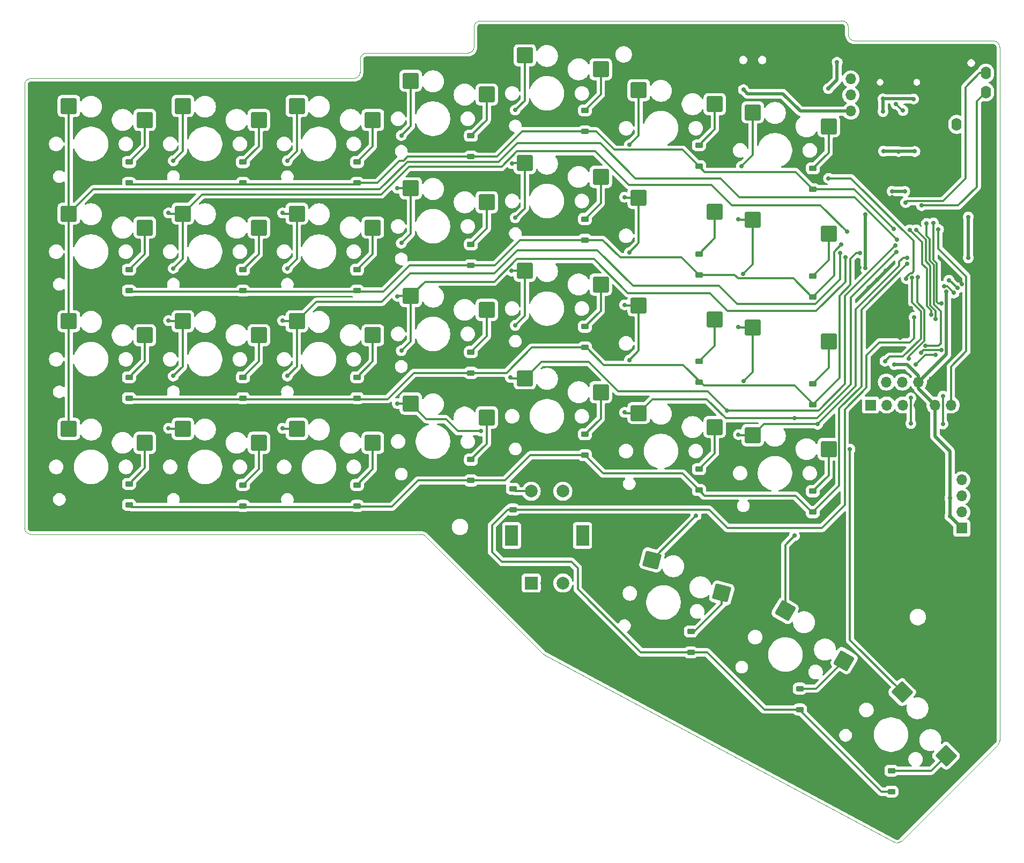
<source format=gbr>
%TF.GenerationSoftware,KiCad,Pcbnew,8.0.5*%
%TF.CreationDate,2024-10-11T21:26:08+02:00*%
%TF.ProjectId,vaucasy_left,76617563-6173-4795-9f6c-6566742e6b69,rev?*%
%TF.SameCoordinates,Original*%
%TF.FileFunction,Copper,L2,Bot*%
%TF.FilePolarity,Positive*%
%FSLAX46Y46*%
G04 Gerber Fmt 4.6, Leading zero omitted, Abs format (unit mm)*
G04 Created by KiCad (PCBNEW 8.0.5) date 2024-10-11 21:26:08*
%MOMM*%
%LPD*%
G01*
G04 APERTURE LIST*
G04 Aperture macros list*
%AMRoundRect*
0 Rectangle with rounded corners*
0 $1 Rounding radius*
0 $2 $3 $4 $5 $6 $7 $8 $9 X,Y pos of 4 corners*
0 Add a 4 corners polygon primitive as box body*
4,1,4,$2,$3,$4,$5,$6,$7,$8,$9,$2,$3,0*
0 Add four circle primitives for the rounded corners*
1,1,$1+$1,$2,$3*
1,1,$1+$1,$4,$5*
1,1,$1+$1,$6,$7*
1,1,$1+$1,$8,$9*
0 Add four rect primitives between the rounded corners*
20,1,$1+$1,$2,$3,$4,$5,0*
20,1,$1+$1,$4,$5,$6,$7,0*
20,1,$1+$1,$6,$7,$8,$9,0*
20,1,$1+$1,$8,$9,$2,$3,0*%
G04 Aperture macros list end*
%TA.AperFunction,ComponentPad*%
%ADD10R,2.000000X2.000000*%
%TD*%
%TA.AperFunction,ComponentPad*%
%ADD11C,2.000000*%
%TD*%
%TA.AperFunction,ComponentPad*%
%ADD12R,2.000000X3.200000*%
%TD*%
%TA.AperFunction,ComponentPad*%
%ADD13R,1.700000X1.700000*%
%TD*%
%TA.AperFunction,ComponentPad*%
%ADD14O,1.700000X1.700000*%
%TD*%
%TA.AperFunction,SMDPad,CuDef*%
%ADD15RoundRect,0.250000X-1.025000X-1.000000X1.025000X-1.000000X1.025000X1.000000X-1.025000X1.000000X0*%
%TD*%
%TA.AperFunction,ComponentPad*%
%ADD16O,1.600000X2.000000*%
%TD*%
%TA.AperFunction,SMDPad,CuDef*%
%ADD17RoundRect,0.250000X-1.431891X0.017678X0.017678X-1.431891X1.431891X-0.017678X-0.017678X1.431891X0*%
%TD*%
%TA.AperFunction,SMDPad,CuDef*%
%ADD18RoundRect,0.250000X-1.248893X-0.700636X0.731255X-1.231215X1.248893X0.700636X-0.731255X1.231215X0*%
%TD*%
%TA.AperFunction,ComponentPad*%
%ADD19O,1.000000X2.100000*%
%TD*%
%TA.AperFunction,ComponentPad*%
%ADD20O,1.000000X1.600000*%
%TD*%
%TA.AperFunction,SMDPad,CuDef*%
%ADD21RoundRect,0.250000X-1.387676X-0.353525X0.387676X-1.378525X1.387676X0.353525X-0.387676X1.378525X0*%
%TD*%
%TA.AperFunction,SMDPad,CuDef*%
%ADD22RoundRect,0.225000X0.375000X-0.225000X0.375000X0.225000X-0.375000X0.225000X-0.375000X-0.225000X0*%
%TD*%
%TA.AperFunction,ViaPad*%
%ADD23C,0.700000*%
%TD*%
%TA.AperFunction,Conductor*%
%ADD24C,0.300000*%
%TD*%
%TA.AperFunction,Conductor*%
%ADD25C,0.500000*%
%TD*%
%TA.AperFunction,Profile*%
%ADD26C,0.050000*%
%TD*%
G04 APERTURE END LIST*
D10*
%TO.P,SW3,A,A*%
%TO.N,Net-(C15-Pad1)*%
X105015000Y-116700000D03*
D11*
%TO.P,SW3,B,B*%
%TO.N,Net-(C14-Pad2)*%
X110015000Y-116700000D03*
%TO.P,SW3,C,C*%
%TO.N,GND*%
X107515000Y-116700000D03*
D12*
%TO.P,SW3,MP*%
%TO.N,N/C*%
X101915000Y-109200000D03*
X113115000Y-109200000D03*
D11*
%TO.P,SW3,S1,S1*%
%TO.N,Net-(R6-Pad2)*%
X110015000Y-102200000D03*
%TO.P,SW3,S2,S2*%
%TO.N,Net-(D33-A)*%
X105015000Y-102200000D03*
%TD*%
D13*
%TO.P,J4,1,Vcc*%
%TO.N,+3.3V*%
X173000000Y-108030000D03*
D14*
%TO.P,J4,2,SDA*%
%TO.N,LTRACK_SDA*%
X173000000Y-105490000D03*
%TO.P,J4,3,SCL*%
%TO.N,LTRACK_SCL*%
X173000000Y-102950000D03*
%TO.P,J4,4,INT*%
%TO.N,unconnected-(J4-INT-Pad4)*%
X173000000Y-100410000D03*
%TO.P,J4,5,GND*%
%TO.N,GND*%
X173000000Y-97870000D03*
%TD*%
D15*
%TO.P,S5,1,1*%
%TO.N,LColumn 4*%
X104000000Y-33350000D03*
%TO.P,S5,2,2*%
%TO.N,Net-(D5-A)*%
X116000000Y-35550000D03*
%TD*%
%TO.P,S27,1,1*%
%TO.N,LColumn 5*%
X122000000Y-72850000D03*
%TO.P,S27,2,2*%
%TO.N,Net-(D27-A)*%
X134000000Y-75050000D03*
%TD*%
%TO.P,S3,1,1*%
%TO.N,LColumn 2*%
X68000000Y-41350000D03*
%TO.P,S3,2,2*%
%TO.N,Net-(D3-A)*%
X80000000Y-43550000D03*
%TD*%
%TO.P,S19,1,1*%
%TO.N,LColumn 1*%
X50000000Y-75350000D03*
%TO.P,S19,2,2*%
%TO.N,Net-(D19-A)*%
X62000000Y-77550000D03*
%TD*%
%TO.P,S28,1,1*%
%TO.N,LColumn 5*%
X122000000Y-89850000D03*
%TO.P,S28,2,2*%
%TO.N,Net-(D28-A)*%
X134000000Y-92050000D03*
%TD*%
%TO.P,S7,1,1*%
%TO.N,LColumn 6*%
X140000000Y-42350000D03*
%TO.P,S7,2,2*%
%TO.N,Net-(D7-A)*%
X152000000Y-44550000D03*
%TD*%
%TO.P,S30,1,1*%
%TO.N,LColumn 6*%
X140000000Y-93350000D03*
%TO.P,S30,2,2*%
%TO.N,Net-(D30-A)*%
X152000000Y-95550000D03*
%TD*%
%TO.P,S14,1,1*%
%TO.N,LColumn 5*%
X122000000Y-55850000D03*
%TO.P,S14,2,2*%
%TO.N,Net-(D14-A)*%
X134000000Y-58050000D03*
%TD*%
%TO.P,S6,1,1*%
%TO.N,LColumn 5*%
X122000000Y-38850000D03*
%TO.P,S6,2,2*%
%TO.N,Net-(D6-A)*%
X134000000Y-41050000D03*
%TD*%
D13*
%TO.P,J2,1,GND*%
%TO.N,GND*%
X168730000Y-84950000D03*
D14*
%TO.P,J2,2,VCC*%
%TO.N,+3.3V*%
X166190000Y-84950000D03*
%TO.P,J2,3,SCL*%
%TO.N,LOLED_SCL*%
X163650000Y-84950000D03*
%TO.P,J2,4,SDA*%
%TO.N,LOLED_SDA*%
X161110000Y-84950000D03*
%TD*%
D15*
%TO.P,S15,1,1*%
%TO.N,LColumn 6*%
X140000000Y-59350000D03*
%TO.P,S15,2,2*%
%TO.N,Net-(D15-A)*%
X152000000Y-61550000D03*
%TD*%
%TO.P,S29,1,1*%
%TO.N,LColumn 6*%
X140000000Y-76350000D03*
%TO.P,S29,2,2*%
%TO.N,Net-(D29-A)*%
X152000000Y-78550000D03*
%TD*%
%TO.P,S22,1,1*%
%TO.N,LColumn 2*%
X68000000Y-92350000D03*
%TO.P,S22,2,2*%
%TO.N,Net-(D22-A)*%
X80000000Y-94550000D03*
%TD*%
%TO.P,S26,1,1*%
%TO.N,LColumn 4*%
X104000000Y-84350000D03*
%TO.P,S26,2,2*%
%TO.N,Net-(D26-A)*%
X116000000Y-86550000D03*
%TD*%
%TO.P,S23,1,1*%
%TO.N,LColumn 3*%
X86000000Y-71350000D03*
%TO.P,S23,2,2*%
%TO.N,Net-(D23-A)*%
X98000000Y-73550000D03*
%TD*%
%TO.P,S1,1,1*%
%TO.N,LColumn 0*%
X32000000Y-41350000D03*
%TO.P,S1,2,2*%
%TO.N,Net-(D1-A)*%
X44000000Y-43550000D03*
%TD*%
%TO.P,S13,1,1*%
%TO.N,LColumn 4*%
X104000000Y-50350000D03*
%TO.P,S13,2,2*%
%TO.N,Net-(D13-A)*%
X116000000Y-52550000D03*
%TD*%
%TO.P,S9,1,1*%
%TO.N,LColumn 0*%
X32000000Y-58350000D03*
%TO.P,S9,2,2*%
%TO.N,Net-(D9-A)*%
X44000000Y-60550000D03*
%TD*%
%TO.P,S4,1,1*%
%TO.N,LColumn 3*%
X86000000Y-37350000D03*
%TO.P,S4,2,2*%
%TO.N,Net-(D4-A)*%
X98000000Y-39550000D03*
%TD*%
%TO.P,S10,1,1*%
%TO.N,LColumn 1*%
X50000000Y-58350000D03*
%TO.P,S10,2,2*%
%TO.N,Net-(D10-A)*%
X62000000Y-60550000D03*
%TD*%
%TO.P,S11,1,1*%
%TO.N,LColumn 2*%
X68000000Y-58350000D03*
%TO.P,S11,2,2*%
%TO.N,Net-(D11-A)*%
X80000000Y-60550000D03*
%TD*%
D16*
%TO.P,U4,1,SLEEVE*%
%TO.N,+3.3V*%
X172200000Y-44250000D03*
%TO.P,U4,2,TIP*%
%TO.N,GND*%
X176800000Y-43150000D03*
%TO.P,U4,3,RING1*%
%TO.N,LUART1_TX*%
X176800000Y-39150000D03*
%TO.P,U4,4,RING2*%
%TO.N,LUART1_RX*%
X176800000Y-36150000D03*
%TD*%
D15*
%TO.P,S17,1,1*%
%TO.N,LColumn 0*%
X32000000Y-75350000D03*
%TO.P,S17,2,2*%
%TO.N,Net-(D17-A)*%
X44000000Y-77550000D03*
%TD*%
%TO.P,S24,1,1*%
%TO.N,LColumn 3*%
X86000000Y-88350000D03*
%TO.P,S24,2,2*%
%TO.N,Net-(D24-A)*%
X98000000Y-90550000D03*
%TD*%
D17*
%TO.P,S31,1,1*%
%TO.N,LColumn 6*%
X163601304Y-133926420D03*
%TO.P,S31,2,2*%
%TO.N,Net-(D31-A)*%
X170530950Y-143967336D03*
%TD*%
D15*
%TO.P,S2,1,1*%
%TO.N,LColumn 1*%
X50000000Y-41350000D03*
%TO.P,S2,2,2*%
%TO.N,Net-(D2-A)*%
X62000000Y-43550000D03*
%TD*%
%TO.P,S20,1,1*%
%TO.N,LColumn 1*%
X50000000Y-92350000D03*
%TO.P,S20,2,2*%
%TO.N,Net-(D20-A)*%
X62000000Y-94550000D03*
%TD*%
D18*
%TO.P,S8,1,1*%
%TO.N,LColumn 4*%
X124078577Y-113048579D03*
%TO.P,S8,2,2*%
%TO.N,Net-(D8-A)*%
X135100285Y-118279444D03*
%TD*%
D19*
%TO.P,J1,S1,SHIELD*%
%TO.N,GND*%
X167320000Y-38120000D03*
D20*
X167320000Y-33940000D03*
D19*
X158680000Y-38120000D03*
D20*
X158680000Y-33940000D03*
%TD*%
D15*
%TO.P,S25,1,1*%
%TO.N,LColumn 4*%
X104000000Y-67350000D03*
%TO.P,S25,2,2*%
%TO.N,Net-(D25-A)*%
X116000000Y-69550000D03*
%TD*%
%TO.P,S12,1,1*%
%TO.N,LColumn 3*%
X86000000Y-54350000D03*
%TO.P,S12,2,2*%
%TO.N,Net-(D12-A)*%
X98000000Y-56550000D03*
%TD*%
%TO.P,S21,1,1*%
%TO.N,LColumn 2*%
X68000000Y-75350000D03*
%TO.P,S21,2,2*%
%TO.N,Net-(D21-A)*%
X80000000Y-77550000D03*
%TD*%
D13*
%TO.P,J6,1,Pin_1*%
%TO.N,GND*%
X155500000Y-34550000D03*
D14*
%TO.P,J6,2,Pin_2*%
%TO.N,LSWCLK*%
X155500000Y-37090000D03*
%TO.P,J6,3,Pin_3*%
%TO.N,LSWDIO*%
X155500000Y-39630000D03*
%TO.P,J6,4,Pin_4*%
%TO.N,+3.3V*%
X155500000Y-42170000D03*
%TD*%
D21*
%TO.P,S16,1,1*%
%TO.N,LColumn 5*%
X145125314Y-121053848D03*
%TO.P,S16,2,2*%
%TO.N,Net-(D16-A)*%
X154417619Y-128959103D03*
%TD*%
D15*
%TO.P,S18,1,1*%
%TO.N,LColumn 0*%
X32000000Y-92350000D03*
%TO.P,S18,2,2*%
%TO.N,Net-(D18-A)*%
X44000000Y-94550000D03*
%TD*%
D22*
%TO.P,D19,1,K*%
%TO.N,LRow 2*%
X59500000Y-87500000D03*
%TO.P,D19,2,A*%
%TO.N,Net-(D19-A)*%
X59500000Y-84200000D03*
%TD*%
%TO.P,D9,1,K*%
%TO.N,LRow 1*%
X41500000Y-70500000D03*
%TO.P,D9,2,A*%
%TO.N,Net-(D9-A)*%
X41500000Y-67200000D03*
%TD*%
D13*
%TO.P,J5,1,State*%
%TO.N,unconnected-(J5-State-Pad1)*%
X158600000Y-88575000D03*
D14*
%TO.P,J5,2,RXD*%
%TO.N,LUART2_RX*%
X161140000Y-88575000D03*
%TO.P,J5,3,TXD*%
%TO.N,LUART2_TX*%
X163680000Y-88575000D03*
%TO.P,J5,4,GND*%
%TO.N,GND*%
X166220000Y-88575000D03*
%TO.P,J5,5,VCC*%
%TO.N,+3.3V*%
X168760000Y-88575000D03*
%TO.P,J5,6,EN*%
%TO.N,LBT_EN*%
X171300000Y-88575000D03*
%TD*%
D22*
%TO.P,D15,1,K*%
%TO.N,LRow 1*%
X149500000Y-71500000D03*
%TO.P,D15,2,A*%
%TO.N,Net-(D15-A)*%
X149500000Y-68200000D03*
%TD*%
%TO.P,D8,1,K*%
%TO.N,LRow 4*%
X130218263Y-127650000D03*
%TO.P,D8,2,A*%
%TO.N,Net-(D8-A)*%
X130218263Y-124350000D03*
%TD*%
%TO.P,D17,1,K*%
%TO.N,LRow 2*%
X41500000Y-87500000D03*
%TO.P,D17,2,A*%
%TO.N,Net-(D17-A)*%
X41500000Y-84200000D03*
%TD*%
%TO.P,D18,1,K*%
%TO.N,LRow 3*%
X41500000Y-104350000D03*
%TO.P,D18,2,A*%
%TO.N,Net-(D18-A)*%
X41500000Y-101050000D03*
%TD*%
%TO.P,D14,1,K*%
%TO.N,LRow 1*%
X131500000Y-68000000D03*
%TO.P,D14,2,A*%
%TO.N,Net-(D14-A)*%
X131500000Y-64700000D03*
%TD*%
%TO.P,D12,1,K*%
%TO.N,LRow 1*%
X95500000Y-66500000D03*
%TO.P,D12,2,A*%
%TO.N,Net-(D12-A)*%
X95500000Y-63200000D03*
%TD*%
%TO.P,D24,1,K*%
%TO.N,LRow 3*%
X95500000Y-100500000D03*
%TO.P,D24,2,A*%
%TO.N,Net-(D24-A)*%
X95500000Y-97200000D03*
%TD*%
%TO.P,D26,1,K*%
%TO.N,LRow 3*%
X113500000Y-96500000D03*
%TO.P,D26,2,A*%
%TO.N,Net-(D26-A)*%
X113500000Y-93200000D03*
%TD*%
%TO.P,D13,1,K*%
%TO.N,LRow 1*%
X113500000Y-62500000D03*
%TO.P,D13,2,A*%
%TO.N,Net-(D13-A)*%
X113500000Y-59200000D03*
%TD*%
%TO.P,D6,1,K*%
%TO.N,LRow 0*%
X131500000Y-50850000D03*
%TO.P,D6,2,A*%
%TO.N,Net-(D6-A)*%
X131500000Y-47550000D03*
%TD*%
%TO.P,D22,1,K*%
%TO.N,LRow 3*%
X77500000Y-104500000D03*
%TO.P,D22,2,A*%
%TO.N,Net-(D22-A)*%
X77500000Y-101200000D03*
%TD*%
%TO.P,D30,1,K*%
%TO.N,LRow 3*%
X149500000Y-105500000D03*
%TO.P,D30,2,A*%
%TO.N,Net-(D30-A)*%
X149500000Y-102200000D03*
%TD*%
%TO.P,D2,1,K*%
%TO.N,LRow 0*%
X59500000Y-53500000D03*
%TO.P,D2,2,A*%
%TO.N,Net-(D2-A)*%
X59500000Y-50200000D03*
%TD*%
%TO.P,D16,1,K*%
%TO.N,LRow 4*%
X147418263Y-136675000D03*
%TO.P,D16,2,A*%
%TO.N,Net-(D16-A)*%
X147418263Y-133375000D03*
%TD*%
%TO.P,D7,1,K*%
%TO.N,LRow 0*%
X149500000Y-54500000D03*
%TO.P,D7,2,A*%
%TO.N,Net-(D7-A)*%
X149500000Y-51200000D03*
%TD*%
%TO.P,D29,1,K*%
%TO.N,LRow 2*%
X149500000Y-88500000D03*
%TO.P,D29,2,A*%
%TO.N,Net-(D29-A)*%
X149500000Y-85200000D03*
%TD*%
%TO.P,D25,1,K*%
%TO.N,LRow 2*%
X113500000Y-79500000D03*
%TO.P,D25,2,A*%
%TO.N,Net-(D25-A)*%
X113500000Y-76200000D03*
%TD*%
%TO.P,D33,1,K*%
%TO.N,LRow 4*%
X102115000Y-105100000D03*
%TO.P,D33,2,A*%
%TO.N,Net-(D33-A)*%
X102115000Y-101800000D03*
%TD*%
%TO.P,D11,1,K*%
%TO.N,LRow 1*%
X77500000Y-70500000D03*
%TO.P,D11,2,A*%
%TO.N,Net-(D11-A)*%
X77500000Y-67200000D03*
%TD*%
%TO.P,D27,1,K*%
%TO.N,LRow 2*%
X131500000Y-85000000D03*
%TO.P,D27,2,A*%
%TO.N,Net-(D27-A)*%
X131500000Y-81700000D03*
%TD*%
%TO.P,D5,1,K*%
%TO.N,LRow 0*%
X113500000Y-45350000D03*
%TO.P,D5,2,A*%
%TO.N,Net-(D5-A)*%
X113500000Y-42050000D03*
%TD*%
%TO.P,D3,1,K*%
%TO.N,LRow 0*%
X77500000Y-53500000D03*
%TO.P,D3,2,A*%
%TO.N,Net-(D3-A)*%
X77500000Y-50200000D03*
%TD*%
%TO.P,D20,1,K*%
%TO.N,LRow 3*%
X59500000Y-104500000D03*
%TO.P,D20,2,A*%
%TO.N,Net-(D20-A)*%
X59500000Y-101200000D03*
%TD*%
%TO.P,D23,1,K*%
%TO.N,LRow 2*%
X95500000Y-83500000D03*
%TO.P,D23,2,A*%
%TO.N,Net-(D23-A)*%
X95500000Y-80200000D03*
%TD*%
%TO.P,D31,1,K*%
%TO.N,LRow 4*%
X161893263Y-149650000D03*
%TO.P,D31,2,A*%
%TO.N,Net-(D31-A)*%
X161893263Y-146350000D03*
%TD*%
%TO.P,D21,1,K*%
%TO.N,LRow 2*%
X77500000Y-87500000D03*
%TO.P,D21,2,A*%
%TO.N,Net-(D21-A)*%
X77500000Y-84200000D03*
%TD*%
%TO.P,D1,1,K*%
%TO.N,LRow 0*%
X41500000Y-53500000D03*
%TO.P,D1,2,A*%
%TO.N,Net-(D1-A)*%
X41500000Y-50200000D03*
%TD*%
%TO.P,D28,1,K*%
%TO.N,LRow 3*%
X131500000Y-102000000D03*
%TO.P,D28,2,A*%
%TO.N,Net-(D28-A)*%
X131500000Y-98700000D03*
%TD*%
%TO.P,D10,1,K*%
%TO.N,LRow 1*%
X59500000Y-70500000D03*
%TO.P,D10,2,A*%
%TO.N,Net-(D10-A)*%
X59500000Y-67200000D03*
%TD*%
%TO.P,D4,1,K*%
%TO.N,LRow 0*%
X95500000Y-49350000D03*
%TO.P,D4,2,A*%
%TO.N,Net-(D4-A)*%
X95500000Y-46050000D03*
%TD*%
D23*
%TO.N,GND*%
X158300000Y-70100000D03*
X115275000Y-101025000D03*
X165000000Y-73300000D03*
X172975000Y-58050000D03*
X171963817Y-68138657D03*
X160967622Y-67405425D03*
X162950000Y-72700000D03*
X159925000Y-72600000D03*
X174775000Y-69550000D03*
X163300000Y-77975000D03*
X173025000Y-69500000D03*
X167350000Y-52125010D03*
X163000000Y-46375000D03*
X159600000Y-68800000D03*
X156825000Y-66850000D03*
X162000000Y-55800004D03*
X166550002Y-49395000D03*
X172500000Y-64375000D03*
%TO.N,+3.3V*%
X164000000Y-54850000D03*
X138525000Y-38775000D03*
X171125000Y-103300000D03*
X171125000Y-106155000D03*
X157775000Y-66950000D03*
X157775000Y-58450000D03*
X162025000Y-54825000D03*
X162375000Y-82200000D03*
X170575001Y-70625001D03*
X174050000Y-58875000D03*
X174025000Y-65325000D03*
%TO.N,LNRST*%
X151975000Y-52775000D03*
X164250000Y-68600000D03*
%TO.N,+5V*%
X162994849Y-48532500D03*
X160650000Y-48475000D03*
X165600000Y-48525000D03*
%TO.N,LRow 0*%
X162250000Y-60750000D03*
%TO.N,LRow 1*%
X154000036Y-63225000D03*
%TO.N,LRow 2*%
X156900001Y-64550000D03*
%TO.N,VBUS*%
X160550000Y-40225000D03*
X165381236Y-40239967D03*
X160575000Y-42225000D03*
%TO.N,LRow 3*%
X164389950Y-66300000D03*
%TO.N,LD-*%
X162604997Y-41025000D03*
X163725046Y-42050000D03*
%TO.N,LOLED_SCL*%
X164600000Y-81275000D03*
X166071074Y-68365993D03*
%TO.N,LOLED_SDA*%
X160875000Y-81650000D03*
X165175000Y-68450000D03*
%TO.N,LUART2_RX*%
X171000000Y-68850000D03*
X172325000Y-70075000D03*
%TO.N,LUART2_TX*%
X170200000Y-69800000D03*
X171775000Y-70875000D03*
%TO.N,LBT_EN*%
X169325006Y-60850000D03*
%TO.N,LColumn 0*%
X162775000Y-62411371D03*
%TO.N,LColumn 1*%
X48500000Y-50000000D03*
X48500000Y-84000000D03*
X47750000Y-92250000D03*
X154912500Y-61212500D03*
X47750000Y-58250000D03*
X47750000Y-75250000D03*
X48500000Y-67000000D03*
%TO.N,LColumn 2*%
X66500000Y-50000000D03*
X65750000Y-58250000D03*
X66500000Y-84000000D03*
X65750000Y-75250000D03*
X153800000Y-64575000D03*
X65750000Y-92250000D03*
X66500000Y-67000000D03*
%TO.N,LColumn 3*%
X83902837Y-71397163D03*
X84500000Y-46000000D03*
X83850000Y-88350000D03*
X83875000Y-54350000D03*
X84500000Y-80000000D03*
X154675000Y-65225000D03*
X84500000Y-63000000D03*
X97100000Y-92700000D03*
%TO.N,LColumn 4*%
X101905331Y-67405331D03*
X102500000Y-76000000D03*
X101940687Y-50440687D03*
X101750000Y-84250000D03*
X135900000Y-89425000D03*
X102500000Y-42000000D03*
X131050000Y-106025000D03*
X162552673Y-63399996D03*
X102500000Y-59000000D03*
%TO.N,LColumn 5*%
X146575000Y-90675000D03*
X119750000Y-72750000D03*
X146575000Y-109225000D03*
X119750000Y-55750000D03*
X162675000Y-64425000D03*
X120500000Y-64500000D03*
X120500000Y-81500000D03*
X120500000Y-47500000D03*
X119750000Y-89750000D03*
%TO.N,LColumn 6*%
X137750000Y-76250000D03*
X138500000Y-67875000D03*
X137750000Y-93250000D03*
X138212502Y-50862498D03*
X150219975Y-91619975D03*
X155350000Y-95550000D03*
X164404902Y-65325002D03*
X137750000Y-59250000D03*
X138560922Y-84800000D03*
%TO.N,LUART1_TX*%
X166675000Y-57075000D03*
%TO.N,LUART1_RX*%
X164150000Y-56600000D03*
%TO.N,Net-(R2-Pad2)*%
X151950000Y-38600000D03*
X153325000Y-34450000D03*
%TO.N,LTRACK_SCL*%
X170025000Y-91575000D03*
X170025000Y-87175000D03*
X164820900Y-60910851D03*
X168150000Y-74300000D03*
%TO.N,LTRACK_SDA*%
X165825000Y-60925000D03*
X165750000Y-82175000D03*
X168896217Y-80625000D03*
X164975000Y-87450000D03*
X168900000Y-75000000D03*
X164975000Y-91525000D03*
%TO.N,LENCODER_B*%
X167275000Y-79225000D03*
X167450000Y-59875000D03*
%TO.N,LENCODER_A*%
X168525000Y-59825000D03*
X169775000Y-79925000D03*
X166550000Y-80300000D03*
X169775000Y-72525000D03*
%TO.N,LRow 4*%
X165475000Y-74725000D03*
%TD*%
D24*
%TO.N,GND*%
X171963817Y-68438817D02*
X173025000Y-69500000D01*
D25*
X158300000Y-70100000D02*
X159600000Y-68800000D01*
D24*
X171963817Y-68138657D02*
X171963817Y-68438817D01*
D25*
%TO.N,+3.3V*%
X144775000Y-39425000D02*
X139175000Y-39425000D01*
X166190000Y-83990000D02*
X166190000Y-84950000D01*
X147520000Y-42170000D02*
X144775000Y-39425000D01*
X171125000Y-106155000D02*
X173000000Y-108030000D01*
X164000000Y-54850000D02*
X162050000Y-54850000D01*
X168760000Y-88575000D02*
X168760000Y-93510000D01*
X174025000Y-65325000D02*
X174025000Y-58900000D01*
X168760000Y-93510000D02*
X171125000Y-95875000D01*
X171125000Y-103300000D02*
X171125000Y-106155000D01*
X164400000Y-82200000D02*
X166190000Y-83990000D01*
X162050000Y-54850000D02*
X162025000Y-54825000D01*
X171125000Y-95875000D02*
X171125000Y-103300000D01*
X166190000Y-86005000D02*
X168760000Y-88575000D01*
X155500000Y-42170000D02*
X147520000Y-42170000D01*
X162375000Y-82200000D02*
X164400000Y-82200000D01*
X157775000Y-66950000D02*
X157775000Y-58450000D01*
X166190000Y-84950000D02*
X170575001Y-80564999D01*
X170575001Y-80564999D02*
X170575001Y-70625001D01*
X139175000Y-39425000D02*
X138525000Y-38775000D01*
X166190000Y-84950000D02*
X166190000Y-86005000D01*
X174025000Y-58900000D02*
X174050000Y-58875000D01*
D24*
%TO.N,LNRST*%
X165381388Y-62631388D02*
X165381388Y-67468612D01*
X164885050Y-67750000D02*
X164250000Y-68385050D01*
X151975000Y-52775000D02*
X155525000Y-52775000D01*
X165100000Y-67750000D02*
X164885050Y-67750000D01*
X164250000Y-68385050D02*
X164250000Y-68600000D01*
X165381388Y-67468612D02*
X165100000Y-67750000D01*
X155525000Y-52775000D02*
X165381388Y-62631388D01*
D25*
%TO.N,+5V*%
X162937349Y-48475000D02*
X162994849Y-48532500D01*
X160650000Y-48475000D02*
X162937349Y-48475000D01*
X162994849Y-48532500D02*
X163002349Y-48525000D01*
X163002349Y-48525000D02*
X165600000Y-48525000D01*
D24*
%TO.N,Net-(D1-A)*%
X44000000Y-43550000D02*
X44000000Y-47700000D01*
X44000000Y-47700000D02*
X41500000Y-50200000D01*
%TO.N,Net-(D2-A)*%
X62000000Y-47700000D02*
X59500000Y-50200000D01*
X62000000Y-43550000D02*
X62000000Y-47700000D01*
%TO.N,Net-(D3-A)*%
X80000000Y-43550000D02*
X80000000Y-47700000D01*
X80000000Y-47700000D02*
X77500000Y-50200000D01*
%TO.N,Net-(D4-A)*%
X98000000Y-43550000D02*
X95500000Y-46050000D01*
X98000000Y-39550000D02*
X98000000Y-43550000D01*
%TO.N,Net-(D5-A)*%
X116000000Y-35550000D02*
X116000000Y-39550000D01*
X116000000Y-39550000D02*
X113500000Y-42050000D01*
%TO.N,Net-(D6-A)*%
X134000000Y-45050000D02*
X131500000Y-47550000D01*
X134000000Y-41050000D02*
X134000000Y-45050000D01*
%TO.N,Net-(D7-A)*%
X152000000Y-48700000D02*
X149500000Y-51200000D01*
X152000000Y-44550000D02*
X152000000Y-48700000D01*
%TO.N,LRow 0*%
X131500000Y-50850000D02*
X132400000Y-51750000D01*
X84225000Y-49975000D02*
X84850000Y-49975000D01*
X99600000Y-49350000D02*
X103600000Y-45350000D01*
X77300000Y-53700000D02*
X77500000Y-53500000D01*
X80700000Y-53500000D02*
X84225000Y-49975000D01*
X146750000Y-51750000D02*
X149500000Y-54500000D01*
X128900000Y-48250000D02*
X131500000Y-50850000D01*
X156000000Y-54500000D02*
X162250000Y-60750000D01*
X41500000Y-53500000D02*
X41700000Y-53700000D01*
X132400000Y-51750000D02*
X146750000Y-51750000D01*
X115275000Y-45350000D02*
X118175000Y-48250000D01*
X84850000Y-49975000D02*
X85475000Y-49350000D01*
X41700000Y-53700000D02*
X77300000Y-53700000D01*
X95500000Y-49350000D02*
X99600000Y-49350000D01*
X149500000Y-54500000D02*
X156000000Y-54500000D01*
X113500000Y-45350000D02*
X115275000Y-45350000D01*
X85475000Y-49350000D02*
X95500000Y-49350000D01*
X103600000Y-45350000D02*
X113500000Y-45350000D01*
X118175000Y-48250000D02*
X128900000Y-48250000D01*
X77500000Y-53500000D02*
X80700000Y-53500000D01*
%TO.N,Net-(D9-A)*%
X44000000Y-60550000D02*
X44000000Y-64700000D01*
X44000000Y-64700000D02*
X41500000Y-67200000D01*
%TO.N,Net-(D10-A)*%
X62000000Y-64700000D02*
X59500000Y-67200000D01*
X62000000Y-60550000D02*
X62000000Y-64700000D01*
%TO.N,Net-(D11-A)*%
X80000000Y-64700000D02*
X77500000Y-67200000D01*
X80000000Y-60550000D02*
X80000000Y-64700000D01*
%TO.N,Net-(D12-A)*%
X98000000Y-60700000D02*
X95500000Y-63200000D01*
X98000000Y-56550000D02*
X98000000Y-60700000D01*
%TO.N,Net-(D13-A)*%
X116000000Y-52550000D02*
X116000000Y-56700000D01*
X116000000Y-56700000D02*
X113500000Y-59200000D01*
%TO.N,Net-(D14-A)*%
X134000000Y-62200000D02*
X131500000Y-64700000D01*
X134000000Y-58050000D02*
X134000000Y-62200000D01*
%TO.N,Net-(D15-A)*%
X152000000Y-65700000D02*
X149500000Y-68200000D01*
X152000000Y-61550000D02*
X152000000Y-65700000D01*
%TO.N,Net-(D16-A)*%
X150001722Y-133375000D02*
X147418263Y-133375000D01*
X154417619Y-128959103D02*
X150001722Y-133375000D01*
%TO.N,Net-(D17-A)*%
X44000000Y-77550000D02*
X44000000Y-81700000D01*
X44000000Y-81700000D02*
X41500000Y-84200000D01*
%TO.N,LRow 1*%
X113500000Y-62500000D02*
X116325000Y-62500000D01*
X99275000Y-66500000D02*
X103275000Y-62500000D01*
X116325000Y-62500000D02*
X119075000Y-65250000D01*
X128750000Y-65250000D02*
X131500000Y-68000000D01*
X137150000Y-68000000D02*
X137725000Y-68575000D01*
X77300000Y-70700000D02*
X77500000Y-70500000D01*
X119075000Y-65250000D02*
X128750000Y-65250000D01*
X146425000Y-68575000D02*
X149500000Y-71650000D01*
X77500000Y-70650000D02*
X81700000Y-70650000D01*
X95500000Y-66500000D02*
X99275000Y-66500000D01*
X41700000Y-70700000D02*
X77300000Y-70700000D01*
X103275000Y-62500000D02*
X113500000Y-62500000D01*
X85850000Y-66500000D02*
X95500000Y-66500000D01*
X131500000Y-68000000D02*
X137150000Y-68000000D01*
X41500000Y-70500000D02*
X41700000Y-70700000D01*
X81700000Y-70650000D02*
X85850000Y-66500000D01*
X152850000Y-68150000D02*
X152850000Y-64375036D01*
X149500000Y-71500000D02*
X152850000Y-68150000D01*
X137725000Y-68575000D02*
X146425000Y-68575000D01*
X152850000Y-64375036D02*
X154000036Y-63225000D01*
%TO.N,Net-(D18-A)*%
X44000000Y-94550000D02*
X44000000Y-98550000D01*
X44000000Y-98550000D02*
X41500000Y-101050000D01*
%TO.N,LRow 2*%
X77750000Y-87650000D02*
X82300000Y-87650000D01*
X116500000Y-82250000D02*
X129000000Y-82250000D01*
X156900001Y-64550000D02*
X156350000Y-64550000D01*
X105150000Y-79500000D02*
X113750000Y-79500000D01*
X149500000Y-88500000D02*
X149525000Y-88525000D01*
X113750000Y-79500000D02*
X116500000Y-82250000D01*
X77300000Y-87700000D02*
X77500000Y-87500000D01*
X132250000Y-85500000D02*
X146600000Y-85500000D01*
X155425000Y-65475000D02*
X155425000Y-69575000D01*
X153675000Y-84325000D02*
X149500000Y-88500000D01*
X146600000Y-85500000D02*
X149750000Y-88650000D01*
X156350000Y-64550000D02*
X155425000Y-65475000D01*
X155425000Y-69575000D02*
X153675000Y-71325000D01*
X101150000Y-83500000D02*
X105150000Y-79500000D01*
X153675000Y-71325000D02*
X153675000Y-84325000D01*
X41700000Y-87700000D02*
X77300000Y-87700000D01*
X41500000Y-87500000D02*
X41700000Y-87700000D01*
X82300000Y-87650000D02*
X86450000Y-83500000D01*
X129000000Y-82250000D02*
X132250000Y-85500000D01*
X86450000Y-83500000D02*
X101150000Y-83500000D01*
%TO.N,Net-(D19-A)*%
X62000000Y-81700000D02*
X59500000Y-84200000D01*
X62000000Y-77550000D02*
X62000000Y-81700000D01*
%TO.N,Net-(D20-A)*%
X62000000Y-98700000D02*
X59500000Y-101200000D01*
X62000000Y-94550000D02*
X62000000Y-98700000D01*
%TO.N,Net-(D21-A)*%
X80000000Y-81700000D02*
X77500000Y-84200000D01*
X80000000Y-77550000D02*
X80000000Y-81700000D01*
%TO.N,Net-(D22-A)*%
X80000000Y-94550000D02*
X80000000Y-98700000D01*
X80000000Y-98700000D02*
X77500000Y-101200000D01*
%TO.N,Net-(D23-A)*%
X98000000Y-77700000D02*
X95500000Y-80200000D01*
X98000000Y-73550000D02*
X98000000Y-77700000D01*
%TO.N,Net-(D24-A)*%
X98000000Y-90550000D02*
X98000000Y-94700000D01*
X98000000Y-94700000D02*
X95500000Y-97200000D01*
%TO.N,Net-(D25-A)*%
X116000000Y-69550000D02*
X116000000Y-73700000D01*
X116000000Y-73700000D02*
X113500000Y-76200000D01*
%TO.N,Net-(D26-A)*%
X116000000Y-90700000D02*
X113500000Y-93200000D01*
X116000000Y-86550000D02*
X116000000Y-90700000D01*
%TO.N,Net-(D27-A)*%
X134000000Y-79200000D02*
X131500000Y-81700000D01*
X134000000Y-75050000D02*
X134000000Y-79200000D01*
%TO.N,Net-(D28-A)*%
X134000000Y-92050000D02*
X134000000Y-96200000D01*
X134000000Y-96200000D02*
X131500000Y-98700000D01*
%TO.N,Net-(D29-A)*%
X152000000Y-78550000D02*
X152000000Y-82700000D01*
X152000000Y-82700000D02*
X149500000Y-85200000D01*
%TO.N,Net-(D30-A)*%
X152000000Y-99700000D02*
X149500000Y-102200000D01*
X152000000Y-95550000D02*
X152000000Y-99700000D01*
%TO.N,Net-(D31-A)*%
X168148286Y-146350000D02*
X161893263Y-146350000D01*
X170530951Y-143967335D02*
X168148286Y-146350000D01*
%TO.N,Net-(D33-A)*%
X105015000Y-102200000D02*
X102515000Y-102200000D01*
X102515000Y-102200000D02*
X102115000Y-101800000D01*
D25*
%TO.N,VBUS*%
X160550000Y-42200000D02*
X160575000Y-42225000D01*
X160550000Y-40225000D02*
X165366269Y-40225000D01*
X165366269Y-40225000D02*
X165381236Y-40239967D01*
X160550000Y-40225000D02*
X160550000Y-42200000D01*
D24*
%TO.N,LRow 3*%
X83000000Y-104650000D02*
X87150000Y-100500000D01*
X104900000Y-96500000D02*
X113500000Y-96500000D01*
X113500000Y-96500000D02*
X116400000Y-99400000D01*
X157175000Y-85625000D02*
X157175000Y-73514950D01*
X87150000Y-100500000D02*
X95500000Y-100500000D01*
X131500000Y-102000000D02*
X132400000Y-102900000D01*
X157175000Y-73514950D02*
X164389950Y-66300000D01*
X41500000Y-104350000D02*
X41850000Y-104700000D01*
X77300000Y-104700000D02*
X77500000Y-104500000D01*
X77500000Y-104650000D02*
X83000000Y-104650000D01*
X100900000Y-100500000D02*
X104900000Y-96500000D01*
X41850000Y-104700000D02*
X77300000Y-104700000D01*
X95500000Y-100500000D02*
X100900000Y-100500000D01*
X116400000Y-99400000D02*
X128900000Y-99400000D01*
X128900000Y-99400000D02*
X131500000Y-102000000D01*
X146750000Y-102900000D02*
X149500000Y-105650000D01*
X153650000Y-101350000D02*
X153650000Y-89150000D01*
X153650000Y-89150000D02*
X157175000Y-85625000D01*
X132400000Y-102900000D02*
X146750000Y-102900000D01*
X149500000Y-105500000D02*
X153650000Y-101350000D01*
%TO.N,LD-*%
X163725046Y-42050000D02*
X163629997Y-42050000D01*
X163629997Y-42050000D02*
X162604997Y-41025000D01*
%TO.N,LOLED_SCL*%
X165975000Y-68462067D02*
X165975000Y-72400000D01*
X166071074Y-68365993D02*
X165975000Y-68462067D01*
X165975000Y-72400000D02*
X167085050Y-73510050D01*
X164600000Y-80910050D02*
X164600000Y-81275000D01*
X167085050Y-73510050D02*
X167085050Y-78425000D01*
X167085050Y-78425000D02*
X164600000Y-80910050D01*
%TO.N,LOLED_SDA*%
X165175000Y-72400000D02*
X166575000Y-73800000D01*
X163725000Y-80950000D02*
X161575000Y-80950000D01*
X161575000Y-80950000D02*
X160875000Y-81650000D01*
X165175000Y-68450000D02*
X165175000Y-72400000D01*
X166575000Y-73800000D02*
X166575000Y-78100000D01*
X166575000Y-78100000D02*
X163725000Y-80950000D01*
%TO.N,LUART2_RX*%
X171000000Y-68850000D02*
X171100000Y-68850000D01*
X171100000Y-68850000D02*
X172325000Y-70075000D01*
%TO.N,LUART2_TX*%
X171775000Y-70835050D02*
X171775000Y-70875000D01*
X170200000Y-69800000D02*
X170739950Y-69800000D01*
X170739950Y-69800000D02*
X171775000Y-70835050D01*
%TO.N,LBT_EN*%
X173725000Y-68275000D02*
X169325006Y-63875006D01*
X171300000Y-82525000D02*
X173725000Y-80100000D01*
X171300000Y-88575000D02*
X171300000Y-82525000D01*
X173725000Y-80100000D02*
X173725000Y-68275000D01*
X169325006Y-63875006D02*
X169325006Y-60850000D01*
%TO.N,LColumn 0*%
X121475000Y-52800000D02*
X134925000Y-52800000D01*
X102800000Y-47250000D02*
X115925000Y-47250000D01*
X99900000Y-50150000D02*
X102800000Y-47250000D01*
X85457106Y-50150000D02*
X99900000Y-50150000D01*
X115925000Y-47250000D02*
X121475000Y-52800000D01*
X156113629Y-55750000D02*
X162775000Y-62411371D01*
X35850000Y-54500000D02*
X81107106Y-54500000D01*
X134925000Y-52800000D02*
X137875000Y-55750000D01*
X32000000Y-58350000D02*
X35850000Y-54500000D01*
X32000000Y-41350000D02*
X32000000Y-92350000D01*
X81107106Y-54500000D02*
X85457106Y-50150000D01*
X137875000Y-55750000D02*
X156113629Y-55750000D01*
%TO.N,LColumn 1*%
X100350000Y-50950000D02*
X102775000Y-48525000D01*
X53050000Y-55300000D02*
X81350000Y-55300000D01*
X85700000Y-50950000D02*
X100350000Y-50950000D01*
X133500000Y-53825000D02*
X136675000Y-57000000D01*
X50000000Y-58350000D02*
X47850000Y-58350000D01*
X50000000Y-82500000D02*
X48500000Y-84000000D01*
X50000000Y-58350000D02*
X50000000Y-65500000D01*
X47850000Y-58350000D02*
X47750000Y-58250000D01*
X50000000Y-48500000D02*
X48500000Y-50000000D01*
X50000000Y-75350000D02*
X47850000Y-75350000D01*
X50000000Y-75350000D02*
X50000000Y-82500000D01*
X50000000Y-65500000D02*
X48500000Y-67000000D01*
X50000000Y-58350000D02*
X53050000Y-55300000D01*
X50000000Y-92350000D02*
X47850000Y-92350000D01*
X50000000Y-41350000D02*
X50000000Y-48500000D01*
X102775000Y-48525000D02*
X115125000Y-48525000D01*
X115125000Y-48525000D02*
X120425000Y-53825000D01*
X136675000Y-57000000D02*
X150700000Y-57000000D01*
X120425000Y-53825000D02*
X133500000Y-53825000D01*
X81350000Y-55300000D02*
X85700000Y-50950000D01*
X150700000Y-57000000D02*
X154912500Y-61212500D01*
%TO.N,LColumn 2*%
X68000000Y-58350000D02*
X65850000Y-58350000D01*
X81425000Y-72275000D02*
X85900000Y-67800000D01*
X99150000Y-67800000D02*
X102800000Y-64150000D01*
X102800000Y-64150000D02*
X115450000Y-64150000D01*
X85900000Y-67800000D02*
X99150000Y-67800000D01*
X121075000Y-69775000D02*
X134650000Y-69775000D01*
X134650000Y-69775000D02*
X137525000Y-72650000D01*
X68000000Y-58350000D02*
X68000000Y-65500000D01*
X68000000Y-48500000D02*
X66500000Y-50000000D01*
X68000000Y-41350000D02*
X68000000Y-48500000D01*
X149900000Y-72650000D02*
X153800000Y-68750000D01*
X153800000Y-68750000D02*
X153800000Y-64575000D01*
X68000000Y-75350000D02*
X68000000Y-82500000D01*
X68000000Y-75350000D02*
X71075000Y-72275000D01*
X71075000Y-72275000D02*
X81425000Y-72275000D01*
X68000000Y-65500000D02*
X66500000Y-67000000D01*
X68000000Y-92350000D02*
X65850000Y-92350000D01*
X115450000Y-64150000D02*
X121075000Y-69775000D01*
X68000000Y-75350000D02*
X65850000Y-75350000D01*
X68000000Y-82500000D02*
X66500000Y-84000000D01*
X137525000Y-72650000D02*
X149900000Y-72650000D01*
%TO.N,LColumn 3*%
X93400000Y-92700000D02*
X97100000Y-92700000D01*
X88475000Y-90825000D02*
X91525000Y-90825000D01*
X83875000Y-54350000D02*
X83850000Y-54350000D01*
X86000000Y-44500000D02*
X84500000Y-46000000D01*
X86000000Y-71350000D02*
X83850000Y-71350000D01*
X86000000Y-54350000D02*
X83875000Y-54350000D01*
X86000000Y-88350000D02*
X88475000Y-90825000D01*
X150025000Y-73750000D02*
X154675000Y-69100000D01*
X86000000Y-71350000D02*
X88250000Y-69100000D01*
X99150000Y-69100000D02*
X102725000Y-65525000D01*
X136050000Y-73750000D02*
X150025000Y-73750000D01*
X86000000Y-37350000D02*
X86000000Y-44500000D01*
X102725000Y-65525000D02*
X114925000Y-65525000D01*
X86000000Y-61500000D02*
X84500000Y-63000000D01*
X91525000Y-90825000D02*
X93400000Y-92700000D01*
X86000000Y-88350000D02*
X83850000Y-88350000D01*
X133200000Y-70900000D02*
X136050000Y-73750000D01*
X120300000Y-70900000D02*
X133200000Y-70900000D01*
X114925000Y-65525000D02*
X120300000Y-70900000D01*
X88250000Y-69100000D02*
X99150000Y-69100000D01*
X86000000Y-71350000D02*
X86000000Y-78500000D01*
X154675000Y-69100000D02*
X154675000Y-65225000D01*
X86000000Y-78500000D02*
X84500000Y-80000000D01*
X86000000Y-54350000D02*
X86000000Y-61500000D01*
%TO.N,LColumn 4*%
X104000000Y-67350000D02*
X101850000Y-67350000D01*
X104000000Y-33350000D02*
X104000000Y-40500000D01*
X104000000Y-67350000D02*
X104000000Y-74500000D01*
X131050000Y-106077156D02*
X131050000Y-106025000D01*
X104000000Y-40500000D02*
X102500000Y-42000000D01*
X104000000Y-84350000D02*
X106600000Y-81750000D01*
X154600000Y-71352669D02*
X162552673Y-63399996D01*
X106600000Y-81750000D02*
X114080456Y-81750000D01*
X104000000Y-74500000D02*
X102500000Y-76000000D01*
X104000000Y-50350000D02*
X104000000Y-57500000D01*
X150425000Y-89425000D02*
X154600000Y-85250000D01*
X104000000Y-50350000D02*
X101850000Y-50350000D01*
X154600000Y-85250000D02*
X154600000Y-71352669D01*
X124078577Y-113048579D02*
X131050000Y-106077156D01*
X114080456Y-81750000D02*
X118730456Y-86400000D01*
X118730456Y-86400000D02*
X132875000Y-86400000D01*
X104000000Y-57500000D02*
X102500000Y-59000000D01*
X135900000Y-89425000D02*
X150425000Y-89425000D01*
X132875000Y-86400000D02*
X135900000Y-89425000D01*
X104000000Y-84350000D02*
X101850000Y-84350000D01*
%TO.N,LColumn 5*%
X122000000Y-55850000D02*
X119850000Y-55850000D01*
X122000000Y-55850000D02*
X122000000Y-63000000D01*
X122000000Y-46000000D02*
X120500000Y-47500000D01*
X122000000Y-89850000D02*
X124150000Y-87700000D01*
X122000000Y-72850000D02*
X122000000Y-80000000D01*
X122000000Y-89850000D02*
X119850000Y-89850000D01*
X155525000Y-71575000D02*
X162675000Y-64425000D01*
X145125314Y-121053848D02*
X145125314Y-110674686D01*
X135725000Y-90675000D02*
X146575000Y-90675000D01*
X122000000Y-38850000D02*
X122000000Y-46000000D01*
X122000000Y-80000000D02*
X120500000Y-81500000D01*
X122000000Y-63000000D02*
X120500000Y-64500000D01*
X145125314Y-110674686D02*
X146575000Y-109225000D01*
X124150000Y-87700000D02*
X132750000Y-87700000D01*
X146575000Y-90675000D02*
X150175000Y-90675000D01*
X122000000Y-72850000D02*
X119850000Y-72850000D01*
X155525000Y-85325000D02*
X155525000Y-71575000D01*
X150175000Y-90675000D02*
X155525000Y-85325000D01*
X132750000Y-87700000D02*
X135725000Y-90675000D01*
%TO.N,LColumn 6*%
X140000000Y-42350000D02*
X140000000Y-49075000D01*
X163125000Y-65950000D02*
X163749998Y-65325002D01*
X155350000Y-125675116D02*
X155350000Y-95550000D01*
X140000000Y-49075000D02*
X138212502Y-50862498D01*
X163125000Y-66575002D02*
X163125000Y-65950000D01*
X140000000Y-59350000D02*
X137850000Y-59350000D01*
X140000000Y-66375000D02*
X138500000Y-67875000D01*
X141775000Y-91575000D02*
X150175000Y-91575000D01*
X150175000Y-91575000D02*
X150219975Y-91619975D01*
X156275000Y-73425002D02*
X163125000Y-66575002D01*
X163749998Y-65325002D02*
X164404902Y-65325002D01*
X140000000Y-76350000D02*
X140000000Y-83360922D01*
X163601304Y-133926420D02*
X155350000Y-125675116D01*
X140000000Y-59350000D02*
X140000000Y-66375000D01*
X140000000Y-83360922D02*
X138560922Y-84800000D01*
X150219975Y-91619975D02*
X156275000Y-85564950D01*
X140000000Y-76350000D02*
X137850000Y-76350000D01*
X140000000Y-93350000D02*
X137850000Y-93350000D01*
X140000000Y-93350000D02*
X141775000Y-91575000D01*
X156275000Y-85564950D02*
X156275000Y-73425002D01*
%TO.N,LUART1_TX*%
X175375000Y-40575000D02*
X176800000Y-39150000D01*
X175375000Y-54125000D02*
X175375000Y-40575000D01*
X172425000Y-57075000D02*
X175375000Y-54125000D01*
X166675000Y-57075000D02*
X172425000Y-57075000D01*
%TO.N,LUART1_RX*%
X164375000Y-56375000D02*
X170025000Y-56375000D01*
X175812500Y-36150000D02*
X176800000Y-36150000D01*
X170025000Y-56375000D02*
X173575000Y-52825000D01*
X173575000Y-38387500D02*
X175812500Y-36150000D01*
X164150000Y-56600000D02*
X164375000Y-56375000D01*
X173575000Y-52825000D02*
X173575000Y-38387500D01*
D25*
%TO.N,Net-(R2-Pad2)*%
X153325000Y-37225000D02*
X153325000Y-34450000D01*
X151950000Y-38600000D02*
X153325000Y-37225000D01*
D24*
%TO.N,LTRACK_SCL*%
X167475000Y-67050000D02*
X167475000Y-72975000D01*
X168150000Y-73650000D02*
X168150000Y-74300000D01*
X167475000Y-72975000D02*
X168150000Y-73650000D01*
X164820900Y-60910851D02*
X166775000Y-62864951D01*
X166775000Y-66350000D02*
X167475000Y-67050000D01*
X170025000Y-87175000D02*
X170025000Y-91575000D01*
X166775000Y-62864951D02*
X166775000Y-66350000D01*
%TO.N,LTRACK_SDA*%
X165750000Y-82175000D02*
X167300000Y-80625000D01*
X164975000Y-87450000D02*
X164975000Y-91525000D01*
X167350000Y-62450000D02*
X167350000Y-65875000D01*
X168050000Y-72842894D02*
X168900000Y-73692894D01*
X168050000Y-66575000D02*
X168050000Y-72375000D01*
X168050000Y-72375000D02*
X168050000Y-72842894D01*
X165825000Y-60925000D02*
X167350000Y-62450000D01*
X168900000Y-73692894D02*
X168900000Y-75000000D01*
X167350000Y-65875000D02*
X168050000Y-66575000D01*
X167300000Y-80625000D02*
X168896217Y-80625000D01*
%TO.N,LENCODER_B*%
X167450000Y-61825000D02*
X167975000Y-62350000D01*
X168575000Y-72660788D02*
X169700000Y-73785788D01*
X167975000Y-65792894D02*
X168575000Y-66392894D01*
X168575000Y-66392894D02*
X168575000Y-72660788D01*
X167975000Y-62350000D02*
X167975000Y-65792894D01*
X169700000Y-73785788D02*
X169700000Y-78850000D01*
X167450000Y-59875000D02*
X167450000Y-61825000D01*
X169700000Y-78850000D02*
X169325000Y-79225000D01*
X169325000Y-79225000D02*
X167275000Y-79225000D01*
%TO.N,LENCODER_A*%
X168525000Y-65635788D02*
X169075000Y-66185788D01*
X169325000Y-72525000D02*
X169775000Y-72525000D01*
X169075000Y-72275000D02*
X169325000Y-72525000D01*
X169775000Y-79925000D02*
X166925000Y-79925000D01*
X169075000Y-66185788D02*
X169075000Y-72275000D01*
X168525000Y-59825000D02*
X168525000Y-65635788D01*
X166925000Y-79925000D02*
X166550000Y-80300000D01*
%TO.N,Net-(D8-A)*%
X130793263Y-124350000D02*
X130218263Y-124350000D01*
X135100285Y-118279444D02*
X135100285Y-120042978D01*
X135100285Y-120042978D02*
X130793263Y-124350000D01*
%TO.N,LRow 4*%
X98825000Y-107550000D02*
X101275000Y-105100000D01*
X98825000Y-111775000D02*
X98825000Y-107550000D01*
X112375000Y-117687913D02*
X112375000Y-114350000D01*
X111375000Y-113350000D02*
X100400000Y-113350000D01*
X150925000Y-108000000D02*
X136000000Y-108000000D01*
X112375000Y-114350000D02*
X111375000Y-113350000D01*
X141818263Y-136675000D02*
X147418263Y-136675000D01*
X164800000Y-78675000D02*
X159999998Y-78675000D01*
X130218263Y-127650000D02*
X122337087Y-127650000D01*
X147418263Y-136775000D02*
X160293263Y-149650000D01*
X130218263Y-127650000D02*
X132793263Y-127650000D01*
X159999998Y-78675000D02*
X157975000Y-80699998D01*
X165475000Y-78000000D02*
X164800000Y-78675000D01*
X157975000Y-80699998D02*
X157975000Y-85850000D01*
X133100000Y-105100000D02*
X102115000Y-105100000D01*
X136000000Y-108000000D02*
X133100000Y-105100000D01*
X132793263Y-127650000D02*
X141818263Y-136675000D01*
X154525000Y-89300000D02*
X154525000Y-104400000D01*
X122337087Y-127650000D02*
X112375000Y-117687913D01*
X160293263Y-149650000D02*
X161893263Y-149650000D01*
X147418263Y-136675000D02*
X147418263Y-136775000D01*
X154525000Y-104400000D02*
X150925000Y-108000000D01*
X165475000Y-74725000D02*
X165475000Y-78000000D01*
X101275000Y-105100000D02*
X102115000Y-105100000D01*
X100400000Y-113350000D02*
X98825000Y-111775000D01*
X157975000Y-85850000D02*
X154525000Y-89300000D01*
%TD*%
%TA.AperFunction,Conductor*%
%TO.N,GND*%
G36*
X173011474Y-70717122D02*
G01*
X173060169Y-70767227D01*
X173074500Y-70825095D01*
X173074500Y-79779191D01*
X173054815Y-79846230D01*
X173038181Y-79866872D01*
X170794727Y-82110325D01*
X170794726Y-82110326D01*
X170794723Y-82110331D01*
X170748713Y-82179192D01*
X170741971Y-82189282D01*
X170741969Y-82189284D01*
X170723539Y-82216864D01*
X170723533Y-82216875D01*
X170674499Y-82335255D01*
X170674497Y-82335261D01*
X170649500Y-82460928D01*
X170649500Y-86334085D01*
X170629815Y-86401124D01*
X170577011Y-86446879D01*
X170507853Y-86456823D01*
X170458673Y-86436863D01*
X170458226Y-86437640D01*
X170452639Y-86434414D01*
X170452620Y-86434407D01*
X170452597Y-86434390D01*
X170452593Y-86434388D01*
X170289267Y-86361671D01*
X170289265Y-86361670D01*
X170159485Y-86334085D01*
X170114391Y-86324500D01*
X169935609Y-86324500D01*
X169904954Y-86331015D01*
X169760733Y-86361670D01*
X169760728Y-86361672D01*
X169597408Y-86434387D01*
X169452768Y-86539475D01*
X169333140Y-86672336D01*
X169243750Y-86827164D01*
X169243747Y-86827170D01*
X169188504Y-86997192D01*
X169188503Y-86997194D01*
X169183082Y-87048773D01*
X169173727Y-87137785D01*
X169173576Y-87139220D01*
X169146991Y-87203834D01*
X169089694Y-87243819D01*
X169019875Y-87246479D01*
X169018166Y-87246034D01*
X168995415Y-87239938D01*
X168995403Y-87239936D01*
X168760001Y-87219341D01*
X168759998Y-87219341D01*
X168546986Y-87237977D01*
X168478486Y-87224210D01*
X168448498Y-87202130D01*
X167235507Y-85989139D01*
X167202022Y-85927816D01*
X167207006Y-85858124D01*
X167225698Y-85826051D01*
X167225390Y-85825836D01*
X167227980Y-85822135D01*
X167228218Y-85821729D01*
X167228479Y-85821416D01*
X167228495Y-85821401D01*
X167364035Y-85627830D01*
X167463903Y-85413663D01*
X167525063Y-85185408D01*
X167545659Y-84950000D01*
X167543343Y-84923534D01*
X167540018Y-84885521D01*
X167527022Y-84736985D01*
X167540788Y-84668486D01*
X167562866Y-84638500D01*
X171157953Y-81043415D01*
X171188320Y-80997967D01*
X171213201Y-80960730D01*
X171213203Y-80960725D01*
X171213209Y-80960717D01*
X171240085Y-80920494D01*
X171296659Y-80783912D01*
X171322948Y-80651753D01*
X171325501Y-80638919D01*
X171325501Y-71796801D01*
X171345186Y-71729762D01*
X171397990Y-71684007D01*
X171467148Y-71674063D01*
X171499937Y-71683522D01*
X171510733Y-71688329D01*
X171685609Y-71725500D01*
X171685610Y-71725500D01*
X171864389Y-71725500D01*
X171864391Y-71725500D01*
X172039267Y-71688329D01*
X172202593Y-71615612D01*
X172347230Y-71510526D01*
X172356258Y-71500500D01*
X172390879Y-71462049D01*
X172466859Y-71377665D01*
X172556250Y-71222835D01*
X172611497Y-71052803D01*
X172623240Y-70941067D01*
X172649825Y-70876456D01*
X172696127Y-70840752D01*
X172731293Y-70825095D01*
X172752593Y-70815612D01*
X172877614Y-70724777D01*
X172943420Y-70701297D01*
X173011474Y-70717122D01*
G37*
%TD.AperFunction*%
%TA.AperFunction,Conductor*%
G36*
X163323434Y-68388974D02*
G01*
X163379367Y-68430846D01*
X163403784Y-68496310D01*
X163403421Y-68518117D01*
X163394815Y-68599999D01*
X163413503Y-68777805D01*
X163413504Y-68777807D01*
X163468747Y-68947829D01*
X163468750Y-68947835D01*
X163558141Y-69102665D01*
X163592071Y-69140348D01*
X163677764Y-69235521D01*
X163677767Y-69235523D01*
X163677770Y-69235526D01*
X163822407Y-69340612D01*
X163985733Y-69413329D01*
X164160609Y-69450500D01*
X164160610Y-69450500D01*
X164339388Y-69450500D01*
X164339391Y-69450500D01*
X164374721Y-69442990D01*
X164444385Y-69448305D01*
X164500119Y-69490442D01*
X164524225Y-69556021D01*
X164524500Y-69564280D01*
X164524500Y-72464070D01*
X164531644Y-72499981D01*
X164539977Y-72541873D01*
X164542078Y-72552434D01*
X164549499Y-72589744D01*
X164551384Y-72594296D01*
X164598535Y-72708127D01*
X164646744Y-72780278D01*
X164669726Y-72814673D01*
X164669727Y-72814674D01*
X165517873Y-73662819D01*
X165551358Y-73724142D01*
X165546374Y-73793833D01*
X165504502Y-73849767D01*
X165439038Y-73874184D01*
X165430192Y-73874500D01*
X165385609Y-73874500D01*
X165354954Y-73881015D01*
X165210733Y-73911670D01*
X165210728Y-73911672D01*
X165047408Y-73984387D01*
X164902768Y-74089475D01*
X164783140Y-74222336D01*
X164693750Y-74377164D01*
X164693747Y-74377170D01*
X164638504Y-74547192D01*
X164638503Y-74547194D01*
X164619815Y-74725000D01*
X164638503Y-74902805D01*
X164638504Y-74902807D01*
X164693747Y-75072829D01*
X164693750Y-75072835D01*
X164783141Y-75227665D01*
X164792648Y-75238223D01*
X164822879Y-75301213D01*
X164824500Y-75321197D01*
X164824500Y-77679192D01*
X164804815Y-77746231D01*
X164788181Y-77766873D01*
X164566873Y-77988181D01*
X164505550Y-78021666D01*
X164479192Y-78024500D01*
X159935927Y-78024500D01*
X159810259Y-78049497D01*
X159810249Y-78049500D01*
X159775078Y-78064069D01*
X159691879Y-78098530D01*
X159691861Y-78098540D01*
X159585330Y-78169721D01*
X159585323Y-78169727D01*
X158037181Y-79717870D01*
X157975858Y-79751355D01*
X157906166Y-79746371D01*
X157850233Y-79704499D01*
X157825816Y-79639035D01*
X157825500Y-79630189D01*
X157825500Y-73835757D01*
X157845185Y-73768718D01*
X157861819Y-73748076D01*
X160509023Y-71100872D01*
X163192421Y-68417473D01*
X163253742Y-68383990D01*
X163323434Y-68388974D01*
G37*
%TD.AperFunction*%
%TA.AperFunction,Conductor*%
G36*
X162401012Y-65721447D02*
G01*
X162456945Y-65763319D01*
X162481362Y-65828783D01*
X162479296Y-65861819D01*
X162474500Y-65885931D01*
X162474500Y-66254194D01*
X162454815Y-66321233D01*
X162438181Y-66341875D01*
X156387181Y-72392875D01*
X156325858Y-72426360D01*
X156256166Y-72421376D01*
X156200233Y-72379504D01*
X156175816Y-72314040D01*
X156175500Y-72305194D01*
X156175500Y-71895808D01*
X156195185Y-71828769D01*
X156211819Y-71808127D01*
X159234756Y-68785190D01*
X162269999Y-65749946D01*
X162331320Y-65716463D01*
X162401012Y-65721447D01*
G37*
%TD.AperFunction*%
%TA.AperFunction,Conductor*%
G36*
X169380703Y-64851094D02*
G01*
X169387181Y-64857126D01*
X173038181Y-68508126D01*
X173071666Y-68569449D01*
X173074500Y-68595807D01*
X173074500Y-69324904D01*
X173054815Y-69391943D01*
X173002011Y-69437698D01*
X172932853Y-69447642D01*
X172877614Y-69425222D01*
X172826134Y-69387819D01*
X172752593Y-69334388D01*
X172589267Y-69261671D01*
X172589265Y-69261670D01*
X172452473Y-69232594D01*
X172424989Y-69226752D01*
X172363508Y-69193561D01*
X172363090Y-69193144D01*
X171854829Y-68684883D01*
X171824579Y-68635519D01*
X171820559Y-68623148D01*
X171791498Y-68533705D01*
X171781253Y-68502173D01*
X171781251Y-68502169D01*
X171781250Y-68502165D01*
X171691859Y-68347335D01*
X171616877Y-68264059D01*
X171572235Y-68214478D01*
X171572232Y-68214476D01*
X171572231Y-68214475D01*
X171572230Y-68214474D01*
X171427593Y-68109388D01*
X171264267Y-68036671D01*
X171264265Y-68036670D01*
X171109470Y-68003768D01*
X171089391Y-67999500D01*
X170910609Y-67999500D01*
X170904418Y-68000816D01*
X170735733Y-68036670D01*
X170735728Y-68036672D01*
X170572408Y-68109387D01*
X170427768Y-68214475D01*
X170308140Y-68347336D01*
X170218750Y-68502164D01*
X170218747Y-68502170D01*
X170163504Y-68672192D01*
X170163503Y-68672194D01*
X170144317Y-68854739D01*
X170117732Y-68919354D01*
X170060435Y-68959338D01*
X170046778Y-68963067D01*
X169935732Y-68986671D01*
X169899935Y-69002609D01*
X169830685Y-69011893D01*
X169767408Y-68982264D01*
X169730196Y-68923129D01*
X169725500Y-68889329D01*
X169725500Y-66121716D01*
X169700502Y-65996049D01*
X169700501Y-65996048D01*
X169700501Y-65996044D01*
X169651465Y-65877661D01*
X169643320Y-65865472D01*
X169643320Y-65865470D01*
X169580277Y-65771119D01*
X169580271Y-65771112D01*
X169211819Y-65402660D01*
X169178334Y-65341337D01*
X169175500Y-65314979D01*
X169175500Y-64944807D01*
X169195185Y-64877768D01*
X169247989Y-64832013D01*
X169317147Y-64822069D01*
X169380703Y-64851094D01*
G37*
%TD.AperFunction*%
%TA.AperFunction,Conductor*%
G36*
X156582548Y-65339909D02*
G01*
X156589640Y-65342806D01*
X156635734Y-65363329D01*
X156810610Y-65400500D01*
X156810611Y-65400500D01*
X156900500Y-65400500D01*
X156967539Y-65420185D01*
X157013294Y-65472989D01*
X157024500Y-65524500D01*
X157024500Y-66515678D01*
X157007887Y-66577678D01*
X156993750Y-66602163D01*
X156938504Y-66772192D01*
X156938503Y-66772194D01*
X156919815Y-66950000D01*
X156938503Y-67127805D01*
X156938504Y-67127807D01*
X156993747Y-67297829D01*
X156993750Y-67297835D01*
X157083141Y-67452665D01*
X157121010Y-67494723D01*
X157202764Y-67585521D01*
X157202769Y-67585525D01*
X157202770Y-67585526D01*
X157226882Y-67603044D01*
X157269548Y-67658372D01*
X157275528Y-67727986D01*
X157242922Y-67789781D01*
X157241678Y-67791043D01*
X156287181Y-68745541D01*
X156225858Y-68779026D01*
X156156167Y-68774042D01*
X156100233Y-68732170D01*
X156075816Y-68666706D01*
X156075500Y-68657860D01*
X156075500Y-65795807D01*
X156095185Y-65728768D01*
X156111815Y-65708130D01*
X156451536Y-65368408D01*
X156512857Y-65334925D01*
X156582548Y-65339909D01*
G37*
%TD.AperFunction*%
%TA.AperFunction,Conductor*%
G36*
X154106922Y-28401280D02*
G01*
X154197266Y-28411459D01*
X154224331Y-28417636D01*
X154303540Y-28445352D01*
X154328553Y-28457398D01*
X154399606Y-28502043D01*
X154421313Y-28519355D01*
X154480644Y-28578686D01*
X154497957Y-28600395D01*
X154542600Y-28671444D01*
X154554648Y-28696462D01*
X154582362Y-28775666D01*
X154588540Y-28802735D01*
X154598720Y-28893076D01*
X154599500Y-28906961D01*
X154599500Y-30182317D01*
X154630044Y-30394764D01*
X154630047Y-30394774D01*
X154690517Y-30600715D01*
X154779672Y-30795938D01*
X154779679Y-30795951D01*
X154895720Y-30976514D01*
X155036275Y-31138724D01*
X155160277Y-31246172D01*
X155198487Y-31279281D01*
X155314831Y-31354050D01*
X155379048Y-31395320D01*
X155379061Y-31395327D01*
X155574284Y-31484482D01*
X155574288Y-31484483D01*
X155574290Y-31484484D01*
X155780231Y-31544954D01*
X155780232Y-31544954D01*
X155780235Y-31544955D01*
X155843584Y-31554062D01*
X155992682Y-31575500D01*
X156034108Y-31575500D01*
X177934108Y-31575500D01*
X177993038Y-31575500D01*
X178006922Y-31576280D01*
X178097266Y-31586459D01*
X178124331Y-31592636D01*
X178203540Y-31620352D01*
X178228553Y-31632398D01*
X178299606Y-31677043D01*
X178321313Y-31694355D01*
X178380644Y-31753686D01*
X178397957Y-31775395D01*
X178442600Y-31846444D01*
X178454648Y-31871462D01*
X178482362Y-31950666D01*
X178488540Y-31977735D01*
X178498720Y-32068076D01*
X178499500Y-32081961D01*
X178499500Y-141512290D01*
X178499499Y-141512308D01*
X178499499Y-141579702D01*
X178498902Y-141591854D01*
X178491101Y-141671073D01*
X178486358Y-141694919D01*
X178465026Y-141765236D01*
X178455722Y-141787695D01*
X178421082Y-141852496D01*
X178407576Y-141872708D01*
X178356949Y-141934392D01*
X178348780Y-141943404D01*
X178346565Y-141945619D01*
X178301960Y-141990218D01*
X178301908Y-141990276D01*
X163222421Y-157069763D01*
X163222372Y-157069807D01*
X163178788Y-157113397D01*
X163178769Y-157113416D01*
X163175665Y-157116519D01*
X163165873Y-157125320D01*
X163098732Y-157179505D01*
X163076588Y-157193779D01*
X163005452Y-157229569D01*
X162980791Y-157238843D01*
X162903702Y-157258795D01*
X162877640Y-157262650D01*
X162798071Y-157265866D01*
X162771780Y-157264127D01*
X162741176Y-157258795D01*
X162693327Y-157250458D01*
X162668001Y-157243204D01*
X162588445Y-157210933D01*
X162576511Y-157205336D01*
X162523872Y-157177136D01*
X162523869Y-157177135D01*
X162519220Y-157174644D01*
X162519218Y-157174643D01*
X107369384Y-127630089D01*
X107364102Y-127627090D01*
X107330021Y-127606624D01*
X107319942Y-127599880D01*
X107290437Y-127577975D01*
X107281065Y-127570278D01*
X107251469Y-127543445D01*
X107247076Y-127539262D01*
X95359949Y-115652135D01*
X103514500Y-115652135D01*
X103514500Y-117747870D01*
X103514501Y-117747876D01*
X103520908Y-117807483D01*
X103571202Y-117942328D01*
X103571206Y-117942335D01*
X103657452Y-118057544D01*
X103657455Y-118057547D01*
X103772664Y-118143793D01*
X103772671Y-118143797D01*
X103907517Y-118194091D01*
X103907516Y-118194091D01*
X103914444Y-118194835D01*
X103967127Y-118200500D01*
X106062872Y-118200499D01*
X106122483Y-118194091D01*
X106257331Y-118143796D01*
X106372546Y-118057546D01*
X106458796Y-117942331D01*
X106509091Y-117807483D01*
X106515500Y-117747873D01*
X106515499Y-115652128D01*
X106509091Y-115592517D01*
X106470413Y-115488817D01*
X106458797Y-115457671D01*
X106458793Y-115457664D01*
X106372547Y-115342455D01*
X106372544Y-115342452D01*
X106257335Y-115256206D01*
X106257328Y-115256202D01*
X106122482Y-115205908D01*
X106122483Y-115205908D01*
X106062883Y-115199501D01*
X106062881Y-115199500D01*
X106062873Y-115199500D01*
X106062864Y-115199500D01*
X103967129Y-115199500D01*
X103967123Y-115199501D01*
X103907516Y-115205908D01*
X103772671Y-115256202D01*
X103772664Y-115256206D01*
X103657455Y-115342452D01*
X103657452Y-115342455D01*
X103571206Y-115457664D01*
X103571202Y-115457671D01*
X103520908Y-115592517D01*
X103514935Y-115648077D01*
X103514501Y-115652123D01*
X103514500Y-115652135D01*
X95359949Y-115652135D01*
X88700462Y-108992648D01*
X88700450Y-108992634D01*
X88685112Y-108977297D01*
X88685096Y-108977268D01*
X88577267Y-108869439D01*
X88577262Y-108869435D01*
X88577260Y-108869433D01*
X88421208Y-108749693D01*
X88326388Y-108694950D01*
X88250868Y-108651349D01*
X88234713Y-108644658D01*
X88069137Y-108576076D01*
X88069132Y-108576074D01*
X88069128Y-108576073D01*
X87879141Y-108525169D01*
X87879138Y-108525168D01*
X87684137Y-108499499D01*
X87684132Y-108499498D01*
X87684127Y-108499498D01*
X87684119Y-108499498D01*
X87585778Y-108499500D01*
X26006962Y-108499500D01*
X25993078Y-108498720D01*
X25980553Y-108497308D01*
X25902735Y-108488540D01*
X25875666Y-108482362D01*
X25796462Y-108454648D01*
X25771444Y-108442600D01*
X25700395Y-108397957D01*
X25678686Y-108380644D01*
X25619355Y-108321313D01*
X25602042Y-108299604D01*
X25557399Y-108228555D01*
X25545351Y-108203537D01*
X25517637Y-108124333D01*
X25511459Y-108097263D01*
X25501280Y-108006922D01*
X25500500Y-107993038D01*
X25500500Y-107722648D01*
X92474500Y-107722648D01*
X92474500Y-107927351D01*
X92506522Y-108129534D01*
X92569781Y-108324223D01*
X92607351Y-108397957D01*
X92662033Y-108505276D01*
X92662715Y-108506613D01*
X92783028Y-108672213D01*
X92927786Y-108816971D01*
X93080431Y-108927872D01*
X93093390Y-108937287D01*
X93202042Y-108992648D01*
X93275776Y-109030218D01*
X93275778Y-109030218D01*
X93275781Y-109030220D01*
X93328022Y-109047194D01*
X93470465Y-109093477D01*
X93568239Y-109108963D01*
X93672648Y-109125500D01*
X93672649Y-109125500D01*
X93877351Y-109125500D01*
X93877352Y-109125500D01*
X94079534Y-109093477D01*
X94274219Y-109030220D01*
X94456610Y-108937287D01*
X94595333Y-108836500D01*
X94622213Y-108816971D01*
X94622215Y-108816968D01*
X94622219Y-108816966D01*
X94766966Y-108672219D01*
X94766968Y-108672215D01*
X94766971Y-108672213D01*
X94836535Y-108576465D01*
X94887287Y-108506610D01*
X94980220Y-108324219D01*
X95043477Y-108129534D01*
X95075500Y-107927352D01*
X95075500Y-107722648D01*
X95043477Y-107520466D01*
X95034395Y-107492516D01*
X94991423Y-107360261D01*
X94980220Y-107325781D01*
X94980218Y-107325778D01*
X94980218Y-107325776D01*
X94937467Y-107241873D01*
X94887287Y-107143390D01*
X94855400Y-107099501D01*
X94766971Y-106977786D01*
X94622213Y-106833028D01*
X94456613Y-106712715D01*
X94456612Y-106712714D01*
X94456610Y-106712713D01*
X94391426Y-106679500D01*
X94274223Y-106619781D01*
X94079534Y-106556522D01*
X93902575Y-106528495D01*
X93877352Y-106524500D01*
X93672648Y-106524500D01*
X93652678Y-106527663D01*
X93470465Y-106556522D01*
X93275776Y-106619781D01*
X93093386Y-106712715D01*
X92927786Y-106833028D01*
X92783028Y-106977786D01*
X92662715Y-107143386D01*
X92569781Y-107325776D01*
X92506522Y-107520465D01*
X92474500Y-107722648D01*
X25500500Y-107722648D01*
X25500500Y-103598543D01*
X29499499Y-103598543D01*
X29537947Y-103791829D01*
X29537950Y-103791839D01*
X29613364Y-103973907D01*
X29613371Y-103973920D01*
X29722860Y-104137781D01*
X29722863Y-104137785D01*
X29862214Y-104277136D01*
X29862218Y-104277139D01*
X30026079Y-104386628D01*
X30026092Y-104386635D01*
X30182707Y-104451506D01*
X30208165Y-104462051D01*
X30208169Y-104462051D01*
X30208170Y-104462052D01*
X30401456Y-104500500D01*
X30401459Y-104500500D01*
X30598543Y-104500500D01*
X30732558Y-104473842D01*
X30791835Y-104462051D01*
X30973914Y-104386632D01*
X31137782Y-104277139D01*
X31277139Y-104137782D01*
X31386632Y-103973914D01*
X31387386Y-103972095D01*
X31426341Y-103878048D01*
X31462051Y-103791835D01*
X31480375Y-103699713D01*
X31500500Y-103598543D01*
X31500500Y-103401456D01*
X31462052Y-103208170D01*
X31462051Y-103208169D01*
X31462051Y-103208165D01*
X31433961Y-103140349D01*
X31386635Y-103026092D01*
X31386628Y-103026079D01*
X31277139Y-102862218D01*
X31277136Y-102862214D01*
X31137785Y-102722863D01*
X31137781Y-102722860D01*
X30973920Y-102613371D01*
X30973907Y-102613364D01*
X30791839Y-102537950D01*
X30791829Y-102537947D01*
X30598543Y-102499500D01*
X30598541Y-102499500D01*
X30401459Y-102499500D01*
X30401457Y-102499500D01*
X30208170Y-102537947D01*
X30208160Y-102537950D01*
X30026092Y-102613364D01*
X30026079Y-102613371D01*
X29862218Y-102722860D01*
X29862214Y-102722863D01*
X29722863Y-102862214D01*
X29722860Y-102862218D01*
X29613371Y-103026079D01*
X29613364Y-103026092D01*
X29537950Y-103208160D01*
X29537947Y-103208170D01*
X29499500Y-103401456D01*
X29499500Y-103401459D01*
X29499500Y-103598541D01*
X29499500Y-103598543D01*
X29499499Y-103598543D01*
X25500500Y-103598543D01*
X25500500Y-98259448D01*
X28849500Y-98259448D01*
X28849500Y-98440551D01*
X28877829Y-98619410D01*
X28933787Y-98791636D01*
X28933788Y-98791639D01*
X29016006Y-98952997D01*
X29122441Y-99099494D01*
X29122445Y-99099499D01*
X29250500Y-99227554D01*
X29250505Y-99227558D01*
X29294407Y-99259454D01*
X29397006Y-99333996D01*
X29483447Y-99378040D01*
X29558360Y-99416211D01*
X29558363Y-99416212D01*
X29633258Y-99440546D01*
X29730591Y-99472171D01*
X29813429Y-99485291D01*
X29909449Y-99500500D01*
X29909454Y-99500500D01*
X30090551Y-99500500D01*
X30177259Y-99486765D01*
X30269409Y-99472171D01*
X30441639Y-99416211D01*
X30602994Y-99333996D01*
X30749501Y-99227553D01*
X30877553Y-99099501D01*
X30983996Y-98952994D01*
X31066211Y-98791639D01*
X31122171Y-98619409D01*
X31138004Y-98519446D01*
X31150500Y-98440551D01*
X31150500Y-98259448D01*
X31140598Y-98196934D01*
X32774500Y-98196934D01*
X32774500Y-98503065D01*
X32808773Y-98807244D01*
X32808774Y-98807253D01*
X32808775Y-98807257D01*
X32812491Y-98823536D01*
X32876893Y-99105703D01*
X32876894Y-99105705D01*
X32977999Y-99394648D01*
X33110818Y-99670450D01*
X33273688Y-99929655D01*
X33273689Y-99929657D01*
X33464543Y-100168982D01*
X33681017Y-100385456D01*
X33920342Y-100576310D01*
X33920345Y-100576311D01*
X33920347Y-100576313D01*
X34179547Y-100739180D01*
X34455353Y-100872001D01*
X34744296Y-100973106D01*
X35042743Y-101041225D01*
X35346935Y-101075499D01*
X35346936Y-101075500D01*
X35346939Y-101075500D01*
X35653064Y-101075500D01*
X35653064Y-101075499D01*
X35957257Y-101041225D01*
X36255704Y-100973106D01*
X36544647Y-100872001D01*
X36820453Y-100739180D01*
X37079653Y-100576313D01*
X37222934Y-100462051D01*
X37318982Y-100385456D01*
X37318984Y-100385453D01*
X37318989Y-100385450D01*
X37535450Y-100168989D01*
X37540226Y-100163001D01*
X37726310Y-99929657D01*
X37726311Y-99929655D01*
X37726313Y-99929653D01*
X37889180Y-99670453D01*
X38022001Y-99394647D01*
X38123106Y-99105704D01*
X38191225Y-98807257D01*
X38225500Y-98503061D01*
X38225500Y-98259448D01*
X39849500Y-98259448D01*
X39849500Y-98440551D01*
X39877829Y-98619410D01*
X39933787Y-98791636D01*
X39933788Y-98791639D01*
X40016006Y-98952997D01*
X40122441Y-99099494D01*
X40122445Y-99099499D01*
X40250500Y-99227554D01*
X40250505Y-99227558D01*
X40294407Y-99259454D01*
X40397006Y-99333996D01*
X40483447Y-99378040D01*
X40558360Y-99416211D01*
X40558363Y-99416212D01*
X40633258Y-99440546D01*
X40730591Y-99472171D01*
X40813429Y-99485291D01*
X40909449Y-99500500D01*
X40909454Y-99500500D01*
X41090551Y-99500500D01*
X41177259Y-99486765D01*
X41269409Y-99472171D01*
X41441639Y-99416211D01*
X41602994Y-99333996D01*
X41749501Y-99227553D01*
X41877553Y-99099501D01*
X41983996Y-98952994D01*
X42066211Y-98791639D01*
X42122171Y-98619409D01*
X42138004Y-98519446D01*
X42150500Y-98440551D01*
X42150500Y-98259448D01*
X42131636Y-98140349D01*
X42122171Y-98080591D01*
X42066211Y-97908361D01*
X42066211Y-97908360D01*
X42017620Y-97812997D01*
X41983996Y-97747006D01*
X41927309Y-97668982D01*
X41877558Y-97600505D01*
X41877554Y-97600500D01*
X41749499Y-97472445D01*
X41749494Y-97472441D01*
X41602997Y-97366006D01*
X41602996Y-97366005D01*
X41602994Y-97366004D01*
X41513066Y-97320183D01*
X41441639Y-97283788D01*
X41441636Y-97283787D01*
X41269410Y-97227829D01*
X41090551Y-97199500D01*
X41090546Y-97199500D01*
X40909454Y-97199500D01*
X40909449Y-97199500D01*
X40730589Y-97227829D01*
X40558363Y-97283787D01*
X40558360Y-97283788D01*
X40397002Y-97366006D01*
X40250505Y-97472441D01*
X40250500Y-97472445D01*
X40122445Y-97600500D01*
X40122441Y-97600505D01*
X40016006Y-97747002D01*
X39933788Y-97908360D01*
X39933787Y-97908363D01*
X39877829Y-98080589D01*
X39849500Y-98259448D01*
X38225500Y-98259448D01*
X38225500Y-98196939D01*
X38191225Y-97892743D01*
X38123106Y-97594296D01*
X38022001Y-97305353D01*
X37889180Y-97029547D01*
X37726313Y-96770347D01*
X37726311Y-96770344D01*
X37726310Y-96770342D01*
X37535456Y-96531017D01*
X37318982Y-96314543D01*
X37079657Y-96123689D01*
X37079655Y-96123688D01*
X36820450Y-95960818D01*
X36544648Y-95827999D01*
X36255705Y-95726894D01*
X36255703Y-95726893D01*
X35976223Y-95663104D01*
X35957257Y-95658775D01*
X35957253Y-95658774D01*
X35957244Y-95658773D01*
X35653065Y-95624500D01*
X35653061Y-95624500D01*
X35346939Y-95624500D01*
X35346934Y-95624500D01*
X35042755Y-95658773D01*
X35042743Y-95658775D01*
X34744296Y-95726893D01*
X34744294Y-95726894D01*
X34455351Y-95827999D01*
X34179549Y-95960818D01*
X33920344Y-96123688D01*
X33920342Y-96123689D01*
X33681017Y-96314543D01*
X33464543Y-96531017D01*
X33273689Y-96770342D01*
X33273688Y-96770344D01*
X33110818Y-97029549D01*
X32977999Y-97305351D01*
X32876894Y-97594294D01*
X32876893Y-97594296D01*
X32808775Y-97892743D01*
X32808773Y-97892755D01*
X32774500Y-98196934D01*
X31140598Y-98196934D01*
X31131636Y-98140349D01*
X31122171Y-98080591D01*
X31066211Y-97908361D01*
X31066211Y-97908360D01*
X31017620Y-97812997D01*
X30983996Y-97747006D01*
X30927309Y-97668982D01*
X30877558Y-97600505D01*
X30877554Y-97600500D01*
X30749499Y-97472445D01*
X30749494Y-97472441D01*
X30602997Y-97366006D01*
X30602996Y-97366005D01*
X30602994Y-97366004D01*
X30513066Y-97320183D01*
X30441639Y-97283788D01*
X30441636Y-97283787D01*
X30269410Y-97227829D01*
X30090551Y-97199500D01*
X30090546Y-97199500D01*
X29909454Y-97199500D01*
X29909449Y-97199500D01*
X29730589Y-97227829D01*
X29558363Y-97283787D01*
X29558360Y-97283788D01*
X29397002Y-97366006D01*
X29250505Y-97472441D01*
X29250500Y-97472445D01*
X29122445Y-97600500D01*
X29122441Y-97600505D01*
X29016006Y-97747002D01*
X28933788Y-97908360D01*
X28933787Y-97908363D01*
X28877829Y-98080589D01*
X28849500Y-98259448D01*
X25500500Y-98259448D01*
X25500500Y-94436911D01*
X38774500Y-94436911D01*
X38774500Y-94663088D01*
X38774501Y-94663104D01*
X38801213Y-94866006D01*
X38804024Y-94887351D01*
X38843537Y-95034814D01*
X38862567Y-95105834D01*
X38949120Y-95314794D01*
X38949127Y-95314809D01*
X39062220Y-95510692D01*
X39199915Y-95690140D01*
X39199921Y-95690147D01*
X39359852Y-95850078D01*
X39359859Y-95850084D01*
X39539307Y-95987779D01*
X39735190Y-96100872D01*
X39735205Y-96100879D01*
X39824295Y-96137781D01*
X39944166Y-96187433D01*
X40162649Y-96245976D01*
X40386905Y-96275500D01*
X40386912Y-96275500D01*
X40613088Y-96275500D01*
X40613095Y-96275500D01*
X40837351Y-96245976D01*
X41055834Y-96187433D01*
X41264806Y-96100874D01*
X41460693Y-95987779D01*
X41640142Y-95850083D01*
X41800083Y-95690142D01*
X41937779Y-95510693D01*
X41993114Y-95414848D01*
X42043679Y-95366635D01*
X42112286Y-95353411D01*
X42177151Y-95379379D01*
X42217680Y-95436292D01*
X42224500Y-95476849D01*
X42224500Y-95600000D01*
X42224501Y-95600019D01*
X42235000Y-95702796D01*
X42235001Y-95702799D01*
X42290185Y-95869331D01*
X42290187Y-95869336D01*
X42293372Y-95874499D01*
X42382288Y-96018656D01*
X42506344Y-96142712D01*
X42655666Y-96234814D01*
X42822203Y-96289999D01*
X42924991Y-96300500D01*
X43225500Y-96300499D01*
X43292539Y-96320183D01*
X43338294Y-96372987D01*
X43349500Y-96424499D01*
X43349500Y-98229191D01*
X43329815Y-98296230D01*
X43313181Y-98316872D01*
X41566871Y-100063181D01*
X41505548Y-100096666D01*
X41479190Y-100099500D01*
X41076662Y-100099500D01*
X41076644Y-100099501D01*
X40977292Y-100109650D01*
X40977289Y-100109651D01*
X40816305Y-100162996D01*
X40816294Y-100163001D01*
X40671959Y-100252029D01*
X40671955Y-100252032D01*
X40552032Y-100371955D01*
X40552029Y-100371959D01*
X40463001Y-100516294D01*
X40462996Y-100516305D01*
X40409651Y-100677290D01*
X40399500Y-100776647D01*
X40399500Y-101323337D01*
X40399501Y-101323355D01*
X40409650Y-101422707D01*
X40409651Y-101422710D01*
X40462996Y-101583694D01*
X40463001Y-101583705D01*
X40552029Y-101728040D01*
X40552032Y-101728044D01*
X40671955Y-101847967D01*
X40671959Y-101847970D01*
X40816294Y-101936998D01*
X40816297Y-101936999D01*
X40816303Y-101937003D01*
X40977292Y-101990349D01*
X41076655Y-102000500D01*
X41923344Y-102000499D01*
X41923352Y-102000498D01*
X41923355Y-102000498D01*
X41977760Y-101994940D01*
X42022708Y-101990349D01*
X42183697Y-101937003D01*
X42328044Y-101847968D01*
X42447968Y-101728044D01*
X42537003Y-101583697D01*
X42590349Y-101422708D01*
X42600500Y-101323345D01*
X42600499Y-100920806D01*
X42620183Y-100853768D01*
X42636813Y-100833131D01*
X44505277Y-98964669D01*
X44576465Y-98858127D01*
X44625501Y-98739744D01*
X44628859Y-98722861D01*
X44650500Y-98614069D01*
X44650500Y-98259448D01*
X46849500Y-98259448D01*
X46849500Y-98440551D01*
X46877829Y-98619410D01*
X46933787Y-98791636D01*
X46933788Y-98791639D01*
X47016006Y-98952997D01*
X47122441Y-99099494D01*
X47122445Y-99099499D01*
X47250500Y-99227554D01*
X47250505Y-99227558D01*
X47294407Y-99259454D01*
X47397006Y-99333996D01*
X47483447Y-99378040D01*
X47558360Y-99416211D01*
X47558363Y-99416212D01*
X47633258Y-99440546D01*
X47730591Y-99472171D01*
X47813429Y-99485291D01*
X47909449Y-99500500D01*
X47909454Y-99500500D01*
X48090551Y-99500500D01*
X48177259Y-99486765D01*
X48269409Y-99472171D01*
X48441639Y-99416211D01*
X48602994Y-99333996D01*
X48749501Y-99227553D01*
X48877553Y-99099501D01*
X48983996Y-98952994D01*
X49066211Y-98791639D01*
X49122171Y-98619409D01*
X49138004Y-98519446D01*
X49150500Y-98440551D01*
X49150500Y-98259448D01*
X49140598Y-98196934D01*
X50774500Y-98196934D01*
X50774500Y-98503065D01*
X50808773Y-98807244D01*
X50808774Y-98807253D01*
X50808775Y-98807257D01*
X50812491Y-98823536D01*
X50876893Y-99105703D01*
X50876894Y-99105705D01*
X50977999Y-99394648D01*
X51110818Y-99670450D01*
X51273688Y-99929655D01*
X51273689Y-99929657D01*
X51464543Y-100168982D01*
X51681017Y-100385456D01*
X51920342Y-100576310D01*
X51920345Y-100576311D01*
X51920347Y-100576313D01*
X52179547Y-100739180D01*
X52455353Y-100872001D01*
X52744296Y-100973106D01*
X53042743Y-101041225D01*
X53346935Y-101075499D01*
X53346936Y-101075500D01*
X53346939Y-101075500D01*
X53653064Y-101075500D01*
X53653064Y-101075499D01*
X53957257Y-101041225D01*
X54255704Y-100973106D01*
X54544647Y-100872001D01*
X54820453Y-100739180D01*
X55079653Y-100576313D01*
X55222934Y-100462051D01*
X55318982Y-100385456D01*
X55318984Y-100385453D01*
X55318989Y-100385450D01*
X55535450Y-100168989D01*
X55540226Y-100163001D01*
X55726310Y-99929657D01*
X55726311Y-99929655D01*
X55726313Y-99929653D01*
X55889180Y-99670453D01*
X56022001Y-99394647D01*
X56123106Y-99105704D01*
X56191225Y-98807257D01*
X56225500Y-98503061D01*
X56225500Y-98259448D01*
X57849500Y-98259448D01*
X57849500Y-98440551D01*
X57877829Y-98619410D01*
X57933787Y-98791636D01*
X57933788Y-98791639D01*
X58016006Y-98952997D01*
X58122441Y-99099494D01*
X58122445Y-99099499D01*
X58250500Y-99227554D01*
X58250505Y-99227558D01*
X58294407Y-99259454D01*
X58397006Y-99333996D01*
X58483447Y-99378040D01*
X58558360Y-99416211D01*
X58558363Y-99416212D01*
X58633258Y-99440546D01*
X58730591Y-99472171D01*
X58813429Y-99485291D01*
X58909449Y-99500500D01*
X58909454Y-99500500D01*
X59090551Y-99500500D01*
X59177259Y-99486765D01*
X59269409Y-99472171D01*
X59441639Y-99416211D01*
X59602994Y-99333996D01*
X59749501Y-99227553D01*
X59877553Y-99099501D01*
X59983996Y-98952994D01*
X60066211Y-98791639D01*
X60122171Y-98619409D01*
X60138004Y-98519446D01*
X60150500Y-98440551D01*
X60150500Y-98259448D01*
X60131636Y-98140349D01*
X60122171Y-98080591D01*
X60066211Y-97908361D01*
X60066211Y-97908360D01*
X60017620Y-97812997D01*
X59983996Y-97747006D01*
X59927309Y-97668982D01*
X59877558Y-97600505D01*
X59877554Y-97600500D01*
X59749499Y-97472445D01*
X59749494Y-97472441D01*
X59602997Y-97366006D01*
X59602996Y-97366005D01*
X59602994Y-97366004D01*
X59513066Y-97320183D01*
X59441639Y-97283788D01*
X59441636Y-97283787D01*
X59269410Y-97227829D01*
X59090551Y-97199500D01*
X59090546Y-97199500D01*
X58909454Y-97199500D01*
X58909449Y-97199500D01*
X58730589Y-97227829D01*
X58558363Y-97283787D01*
X58558360Y-97283788D01*
X58397002Y-97366006D01*
X58250505Y-97472441D01*
X58250500Y-97472445D01*
X58122445Y-97600500D01*
X58122441Y-97600505D01*
X58016006Y-97747002D01*
X57933788Y-97908360D01*
X57933787Y-97908363D01*
X57877829Y-98080589D01*
X57849500Y-98259448D01*
X56225500Y-98259448D01*
X56225500Y-98196939D01*
X56191225Y-97892743D01*
X56123106Y-97594296D01*
X56022001Y-97305353D01*
X55889180Y-97029547D01*
X55726313Y-96770347D01*
X55726311Y-96770344D01*
X55726310Y-96770342D01*
X55535456Y-96531017D01*
X55318982Y-96314543D01*
X55079657Y-96123689D01*
X55079655Y-96123688D01*
X54820450Y-95960818D01*
X54544648Y-95827999D01*
X54255705Y-95726894D01*
X54255703Y-95726893D01*
X53976223Y-95663104D01*
X53957257Y-95658775D01*
X53957253Y-95658774D01*
X53957244Y-95658773D01*
X53653065Y-95624500D01*
X53653061Y-95624500D01*
X53346939Y-95624500D01*
X53346934Y-95624500D01*
X53042755Y-95658773D01*
X53042743Y-95658775D01*
X52744296Y-95726893D01*
X52744294Y-95726894D01*
X52455351Y-95827999D01*
X52179549Y-95960818D01*
X51920344Y-96123688D01*
X51920342Y-96123689D01*
X51681017Y-96314543D01*
X51464543Y-96531017D01*
X51273689Y-96770342D01*
X51273688Y-96770344D01*
X51110818Y-97029549D01*
X50977999Y-97305351D01*
X50876894Y-97594294D01*
X50876893Y-97594296D01*
X50808775Y-97892743D01*
X50808773Y-97892755D01*
X50774500Y-98196934D01*
X49140598Y-98196934D01*
X49131636Y-98140349D01*
X49122171Y-98080591D01*
X49066211Y-97908361D01*
X49066211Y-97908360D01*
X49017620Y-97812997D01*
X48983996Y-97747006D01*
X48927309Y-97668982D01*
X48877558Y-97600505D01*
X48877554Y-97600500D01*
X48749499Y-97472445D01*
X48749494Y-97472441D01*
X48602997Y-97366006D01*
X48602996Y-97366005D01*
X48602994Y-97366004D01*
X48513066Y-97320183D01*
X48441639Y-97283788D01*
X48441636Y-97283787D01*
X48269410Y-97227829D01*
X48090551Y-97199500D01*
X48090546Y-97199500D01*
X47909454Y-97199500D01*
X47909449Y-97199500D01*
X47730589Y-97227829D01*
X47558363Y-97283787D01*
X47558360Y-97283788D01*
X47397002Y-97366006D01*
X47250505Y-97472441D01*
X47250500Y-97472445D01*
X47122445Y-97600500D01*
X47122441Y-97600505D01*
X47016006Y-97747002D01*
X46933788Y-97908360D01*
X46933787Y-97908363D01*
X46877829Y-98080589D01*
X46849500Y-98259448D01*
X44650500Y-98259448D01*
X44650500Y-96424499D01*
X44670185Y-96357460D01*
X44722989Y-96311705D01*
X44774500Y-96300499D01*
X45075002Y-96300499D01*
X45075008Y-96300499D01*
X45177797Y-96289999D01*
X45344334Y-96234814D01*
X45493656Y-96142712D01*
X45617712Y-96018656D01*
X45709814Y-95869334D01*
X45764999Y-95702797D01*
X45775500Y-95600009D01*
X45775499Y-94436911D01*
X56774500Y-94436911D01*
X56774500Y-94663088D01*
X56774501Y-94663104D01*
X56801213Y-94866006D01*
X56804024Y-94887351D01*
X56843537Y-95034814D01*
X56862567Y-95105834D01*
X56949120Y-95314794D01*
X56949127Y-95314809D01*
X57062220Y-95510692D01*
X57199915Y-95690140D01*
X57199921Y-95690147D01*
X57359852Y-95850078D01*
X57359859Y-95850084D01*
X57539307Y-95987779D01*
X57735190Y-96100872D01*
X57735205Y-96100879D01*
X57824295Y-96137781D01*
X57944166Y-96187433D01*
X58162649Y-96245976D01*
X58386905Y-96275500D01*
X58386912Y-96275500D01*
X58613088Y-96275500D01*
X58613095Y-96275500D01*
X58837351Y-96245976D01*
X59055834Y-96187433D01*
X59264806Y-96100874D01*
X59460693Y-95987779D01*
X59640142Y-95850083D01*
X59800083Y-95690142D01*
X59937779Y-95510693D01*
X59993114Y-95414848D01*
X60043679Y-95366635D01*
X60112286Y-95353411D01*
X60177151Y-95379379D01*
X60217680Y-95436292D01*
X60224500Y-95476849D01*
X60224500Y-95600000D01*
X60224501Y-95600019D01*
X60235000Y-95702796D01*
X60235001Y-95702799D01*
X60290185Y-95869331D01*
X60290187Y-95869336D01*
X60293372Y-95874499D01*
X60382288Y-96018656D01*
X60506344Y-96142712D01*
X60655666Y-96234814D01*
X60822203Y-96289999D01*
X60924991Y-96300500D01*
X61225500Y-96300499D01*
X61292539Y-96320183D01*
X61338294Y-96372987D01*
X61349500Y-96424499D01*
X61349500Y-98379191D01*
X61329815Y-98446230D01*
X61313181Y-98466872D01*
X59566871Y-100213181D01*
X59505548Y-100246666D01*
X59479190Y-100249500D01*
X59076662Y-100249500D01*
X59076644Y-100249501D01*
X58977292Y-100259650D01*
X58977289Y-100259651D01*
X58816305Y-100312996D01*
X58816294Y-100313001D01*
X58671959Y-100402029D01*
X58671955Y-100402032D01*
X58552032Y-100521955D01*
X58552029Y-100521959D01*
X58463001Y-100666294D01*
X58462996Y-100666305D01*
X58409651Y-100827290D01*
X58399500Y-100926647D01*
X58399500Y-101473337D01*
X58399501Y-101473355D01*
X58409650Y-101572707D01*
X58409651Y-101572710D01*
X58462996Y-101733694D01*
X58463001Y-101733705D01*
X58552029Y-101878040D01*
X58552032Y-101878044D01*
X58671955Y-101997967D01*
X58671959Y-101997970D01*
X58816294Y-102086998D01*
X58816297Y-102086999D01*
X58816303Y-102087003D01*
X58977292Y-102140349D01*
X59076655Y-102150500D01*
X59923344Y-102150499D01*
X59923352Y-102150498D01*
X59923355Y-102150498D01*
X59977760Y-102144940D01*
X60022708Y-102140349D01*
X60183697Y-102087003D01*
X60328044Y-101997968D01*
X60447968Y-101878044D01*
X60537003Y-101733697D01*
X60590349Y-101572708D01*
X60600500Y-101473345D01*
X60600499Y-101070806D01*
X60620183Y-101003768D01*
X60636813Y-100983131D01*
X62505277Y-99114669D01*
X62576465Y-99008127D01*
X62625501Y-98889744D01*
X62638671Y-98823535D01*
X62650500Y-98764069D01*
X62650500Y-98259448D01*
X64849500Y-98259448D01*
X64849500Y-98440551D01*
X64877829Y-98619410D01*
X64933787Y-98791636D01*
X64933788Y-98791639D01*
X65016006Y-98952997D01*
X65122441Y-99099494D01*
X65122445Y-99099499D01*
X65250500Y-99227554D01*
X65250505Y-99227558D01*
X65294407Y-99259454D01*
X65397006Y-99333996D01*
X65483447Y-99378040D01*
X65558360Y-99416211D01*
X65558363Y-99416212D01*
X65633258Y-99440546D01*
X65730591Y-99472171D01*
X65813429Y-99485291D01*
X65909449Y-99500500D01*
X65909454Y-99500500D01*
X66090551Y-99500500D01*
X66177259Y-99486765D01*
X66269409Y-99472171D01*
X66441639Y-99416211D01*
X66602994Y-99333996D01*
X66749501Y-99227553D01*
X66877553Y-99099501D01*
X66983996Y-98952994D01*
X67066211Y-98791639D01*
X67122171Y-98619409D01*
X67138004Y-98519446D01*
X67150500Y-98440551D01*
X67150500Y-98259448D01*
X67140598Y-98196934D01*
X68774500Y-98196934D01*
X68774500Y-98503065D01*
X68808773Y-98807244D01*
X68808774Y-98807253D01*
X68808775Y-98807257D01*
X68812491Y-98823536D01*
X68876893Y-99105703D01*
X68876894Y-99105705D01*
X68977999Y-99394648D01*
X69110818Y-99670450D01*
X69273688Y-99929655D01*
X69273689Y-99929657D01*
X69464543Y-100168982D01*
X69681017Y-100385456D01*
X69920342Y-100576310D01*
X69920345Y-100576311D01*
X69920347Y-100576313D01*
X70179547Y-100739180D01*
X70455353Y-100872001D01*
X70744296Y-100973106D01*
X71042743Y-101041225D01*
X71346935Y-101075499D01*
X71346936Y-101075500D01*
X71346939Y-101075500D01*
X71653064Y-101075500D01*
X71653064Y-101075499D01*
X71957257Y-101041225D01*
X72255704Y-100973106D01*
X72544647Y-100872001D01*
X72820453Y-100739180D01*
X73079653Y-100576313D01*
X73222934Y-100462051D01*
X73318982Y-100385456D01*
X73318984Y-100385453D01*
X73318989Y-100385450D01*
X73535450Y-100168989D01*
X73540226Y-100163001D01*
X73726310Y-99929657D01*
X73726311Y-99929655D01*
X73726313Y-99929653D01*
X73889180Y-99670453D01*
X74022001Y-99394647D01*
X74123106Y-99105704D01*
X74191225Y-98807257D01*
X74225500Y-98503061D01*
X74225500Y-98259448D01*
X75849500Y-98259448D01*
X75849500Y-98440551D01*
X75877829Y-98619410D01*
X75933787Y-98791636D01*
X75933788Y-98791639D01*
X76016006Y-98952997D01*
X76122441Y-99099494D01*
X76122445Y-99099499D01*
X76250500Y-99227554D01*
X76250505Y-99227558D01*
X76294407Y-99259454D01*
X76397006Y-99333996D01*
X76483447Y-99378040D01*
X76558360Y-99416211D01*
X76558363Y-99416212D01*
X76633258Y-99440546D01*
X76730591Y-99472171D01*
X76813429Y-99485291D01*
X76909449Y-99500500D01*
X76909454Y-99500500D01*
X77090551Y-99500500D01*
X77177259Y-99486765D01*
X77269409Y-99472171D01*
X77441639Y-99416211D01*
X77602994Y-99333996D01*
X77749501Y-99227553D01*
X77877553Y-99099501D01*
X77983996Y-98952994D01*
X78066211Y-98791639D01*
X78122171Y-98619409D01*
X78138004Y-98519446D01*
X78150500Y-98440551D01*
X78150500Y-98259448D01*
X78131636Y-98140349D01*
X78122171Y-98080591D01*
X78066211Y-97908361D01*
X78066211Y-97908360D01*
X78017620Y-97812997D01*
X77983996Y-97747006D01*
X77927309Y-97668982D01*
X77877558Y-97600505D01*
X77877554Y-97600500D01*
X77749499Y-97472445D01*
X77749494Y-97472441D01*
X77602997Y-97366006D01*
X77602996Y-97366005D01*
X77602994Y-97366004D01*
X77513066Y-97320183D01*
X77441639Y-97283788D01*
X77441636Y-97283787D01*
X77269410Y-97227829D01*
X77090551Y-97199500D01*
X77090546Y-97199500D01*
X76909454Y-97199500D01*
X76909449Y-97199500D01*
X76730589Y-97227829D01*
X76558363Y-97283787D01*
X76558360Y-97283788D01*
X76397002Y-97366006D01*
X76250505Y-97472441D01*
X76250500Y-97472445D01*
X76122445Y-97600500D01*
X76122441Y-97600505D01*
X76016006Y-97747002D01*
X75933788Y-97908360D01*
X75933787Y-97908363D01*
X75877829Y-98080589D01*
X75849500Y-98259448D01*
X74225500Y-98259448D01*
X74225500Y-98196939D01*
X74191225Y-97892743D01*
X74123106Y-97594296D01*
X74022001Y-97305353D01*
X73889180Y-97029547D01*
X73726313Y-96770347D01*
X73726311Y-96770344D01*
X73726310Y-96770342D01*
X73535456Y-96531017D01*
X73318982Y-96314543D01*
X73079657Y-96123689D01*
X73079655Y-96123688D01*
X72820450Y-95960818D01*
X72544648Y-95827999D01*
X72255705Y-95726894D01*
X72255703Y-95726893D01*
X71976223Y-95663104D01*
X71957257Y-95658775D01*
X71957253Y-95658774D01*
X71957244Y-95658773D01*
X71653065Y-95624500D01*
X71653061Y-95624500D01*
X71346939Y-95624500D01*
X71346934Y-95624500D01*
X71042755Y-95658773D01*
X71042743Y-95658775D01*
X70744296Y-95726893D01*
X70744294Y-95726894D01*
X70455351Y-95827999D01*
X70179549Y-95960818D01*
X69920344Y-96123688D01*
X69920342Y-96123689D01*
X69681017Y-96314543D01*
X69464543Y-96531017D01*
X69273689Y-96770342D01*
X69273688Y-96770344D01*
X69110818Y-97029549D01*
X68977999Y-97305351D01*
X68876894Y-97594294D01*
X68876893Y-97594296D01*
X68808775Y-97892743D01*
X68808773Y-97892755D01*
X68774500Y-98196934D01*
X67140598Y-98196934D01*
X67131636Y-98140349D01*
X67122171Y-98080591D01*
X67066211Y-97908361D01*
X67066211Y-97908360D01*
X67017620Y-97812997D01*
X66983996Y-97747006D01*
X66927309Y-97668982D01*
X66877558Y-97600505D01*
X66877554Y-97600500D01*
X66749499Y-97472445D01*
X66749494Y-97472441D01*
X66602997Y-97366006D01*
X66602996Y-97366005D01*
X66602994Y-97366004D01*
X66513066Y-97320183D01*
X66441639Y-97283788D01*
X66441636Y-97283787D01*
X66269410Y-97227829D01*
X66090551Y-97199500D01*
X66090546Y-97199500D01*
X65909454Y-97199500D01*
X65909449Y-97199500D01*
X65730589Y-97227829D01*
X65558363Y-97283787D01*
X65558360Y-97283788D01*
X65397002Y-97366006D01*
X65250505Y-97472441D01*
X65250500Y-97472445D01*
X65122445Y-97600500D01*
X65122441Y-97600505D01*
X65016006Y-97747002D01*
X64933788Y-97908360D01*
X64933787Y-97908363D01*
X64877829Y-98080589D01*
X64849500Y-98259448D01*
X62650500Y-98259448D01*
X62650500Y-96424499D01*
X62670185Y-96357460D01*
X62722989Y-96311705D01*
X62774500Y-96300499D01*
X63075002Y-96300499D01*
X63075008Y-96300499D01*
X63177797Y-96289999D01*
X63344334Y-96234814D01*
X63493656Y-96142712D01*
X63617712Y-96018656D01*
X63709814Y-95869334D01*
X63764999Y-95702797D01*
X63775500Y-95600009D01*
X63775499Y-94436911D01*
X74774500Y-94436911D01*
X74774500Y-94663088D01*
X74774501Y-94663104D01*
X74801213Y-94866006D01*
X74804024Y-94887351D01*
X74843537Y-95034814D01*
X74862567Y-95105834D01*
X74949120Y-95314794D01*
X74949127Y-95314809D01*
X75062220Y-95510692D01*
X75199915Y-95690140D01*
X75199921Y-95690147D01*
X75359852Y-95850078D01*
X75359859Y-95850084D01*
X75539307Y-95987779D01*
X75735190Y-96100872D01*
X75735205Y-96100879D01*
X75824295Y-96137781D01*
X75944166Y-96187433D01*
X76162649Y-96245976D01*
X76386905Y-96275500D01*
X76386912Y-96275500D01*
X76613088Y-96275500D01*
X76613095Y-96275500D01*
X76837351Y-96245976D01*
X77055834Y-96187433D01*
X77264806Y-96100874D01*
X77460693Y-95987779D01*
X77640142Y-95850083D01*
X77800083Y-95690142D01*
X77937779Y-95510693D01*
X77993114Y-95414848D01*
X78043679Y-95366635D01*
X78112286Y-95353411D01*
X78177151Y-95379379D01*
X78217680Y-95436292D01*
X78224500Y-95476849D01*
X78224500Y-95600000D01*
X78224501Y-95600019D01*
X78235000Y-95702796D01*
X78235001Y-95702799D01*
X78290185Y-95869331D01*
X78290187Y-95869336D01*
X78293372Y-95874499D01*
X78382288Y-96018656D01*
X78506344Y-96142712D01*
X78655666Y-96234814D01*
X78822203Y-96289999D01*
X78924991Y-96300500D01*
X79225500Y-96300499D01*
X79292539Y-96320183D01*
X79338294Y-96372987D01*
X79349500Y-96424499D01*
X79349500Y-98379191D01*
X79329815Y-98446230D01*
X79313181Y-98466872D01*
X77566871Y-100213181D01*
X77505548Y-100246666D01*
X77479190Y-100249500D01*
X77076662Y-100249500D01*
X77076644Y-100249501D01*
X76977292Y-100259650D01*
X76977289Y-100259651D01*
X76816305Y-100312996D01*
X76816294Y-100313001D01*
X76671959Y-100402029D01*
X76671955Y-100402032D01*
X76552032Y-100521955D01*
X76552029Y-100521959D01*
X76463001Y-100666294D01*
X76462996Y-100666305D01*
X76409651Y-100827290D01*
X76399500Y-100926647D01*
X76399500Y-101473337D01*
X76399501Y-101473355D01*
X76409650Y-101572707D01*
X76409651Y-101572710D01*
X76462996Y-101733694D01*
X76463001Y-101733705D01*
X76552029Y-101878040D01*
X76552032Y-101878044D01*
X76671955Y-101997967D01*
X76671959Y-101997970D01*
X76816294Y-102086998D01*
X76816297Y-102086999D01*
X76816303Y-102087003D01*
X76977292Y-102140349D01*
X77076655Y-102150500D01*
X77923344Y-102150499D01*
X77923352Y-102150498D01*
X77923355Y-102150498D01*
X77977760Y-102144940D01*
X78022708Y-102140349D01*
X78183697Y-102087003D01*
X78328044Y-101997968D01*
X78447968Y-101878044D01*
X78537003Y-101733697D01*
X78590349Y-101572708D01*
X78600500Y-101473345D01*
X78600499Y-101070806D01*
X78620183Y-101003768D01*
X78636813Y-100983131D01*
X80021402Y-99598543D01*
X83499499Y-99598543D01*
X83537947Y-99791829D01*
X83537950Y-99791839D01*
X83613364Y-99973907D01*
X83613371Y-99973920D01*
X83722860Y-100137781D01*
X83722863Y-100137785D01*
X83862214Y-100277136D01*
X83862218Y-100277139D01*
X84026079Y-100386628D01*
X84026092Y-100386635D01*
X84208160Y-100462049D01*
X84208165Y-100462051D01*
X84208169Y-100462051D01*
X84208170Y-100462052D01*
X84401456Y-100500500D01*
X84401459Y-100500500D01*
X84598543Y-100500500D01*
X84740964Y-100472170D01*
X84791835Y-100462051D01*
X84973914Y-100386632D01*
X85137782Y-100277139D01*
X85277139Y-100137782D01*
X85386632Y-99973914D01*
X85462051Y-99791835D01*
X85497624Y-99613001D01*
X85500500Y-99598543D01*
X85500500Y-99401456D01*
X85462052Y-99208170D01*
X85462051Y-99208169D01*
X85462051Y-99208165D01*
X85432200Y-99136097D01*
X85386635Y-99026092D01*
X85386628Y-99026079D01*
X85277139Y-98862218D01*
X85277136Y-98862214D01*
X85137785Y-98722863D01*
X85137781Y-98722860D01*
X84973920Y-98613371D01*
X84973907Y-98613364D01*
X84791839Y-98537950D01*
X84791829Y-98537947D01*
X84598543Y-98499500D01*
X84598541Y-98499500D01*
X84401459Y-98499500D01*
X84401457Y-98499500D01*
X84208170Y-98537947D01*
X84208160Y-98537950D01*
X84026092Y-98613364D01*
X84026079Y-98613371D01*
X83862218Y-98722860D01*
X83862214Y-98722863D01*
X83722863Y-98862214D01*
X83722860Y-98862218D01*
X83613371Y-99026079D01*
X83613364Y-99026092D01*
X83537950Y-99208160D01*
X83537947Y-99208170D01*
X83499500Y-99401456D01*
X83499500Y-99401459D01*
X83499500Y-99598541D01*
X83499500Y-99598543D01*
X83499499Y-99598543D01*
X80021402Y-99598543D01*
X80505277Y-99114669D01*
X80576465Y-99008127D01*
X80625501Y-98889744D01*
X80638671Y-98823535D01*
X80650500Y-98764069D01*
X80650500Y-96424499D01*
X80670185Y-96357460D01*
X80722989Y-96311705D01*
X80774500Y-96300499D01*
X81075002Y-96300499D01*
X81075008Y-96300499D01*
X81177797Y-96289999D01*
X81344334Y-96234814D01*
X81493656Y-96142712D01*
X81617712Y-96018656D01*
X81709814Y-95869334D01*
X81764999Y-95702797D01*
X81775500Y-95600009D01*
X81775499Y-94259448D01*
X82849500Y-94259448D01*
X82849500Y-94440551D01*
X82877829Y-94619410D01*
X82933787Y-94791636D01*
X82933788Y-94791639D01*
X83016006Y-94952997D01*
X83122441Y-95099494D01*
X83122445Y-95099499D01*
X83250500Y-95227554D01*
X83250505Y-95227558D01*
X83370577Y-95314794D01*
X83397006Y-95333996D01*
X83486075Y-95379379D01*
X83558360Y-95416211D01*
X83558363Y-95416212D01*
X83644476Y-95444191D01*
X83730591Y-95472171D01*
X83813429Y-95485291D01*
X83909449Y-95500500D01*
X83909454Y-95500500D01*
X84090551Y-95500500D01*
X84177259Y-95486765D01*
X84269409Y-95472171D01*
X84441639Y-95416211D01*
X84602994Y-95333996D01*
X84749501Y-95227553D01*
X84877553Y-95099501D01*
X84983996Y-94952994D01*
X85066211Y-94791639D01*
X85122171Y-94619409D01*
X85140598Y-94503065D01*
X85150500Y-94440551D01*
X85150500Y-94259448D01*
X85131636Y-94140349D01*
X85122171Y-94080591D01*
X85092220Y-93988410D01*
X85066212Y-93908363D01*
X85066211Y-93908360D01*
X85023481Y-93824500D01*
X84983996Y-93747006D01*
X84970396Y-93728287D01*
X84877558Y-93600505D01*
X84877554Y-93600500D01*
X84749499Y-93472445D01*
X84749494Y-93472441D01*
X84602997Y-93366006D01*
X84602996Y-93366005D01*
X84602994Y-93366004D01*
X84545865Y-93336895D01*
X84441639Y-93283788D01*
X84441636Y-93283787D01*
X84269410Y-93227829D01*
X84090551Y-93199500D01*
X84090546Y-93199500D01*
X83909454Y-93199500D01*
X83909449Y-93199500D01*
X83730589Y-93227829D01*
X83558363Y-93283787D01*
X83558360Y-93283788D01*
X83397002Y-93366006D01*
X83250505Y-93472441D01*
X83250500Y-93472445D01*
X83122445Y-93600500D01*
X83122441Y-93600505D01*
X83016006Y-93747002D01*
X82933788Y-93908360D01*
X82933787Y-93908363D01*
X82877829Y-94080589D01*
X82849500Y-94259448D01*
X81775499Y-94259448D01*
X81775499Y-93499992D01*
X81774251Y-93487779D01*
X81764999Y-93397203D01*
X81764998Y-93397200D01*
X81757719Y-93375233D01*
X81709814Y-93230666D01*
X81617712Y-93081344D01*
X81493656Y-92957288D01*
X81377306Y-92885523D01*
X81344336Y-92865187D01*
X81344331Y-92865185D01*
X81308799Y-92853411D01*
X81177797Y-92810001D01*
X81177795Y-92810000D01*
X81075010Y-92799500D01*
X78924998Y-92799500D01*
X78924981Y-92799501D01*
X78822203Y-92810000D01*
X78822200Y-92810001D01*
X78655668Y-92865185D01*
X78655663Y-92865187D01*
X78506342Y-92957289D01*
X78382289Y-93081342D01*
X78290187Y-93230663D01*
X78290185Y-93230668D01*
X78275011Y-93276461D01*
X78235001Y-93397203D01*
X78235001Y-93397204D01*
X78235000Y-93397204D01*
X78224500Y-93499983D01*
X78224500Y-93623148D01*
X78204815Y-93690187D01*
X78152011Y-93735942D01*
X78082853Y-93745886D01*
X78019297Y-93716861D01*
X77993113Y-93685148D01*
X77937779Y-93589307D01*
X77800084Y-93409859D01*
X77800078Y-93409852D01*
X77640147Y-93249921D01*
X77640140Y-93249915D01*
X77460692Y-93112220D01*
X77264809Y-92999127D01*
X77264794Y-92999120D01*
X77055834Y-92912567D01*
X76987161Y-92894166D01*
X76837351Y-92854024D01*
X76837350Y-92854023D01*
X76837347Y-92854023D01*
X76613104Y-92824501D01*
X76613101Y-92824500D01*
X76613095Y-92824500D01*
X76386905Y-92824500D01*
X76386899Y-92824500D01*
X76386895Y-92824501D01*
X76162652Y-92854023D01*
X75944165Y-92912567D01*
X75735205Y-92999120D01*
X75735190Y-92999127D01*
X75539307Y-93112220D01*
X75359859Y-93249915D01*
X75359852Y-93249921D01*
X75199921Y-93409852D01*
X75199915Y-93409859D01*
X75062220Y-93589307D01*
X74949127Y-93785190D01*
X74949120Y-93785205D01*
X74862567Y-93994165D01*
X74804023Y-94212652D01*
X74774501Y-94436895D01*
X74774500Y-94436911D01*
X63775499Y-94436911D01*
X63775499Y-93499992D01*
X63774251Y-93487779D01*
X63764999Y-93397203D01*
X63764998Y-93397200D01*
X63757719Y-93375233D01*
X63709814Y-93230666D01*
X63617712Y-93081344D01*
X63493656Y-92957288D01*
X63377306Y-92885523D01*
X63344336Y-92865187D01*
X63344331Y-92865185D01*
X63308799Y-92853411D01*
X63177797Y-92810001D01*
X63177795Y-92810000D01*
X63075010Y-92799500D01*
X60924998Y-92799500D01*
X60924981Y-92799501D01*
X60822203Y-92810000D01*
X60822200Y-92810001D01*
X60655668Y-92865185D01*
X60655663Y-92865187D01*
X60506342Y-92957289D01*
X60382289Y-93081342D01*
X60290187Y-93230663D01*
X60290185Y-93230668D01*
X60275011Y-93276461D01*
X60235001Y-93397203D01*
X60235001Y-93397204D01*
X60235000Y-93397204D01*
X60224500Y-93499983D01*
X60224500Y-93623148D01*
X60204815Y-93690187D01*
X60152011Y-93735942D01*
X60082853Y-93745886D01*
X60019297Y-93716861D01*
X59993113Y-93685148D01*
X59937779Y-93589307D01*
X59800084Y-93409859D01*
X59800078Y-93409852D01*
X59640147Y-93249921D01*
X59640140Y-93249915D01*
X59460692Y-93112220D01*
X59264809Y-92999127D01*
X59264794Y-92999120D01*
X59055834Y-92912567D01*
X58987161Y-92894166D01*
X58837351Y-92854024D01*
X58837350Y-92854023D01*
X58837347Y-92854023D01*
X58613104Y-92824501D01*
X58613101Y-92824500D01*
X58613095Y-92824500D01*
X58386905Y-92824500D01*
X58386899Y-92824500D01*
X58386895Y-92824501D01*
X58162652Y-92854023D01*
X57944165Y-92912567D01*
X57735205Y-92999120D01*
X57735190Y-92999127D01*
X57539307Y-93112220D01*
X57359859Y-93249915D01*
X57359852Y-93249921D01*
X57199921Y-93409852D01*
X57199915Y-93409859D01*
X57062220Y-93589307D01*
X56949127Y-93785190D01*
X56949120Y-93785205D01*
X56862567Y-93994165D01*
X56804023Y-94212652D01*
X56774501Y-94436895D01*
X56774500Y-94436911D01*
X45775499Y-94436911D01*
X45775499Y-93499992D01*
X45774251Y-93487779D01*
X45764999Y-93397203D01*
X45764998Y-93397200D01*
X45757719Y-93375233D01*
X45709814Y-93230666D01*
X45617712Y-93081344D01*
X45493656Y-92957288D01*
X45377306Y-92885523D01*
X45344336Y-92865187D01*
X45344331Y-92865185D01*
X45308799Y-92853411D01*
X45177797Y-92810001D01*
X45177795Y-92810000D01*
X45075010Y-92799500D01*
X42924998Y-92799500D01*
X42924981Y-92799501D01*
X42822203Y-92810000D01*
X42822200Y-92810001D01*
X42655668Y-92865185D01*
X42655663Y-92865187D01*
X42506342Y-92957289D01*
X42382289Y-93081342D01*
X42290187Y-93230663D01*
X42290185Y-93230668D01*
X42275011Y-93276461D01*
X42235001Y-93397203D01*
X42235001Y-93397204D01*
X42235000Y-93397204D01*
X42224500Y-93499983D01*
X42224500Y-93623148D01*
X42204815Y-93690187D01*
X42152011Y-93735942D01*
X42082853Y-93745886D01*
X42019297Y-93716861D01*
X41993113Y-93685148D01*
X41937779Y-93589307D01*
X41800084Y-93409859D01*
X41800078Y-93409852D01*
X41640147Y-93249921D01*
X41640140Y-93249915D01*
X41460692Y-93112220D01*
X41264809Y-92999127D01*
X41264794Y-92999120D01*
X41055834Y-92912567D01*
X40987161Y-92894166D01*
X40837351Y-92854024D01*
X40837350Y-92854023D01*
X40837347Y-92854023D01*
X40613104Y-92824501D01*
X40613101Y-92824500D01*
X40613095Y-92824500D01*
X40386905Y-92824500D01*
X40386899Y-92824500D01*
X40386895Y-92824501D01*
X40162652Y-92854023D01*
X39944165Y-92912567D01*
X39735205Y-92999120D01*
X39735190Y-92999127D01*
X39539307Y-93112220D01*
X39359859Y-93249915D01*
X39359852Y-93249921D01*
X39199921Y-93409852D01*
X39199915Y-93409859D01*
X39062220Y-93589307D01*
X38949127Y-93785190D01*
X38949120Y-93785205D01*
X38862567Y-93994165D01*
X38804023Y-94212652D01*
X38774501Y-94436895D01*
X38774500Y-94436911D01*
X25500500Y-94436911D01*
X25500500Y-47259448D01*
X28849500Y-47259448D01*
X28849500Y-47440551D01*
X28877829Y-47619410D01*
X28933787Y-47791636D01*
X28933788Y-47791639D01*
X28989257Y-47900500D01*
X29000573Y-47922710D01*
X29016006Y-47952997D01*
X29122441Y-48099494D01*
X29122445Y-48099499D01*
X29250500Y-48227554D01*
X29250505Y-48227558D01*
X29346349Y-48297192D01*
X29397006Y-48333996D01*
X29485706Y-48379191D01*
X29558360Y-48416211D01*
X29558363Y-48416212D01*
X29622338Y-48436998D01*
X29730591Y-48472171D01*
X29813429Y-48485291D01*
X29909449Y-48500500D01*
X29909454Y-48500500D01*
X30090551Y-48500500D01*
X30177259Y-48486765D01*
X30269409Y-48472171D01*
X30441639Y-48416211D01*
X30602994Y-48333996D01*
X30749501Y-48227553D01*
X30877553Y-48099501D01*
X30983996Y-47952994D01*
X31066211Y-47791639D01*
X31080714Y-47747002D01*
X31107569Y-47664351D01*
X31147006Y-47606676D01*
X31211364Y-47579477D01*
X31280211Y-47591391D01*
X31331687Y-47638635D01*
X31349500Y-47702669D01*
X31349500Y-51635216D01*
X31329815Y-51702255D01*
X31277011Y-51748010D01*
X31207853Y-51757954D01*
X31144297Y-51728929D01*
X31137819Y-51722897D01*
X31137785Y-51722863D01*
X31137781Y-51722860D01*
X30973920Y-51613371D01*
X30973907Y-51613364D01*
X30791839Y-51537950D01*
X30791829Y-51537947D01*
X30598543Y-51499500D01*
X30598541Y-51499500D01*
X30401459Y-51499500D01*
X30401457Y-51499500D01*
X30208170Y-51537947D01*
X30208160Y-51537950D01*
X30026092Y-51613364D01*
X30026079Y-51613371D01*
X29862218Y-51722860D01*
X29862214Y-51722863D01*
X29722863Y-51862214D01*
X29722860Y-51862218D01*
X29613371Y-52026079D01*
X29613364Y-52026092D01*
X29537950Y-52208160D01*
X29537947Y-52208170D01*
X29499500Y-52401456D01*
X29499500Y-52401459D01*
X29499500Y-52598541D01*
X29499500Y-52598543D01*
X29499499Y-52598543D01*
X29537947Y-52791829D01*
X29537950Y-52791839D01*
X29613364Y-52973907D01*
X29613371Y-52973920D01*
X29722860Y-53137781D01*
X29722863Y-53137785D01*
X29862214Y-53277136D01*
X29862218Y-53277139D01*
X30026079Y-53386628D01*
X30026092Y-53386635D01*
X30177096Y-53449182D01*
X30208165Y-53462051D01*
X30208169Y-53462051D01*
X30208170Y-53462052D01*
X30401456Y-53500500D01*
X30401459Y-53500500D01*
X30598543Y-53500500D01*
X30750943Y-53470185D01*
X30791835Y-53462051D01*
X30973914Y-53386632D01*
X31137782Y-53277139D01*
X31137785Y-53277136D01*
X31137819Y-53277103D01*
X31137840Y-53277091D01*
X31142492Y-53273274D01*
X31143215Y-53274156D01*
X31199142Y-53243618D01*
X31268834Y-53248602D01*
X31324767Y-53290474D01*
X31349184Y-53355938D01*
X31349500Y-53364784D01*
X31349500Y-56475500D01*
X31329815Y-56542539D01*
X31277011Y-56588294D01*
X31225500Y-56599500D01*
X30924999Y-56599500D01*
X30924980Y-56599501D01*
X30822203Y-56610000D01*
X30822200Y-56610001D01*
X30655668Y-56665185D01*
X30655663Y-56665187D01*
X30506342Y-56757289D01*
X30382289Y-56881342D01*
X30290187Y-57030663D01*
X30290185Y-57030668D01*
X30266328Y-57102665D01*
X30235001Y-57197203D01*
X30235001Y-57197204D01*
X30235000Y-57197204D01*
X30224500Y-57299983D01*
X30224500Y-59400001D01*
X30224501Y-59400018D01*
X30235000Y-59502796D01*
X30235001Y-59502799D01*
X30283495Y-59649142D01*
X30290186Y-59669334D01*
X30382288Y-59818656D01*
X30506344Y-59942712D01*
X30655666Y-60034814D01*
X30822203Y-60089999D01*
X30924991Y-60100500D01*
X31225500Y-60100499D01*
X31292539Y-60120183D01*
X31338294Y-60172987D01*
X31349500Y-60224499D01*
X31349500Y-63997330D01*
X31329815Y-64064369D01*
X31277011Y-64110124D01*
X31207853Y-64120068D01*
X31144297Y-64091043D01*
X31107569Y-64035648D01*
X31066212Y-63908363D01*
X31066211Y-63908360D01*
X31017620Y-63812997D01*
X30983996Y-63747006D01*
X30959421Y-63713181D01*
X30877558Y-63600505D01*
X30877554Y-63600500D01*
X30749499Y-63472445D01*
X30749494Y-63472441D01*
X30602997Y-63366006D01*
X30602996Y-63366005D01*
X30602994Y-63366004D01*
X30551300Y-63339664D01*
X30441639Y-63283788D01*
X30441636Y-63283787D01*
X30269410Y-63227829D01*
X30090551Y-63199500D01*
X30090546Y-63199500D01*
X29909454Y-63199500D01*
X29909449Y-63199500D01*
X29730589Y-63227829D01*
X29558363Y-63283787D01*
X29558360Y-63283788D01*
X29397002Y-63366006D01*
X29250505Y-63472441D01*
X29250500Y-63472445D01*
X29122445Y-63600500D01*
X29122441Y-63600505D01*
X29016006Y-63747002D01*
X28933788Y-63908360D01*
X28933787Y-63908363D01*
X28877829Y-64080589D01*
X28849500Y-64259448D01*
X28849500Y-64440551D01*
X28877829Y-64619410D01*
X28933787Y-64791636D01*
X28933788Y-64791639D01*
X28988256Y-64898535D01*
X29011832Y-64944807D01*
X29016006Y-64952997D01*
X29122441Y-65099494D01*
X29122445Y-65099499D01*
X29250500Y-65227554D01*
X29250505Y-65227558D01*
X29361430Y-65308149D01*
X29397006Y-65333996D01*
X29483447Y-65378040D01*
X29558360Y-65416211D01*
X29558363Y-65416212D01*
X29633258Y-65440546D01*
X29730591Y-65472171D01*
X29813429Y-65485291D01*
X29909449Y-65500500D01*
X29909454Y-65500500D01*
X30090551Y-65500500D01*
X30177259Y-65486765D01*
X30269409Y-65472171D01*
X30441639Y-65416211D01*
X30602994Y-65333996D01*
X30749501Y-65227553D01*
X30877553Y-65099501D01*
X30983996Y-64952994D01*
X31066211Y-64791639D01*
X31080714Y-64747002D01*
X31107569Y-64664351D01*
X31147006Y-64606676D01*
X31211364Y-64579477D01*
X31280211Y-64591391D01*
X31331687Y-64638635D01*
X31349500Y-64702669D01*
X31349500Y-68635216D01*
X31329815Y-68702255D01*
X31277011Y-68748010D01*
X31207853Y-68757954D01*
X31144297Y-68728929D01*
X31137819Y-68722897D01*
X31137785Y-68722863D01*
X31137781Y-68722860D01*
X30973920Y-68613371D01*
X30973907Y-68613364D01*
X30791839Y-68537950D01*
X30791829Y-68537947D01*
X30598543Y-68499500D01*
X30598541Y-68499500D01*
X30401459Y-68499500D01*
X30401457Y-68499500D01*
X30208170Y-68537947D01*
X30208160Y-68537950D01*
X30026092Y-68613364D01*
X30026079Y-68613371D01*
X29862218Y-68722860D01*
X29862214Y-68722863D01*
X29722863Y-68862214D01*
X29722860Y-68862218D01*
X29613371Y-69026079D01*
X29613364Y-69026092D01*
X29537950Y-69208160D01*
X29537947Y-69208170D01*
X29499500Y-69401456D01*
X29499500Y-69401459D01*
X29499500Y-69598541D01*
X29499500Y-69598543D01*
X29499499Y-69598543D01*
X29537947Y-69791829D01*
X29537950Y-69791839D01*
X29613364Y-69973907D01*
X29613371Y-69973920D01*
X29722860Y-70137781D01*
X29722863Y-70137785D01*
X29862214Y-70277136D01*
X29862218Y-70277139D01*
X30026079Y-70386628D01*
X30026092Y-70386635D01*
X30207605Y-70461819D01*
X30208165Y-70462051D01*
X30208169Y-70462051D01*
X30208170Y-70462052D01*
X30401456Y-70500500D01*
X30401459Y-70500500D01*
X30598543Y-70500500D01*
X30728582Y-70474632D01*
X30791835Y-70462051D01*
X30973914Y-70386632D01*
X31137782Y-70277139D01*
X31137785Y-70277136D01*
X31137819Y-70277103D01*
X31137840Y-70277091D01*
X31142492Y-70273274D01*
X31143215Y-70274156D01*
X31199142Y-70243618D01*
X31268834Y-70248602D01*
X31324767Y-70290474D01*
X31349184Y-70355938D01*
X31349500Y-70364784D01*
X31349500Y-73475500D01*
X31329815Y-73542539D01*
X31277011Y-73588294D01*
X31225500Y-73599500D01*
X30924999Y-73599500D01*
X30924980Y-73599501D01*
X30822203Y-73610000D01*
X30822200Y-73610001D01*
X30655668Y-73665185D01*
X30655663Y-73665187D01*
X30506342Y-73757289D01*
X30382289Y-73881342D01*
X30290187Y-74030663D01*
X30290185Y-74030668D01*
X30270476Y-74090147D01*
X30235001Y-74197203D01*
X30235001Y-74197204D01*
X30235000Y-74197204D01*
X30224500Y-74299983D01*
X30224500Y-76400001D01*
X30224501Y-76400018D01*
X30235000Y-76502796D01*
X30235001Y-76502799D01*
X30278981Y-76635521D01*
X30290186Y-76669334D01*
X30382288Y-76818656D01*
X30506344Y-76942712D01*
X30655666Y-77034814D01*
X30822203Y-77089999D01*
X30924991Y-77100500D01*
X31225500Y-77100499D01*
X31292539Y-77120183D01*
X31338294Y-77172987D01*
X31349500Y-77224499D01*
X31349500Y-80997330D01*
X31329815Y-81064369D01*
X31277011Y-81110124D01*
X31207853Y-81120068D01*
X31144297Y-81091043D01*
X31107569Y-81035648D01*
X31066212Y-80908363D01*
X31066211Y-80908360D01*
X31017620Y-80812997D01*
X30983996Y-80747006D01*
X30927309Y-80668982D01*
X30877558Y-80600505D01*
X30877554Y-80600500D01*
X30749499Y-80472445D01*
X30749494Y-80472441D01*
X30602997Y-80366006D01*
X30602996Y-80366005D01*
X30602994Y-80366004D01*
X30551300Y-80339664D01*
X30441639Y-80283788D01*
X30441636Y-80283787D01*
X30269410Y-80227829D01*
X30090551Y-80199500D01*
X30090546Y-80199500D01*
X29909454Y-80199500D01*
X29909449Y-80199500D01*
X29730589Y-80227829D01*
X29558363Y-80283787D01*
X29558360Y-80283788D01*
X29397002Y-80366006D01*
X29250505Y-80472441D01*
X29250500Y-80472445D01*
X29122445Y-80600500D01*
X29122441Y-80600505D01*
X29016006Y-80747002D01*
X28933788Y-80908360D01*
X28933787Y-80908363D01*
X28877829Y-81080589D01*
X28849500Y-81259448D01*
X28849500Y-81440551D01*
X28877829Y-81619410D01*
X28933787Y-81791636D01*
X28933788Y-81791639D01*
X29016006Y-81952997D01*
X29122441Y-82099494D01*
X29122445Y-82099499D01*
X29250500Y-82227554D01*
X29250505Y-82227558D01*
X29330288Y-82285523D01*
X29397006Y-82333996D01*
X29482982Y-82377803D01*
X29558360Y-82416211D01*
X29558363Y-82416212D01*
X29621787Y-82436819D01*
X29730591Y-82472171D01*
X29813429Y-82485291D01*
X29909449Y-82500500D01*
X29909454Y-82500500D01*
X30090551Y-82500500D01*
X30177259Y-82486765D01*
X30269409Y-82472171D01*
X30441639Y-82416211D01*
X30602994Y-82333996D01*
X30749501Y-82227553D01*
X30877553Y-82099501D01*
X30983996Y-81952994D01*
X31066211Y-81791639D01*
X31080714Y-81747002D01*
X31107569Y-81664351D01*
X31147006Y-81606676D01*
X31211364Y-81579477D01*
X31280211Y-81591391D01*
X31331687Y-81638635D01*
X31349500Y-81702669D01*
X31349500Y-85635216D01*
X31329815Y-85702255D01*
X31277011Y-85748010D01*
X31207853Y-85757954D01*
X31144297Y-85728929D01*
X31137819Y-85722897D01*
X31137785Y-85722863D01*
X31137781Y-85722860D01*
X30973920Y-85613371D01*
X30973907Y-85613364D01*
X30791839Y-85537950D01*
X30791829Y-85537947D01*
X30598543Y-85499500D01*
X30598541Y-85499500D01*
X30401459Y-85499500D01*
X30401457Y-85499500D01*
X30208170Y-85537947D01*
X30208160Y-85537950D01*
X30026092Y-85613364D01*
X30026079Y-85613371D01*
X29862218Y-85722860D01*
X29862214Y-85722863D01*
X29722863Y-85862214D01*
X29722860Y-85862218D01*
X29613371Y-86026079D01*
X29613364Y-86026092D01*
X29537950Y-86208160D01*
X29537947Y-86208170D01*
X29499500Y-86401456D01*
X29499500Y-86401459D01*
X29499500Y-86598541D01*
X29499500Y-86598543D01*
X29499499Y-86598543D01*
X29537947Y-86791829D01*
X29537950Y-86791839D01*
X29613364Y-86973907D01*
X29613371Y-86973920D01*
X29722860Y-87137781D01*
X29722863Y-87137785D01*
X29862214Y-87277136D01*
X29862218Y-87277139D01*
X30026079Y-87386628D01*
X30026092Y-87386635D01*
X30160655Y-87442372D01*
X30208165Y-87462051D01*
X30208169Y-87462051D01*
X30208170Y-87462052D01*
X30401456Y-87500500D01*
X30401459Y-87500500D01*
X30598543Y-87500500D01*
X30750224Y-87470328D01*
X30791835Y-87462051D01*
X30973914Y-87386632D01*
X31137782Y-87277139D01*
X31137785Y-87277136D01*
X31137819Y-87277103D01*
X31137840Y-87277091D01*
X31142492Y-87273274D01*
X31143215Y-87274156D01*
X31199142Y-87243618D01*
X31268834Y-87248602D01*
X31324767Y-87290474D01*
X31349184Y-87355938D01*
X31349500Y-87364784D01*
X31349500Y-90475500D01*
X31329815Y-90542539D01*
X31277011Y-90588294D01*
X31225500Y-90599500D01*
X30924999Y-90599500D01*
X30924980Y-90599501D01*
X30822203Y-90610000D01*
X30822200Y-90610001D01*
X30655668Y-90665185D01*
X30655663Y-90665187D01*
X30506342Y-90757289D01*
X30382289Y-90881342D01*
X30290187Y-91030663D01*
X30290185Y-91030668D01*
X30270476Y-91090147D01*
X30235001Y-91197203D01*
X30235001Y-91197204D01*
X30235000Y-91197204D01*
X30224500Y-91299983D01*
X30224500Y-93400001D01*
X30224501Y-93400018D01*
X30235000Y-93502796D01*
X30235001Y-93502799D01*
X30267502Y-93600879D01*
X30290186Y-93669334D01*
X30382288Y-93818656D01*
X30506344Y-93942712D01*
X30655666Y-94034814D01*
X30822203Y-94089999D01*
X30924991Y-94100500D01*
X33075008Y-94100499D01*
X33177797Y-94089999D01*
X33344334Y-94034814D01*
X33493656Y-93942712D01*
X33617712Y-93818656D01*
X33709814Y-93669334D01*
X33764999Y-93502797D01*
X33775500Y-93400009D01*
X33775499Y-93376852D01*
X33795181Y-93309816D01*
X33847983Y-93264059D01*
X33917141Y-93254112D01*
X33980698Y-93283135D01*
X34006886Y-93314851D01*
X34062220Y-93410692D01*
X34199915Y-93590140D01*
X34199921Y-93590147D01*
X34359852Y-93750078D01*
X34359859Y-93750084D01*
X34539307Y-93887779D01*
X34735190Y-94000872D01*
X34735205Y-94000879D01*
X34817128Y-94034812D01*
X34944166Y-94087433D01*
X35162649Y-94145976D01*
X35386905Y-94175500D01*
X35386912Y-94175500D01*
X35613088Y-94175500D01*
X35613095Y-94175500D01*
X35837351Y-94145976D01*
X36055834Y-94087433D01*
X36264806Y-94000874D01*
X36460693Y-93887779D01*
X36640142Y-93750083D01*
X36800083Y-93590142D01*
X36937779Y-93410693D01*
X37050874Y-93214806D01*
X37137433Y-93005834D01*
X37195976Y-92787351D01*
X37225500Y-92563095D01*
X37225500Y-92336905D01*
X37214059Y-92250000D01*
X46894815Y-92250000D01*
X46913503Y-92427805D01*
X46913504Y-92427807D01*
X46968747Y-92597829D01*
X46968750Y-92597835D01*
X47058141Y-92752665D01*
X47074062Y-92770347D01*
X47177764Y-92885521D01*
X47177767Y-92885523D01*
X47177770Y-92885526D01*
X47322407Y-92990612D01*
X47485733Y-93063329D01*
X47660609Y-93100500D01*
X47660610Y-93100500D01*
X47839389Y-93100500D01*
X47839391Y-93100500D01*
X48014267Y-93063329D01*
X48050067Y-93047389D01*
X48119316Y-93038106D01*
X48182592Y-93067734D01*
X48219805Y-93126870D01*
X48224501Y-93160670D01*
X48224501Y-93400018D01*
X48235000Y-93502796D01*
X48235001Y-93502799D01*
X48267502Y-93600879D01*
X48290186Y-93669334D01*
X48382288Y-93818656D01*
X48506344Y-93942712D01*
X48655666Y-94034814D01*
X48822203Y-94089999D01*
X48924991Y-94100500D01*
X51075008Y-94100499D01*
X51177797Y-94089999D01*
X51344334Y-94034814D01*
X51493656Y-93942712D01*
X51617712Y-93818656D01*
X51709814Y-93669334D01*
X51764999Y-93502797D01*
X51775500Y-93400009D01*
X51775499Y-93376852D01*
X51795181Y-93309816D01*
X51847983Y-93264059D01*
X51917141Y-93254112D01*
X51980698Y-93283135D01*
X52006886Y-93314851D01*
X52062220Y-93410692D01*
X52199915Y-93590140D01*
X52199921Y-93590147D01*
X52359852Y-93750078D01*
X52359859Y-93750084D01*
X52539307Y-93887779D01*
X52735190Y-94000872D01*
X52735205Y-94000879D01*
X52817128Y-94034812D01*
X52944166Y-94087433D01*
X53162649Y-94145976D01*
X53386905Y-94175500D01*
X53386912Y-94175500D01*
X53613088Y-94175500D01*
X53613095Y-94175500D01*
X53837351Y-94145976D01*
X54055834Y-94087433D01*
X54264806Y-94000874D01*
X54460693Y-93887779D01*
X54640142Y-93750083D01*
X54800083Y-93590142D01*
X54937779Y-93410693D01*
X55050874Y-93214806D01*
X55137433Y-93005834D01*
X55195976Y-92787351D01*
X55225500Y-92563095D01*
X55225500Y-92336905D01*
X55214059Y-92250000D01*
X64894815Y-92250000D01*
X64913503Y-92427805D01*
X64913504Y-92427807D01*
X64968747Y-92597829D01*
X64968750Y-92597835D01*
X65058141Y-92752665D01*
X65074062Y-92770347D01*
X65177764Y-92885521D01*
X65177767Y-92885523D01*
X65177770Y-92885526D01*
X65322407Y-92990612D01*
X65485733Y-93063329D01*
X65660609Y-93100500D01*
X65660610Y-93100500D01*
X65839389Y-93100500D01*
X65839391Y-93100500D01*
X66014267Y-93063329D01*
X66050067Y-93047389D01*
X66119316Y-93038106D01*
X66182592Y-93067734D01*
X66219805Y-93126870D01*
X66224501Y-93160670D01*
X66224501Y-93400018D01*
X66235000Y-93502796D01*
X66235001Y-93502799D01*
X66267502Y-93600879D01*
X66290186Y-93669334D01*
X66382288Y-93818656D01*
X66506344Y-93942712D01*
X66655666Y-94034814D01*
X66822203Y-94089999D01*
X66924991Y-94100500D01*
X69075008Y-94100499D01*
X69177797Y-94089999D01*
X69344334Y-94034814D01*
X69493656Y-93942712D01*
X69617712Y-93818656D01*
X69709814Y-93669334D01*
X69764999Y-93502797D01*
X69775500Y-93400009D01*
X69775499Y-93376852D01*
X69795181Y-93309816D01*
X69847983Y-93264059D01*
X69917141Y-93254112D01*
X69980698Y-93283135D01*
X70006886Y-93314851D01*
X70062220Y-93410692D01*
X70199915Y-93590140D01*
X70199921Y-93590147D01*
X70359852Y-93750078D01*
X70359859Y-93750084D01*
X70539307Y-93887779D01*
X70735190Y-94000872D01*
X70735205Y-94000879D01*
X70817128Y-94034812D01*
X70944166Y-94087433D01*
X71162649Y-94145976D01*
X71386905Y-94175500D01*
X71386912Y-94175500D01*
X71613088Y-94175500D01*
X71613095Y-94175500D01*
X71837351Y-94145976D01*
X72055834Y-94087433D01*
X72264806Y-94000874D01*
X72460693Y-93887779D01*
X72640142Y-93750083D01*
X72800083Y-93590142D01*
X72937779Y-93410693D01*
X73050874Y-93214806D01*
X73137433Y-93005834D01*
X73195976Y-92787351D01*
X73225500Y-92563095D01*
X73225500Y-92336905D01*
X73195976Y-92112649D01*
X73137433Y-91894166D01*
X73065453Y-91720391D01*
X73050879Y-91685205D01*
X73050872Y-91685190D01*
X72937779Y-91489307D01*
X72800084Y-91309859D01*
X72800078Y-91309852D01*
X72640147Y-91149921D01*
X72640140Y-91149915D01*
X72460692Y-91012220D01*
X72264809Y-90899127D01*
X72264794Y-90899120D01*
X72055834Y-90812567D01*
X72036013Y-90807256D01*
X71837351Y-90754024D01*
X71837350Y-90754023D01*
X71837347Y-90754023D01*
X71613104Y-90724501D01*
X71613101Y-90724500D01*
X71613095Y-90724500D01*
X71386905Y-90724500D01*
X71386899Y-90724500D01*
X71386895Y-90724501D01*
X71162652Y-90754023D01*
X70944165Y-90812567D01*
X70735205Y-90899120D01*
X70735190Y-90899127D01*
X70539307Y-91012220D01*
X70359859Y-91149915D01*
X70359852Y-91149921D01*
X70199921Y-91309852D01*
X70199915Y-91309859D01*
X70062220Y-91489307D01*
X70006886Y-91585150D01*
X69956319Y-91633365D01*
X69887712Y-91646589D01*
X69822848Y-91620621D01*
X69782319Y-91563707D01*
X69775499Y-91523150D01*
X69775499Y-91299998D01*
X69775498Y-91299981D01*
X69764999Y-91197203D01*
X69764998Y-91197200D01*
X69749329Y-91149915D01*
X69709814Y-91030666D01*
X69617712Y-90881344D01*
X69493656Y-90757288D01*
X69344334Y-90665186D01*
X69177797Y-90610001D01*
X69177795Y-90610000D01*
X69075010Y-90599500D01*
X66924998Y-90599500D01*
X66924981Y-90599501D01*
X66822203Y-90610000D01*
X66822200Y-90610001D01*
X66655668Y-90665185D01*
X66655663Y-90665187D01*
X66506342Y-90757289D01*
X66382289Y-90881342D01*
X66290187Y-91030663D01*
X66290185Y-91030668D01*
X66270476Y-91090147D01*
X66235001Y-91197203D01*
X66235001Y-91197204D01*
X66235000Y-91197204D01*
X66224500Y-91299983D01*
X66224500Y-91339329D01*
X66204815Y-91406368D01*
X66152011Y-91452123D01*
X66082853Y-91462067D01*
X66050066Y-91452609D01*
X66014268Y-91436671D01*
X66014265Y-91436670D01*
X65871702Y-91406368D01*
X65839391Y-91399500D01*
X65660609Y-91399500D01*
X65629954Y-91406015D01*
X65485733Y-91436670D01*
X65485728Y-91436672D01*
X65322408Y-91509387D01*
X65177768Y-91614475D01*
X65058140Y-91747336D01*
X64968750Y-91902164D01*
X64968747Y-91902170D01*
X64913504Y-92072192D01*
X64913503Y-92072194D01*
X64894815Y-92250000D01*
X55214059Y-92250000D01*
X55195976Y-92112649D01*
X55137433Y-91894166D01*
X55065453Y-91720391D01*
X55050879Y-91685205D01*
X55050872Y-91685190D01*
X54937779Y-91489307D01*
X54800084Y-91309859D01*
X54800078Y-91309852D01*
X54640147Y-91149921D01*
X54640140Y-91149915D01*
X54460692Y-91012220D01*
X54264809Y-90899127D01*
X54264794Y-90899120D01*
X54055834Y-90812567D01*
X54036013Y-90807256D01*
X53837351Y-90754024D01*
X53837350Y-90754023D01*
X53837347Y-90754023D01*
X53613104Y-90724501D01*
X53613101Y-90724500D01*
X53613095Y-90724500D01*
X53386905Y-90724500D01*
X53386899Y-90724500D01*
X53386895Y-90724501D01*
X53162652Y-90754023D01*
X52944165Y-90812567D01*
X52735205Y-90899120D01*
X52735190Y-90899127D01*
X52539307Y-91012220D01*
X52359859Y-91149915D01*
X52359852Y-91149921D01*
X52199921Y-91309852D01*
X52199915Y-91309859D01*
X52062220Y-91489307D01*
X52006886Y-91585150D01*
X51956319Y-91633365D01*
X51887712Y-91646589D01*
X51822848Y-91620621D01*
X51782319Y-91563707D01*
X51775499Y-91523150D01*
X51775499Y-91299998D01*
X51775498Y-91299981D01*
X51764999Y-91197203D01*
X51764998Y-91197200D01*
X51749329Y-91149915D01*
X51709814Y-91030666D01*
X51617712Y-90881344D01*
X51493656Y-90757288D01*
X51344334Y-90665186D01*
X51177797Y-90610001D01*
X51177795Y-90610000D01*
X51075010Y-90599500D01*
X48924998Y-90599500D01*
X48924981Y-90599501D01*
X48822203Y-90610000D01*
X48822200Y-90610001D01*
X48655668Y-90665185D01*
X48655663Y-90665187D01*
X48506342Y-90757289D01*
X48382289Y-90881342D01*
X48290187Y-91030663D01*
X48290185Y-91030668D01*
X48270476Y-91090147D01*
X48235001Y-91197203D01*
X48235001Y-91197204D01*
X48235000Y-91197204D01*
X48224500Y-91299983D01*
X48224500Y-91339329D01*
X48204815Y-91406368D01*
X48152011Y-91452123D01*
X48082853Y-91462067D01*
X48050066Y-91452609D01*
X48014268Y-91436671D01*
X48014265Y-91436670D01*
X47871702Y-91406368D01*
X47839391Y-91399500D01*
X47660609Y-91399500D01*
X47629954Y-91406015D01*
X47485733Y-91436670D01*
X47485728Y-91436672D01*
X47322408Y-91509387D01*
X47177768Y-91614475D01*
X47058140Y-91747336D01*
X46968750Y-91902164D01*
X46968747Y-91902170D01*
X46913504Y-92072192D01*
X46913503Y-92072194D01*
X46894815Y-92250000D01*
X37214059Y-92250000D01*
X37195976Y-92112649D01*
X37137433Y-91894166D01*
X37065453Y-91720391D01*
X37050879Y-91685205D01*
X37050872Y-91685190D01*
X36937779Y-91489307D01*
X36800084Y-91309859D01*
X36800078Y-91309852D01*
X36640147Y-91149921D01*
X36640140Y-91149915D01*
X36460692Y-91012220D01*
X36264809Y-90899127D01*
X36264794Y-90899120D01*
X36055834Y-90812567D01*
X36036013Y-90807256D01*
X35837351Y-90754024D01*
X35837350Y-90754023D01*
X35837347Y-90754023D01*
X35613104Y-90724501D01*
X35613101Y-90724500D01*
X35613095Y-90724500D01*
X35386905Y-90724500D01*
X35386899Y-90724500D01*
X35386895Y-90724501D01*
X35162652Y-90754023D01*
X34944165Y-90812567D01*
X34735205Y-90899120D01*
X34735190Y-90899127D01*
X34539307Y-91012220D01*
X34359859Y-91149915D01*
X34359852Y-91149921D01*
X34199921Y-91309852D01*
X34199915Y-91309859D01*
X34062220Y-91489307D01*
X34006886Y-91585150D01*
X33956319Y-91633365D01*
X33887712Y-91646589D01*
X33822848Y-91620621D01*
X33782319Y-91563707D01*
X33775499Y-91523150D01*
X33775499Y-91299998D01*
X33775498Y-91299981D01*
X33764999Y-91197203D01*
X33764998Y-91197200D01*
X33749329Y-91149915D01*
X33709814Y-91030666D01*
X33617712Y-90881344D01*
X33493656Y-90757288D01*
X33344334Y-90665186D01*
X33177797Y-90610001D01*
X33177795Y-90610000D01*
X33075016Y-90599500D01*
X33075009Y-90599500D01*
X32774500Y-90599500D01*
X32707461Y-90579815D01*
X32661706Y-90527011D01*
X32650500Y-90475500D01*
X32650500Y-82188520D01*
X32670185Y-82121481D01*
X32722989Y-82075726D01*
X32792147Y-82065782D01*
X32855703Y-82094807D01*
X32891542Y-82147566D01*
X32977999Y-82394648D01*
X33110818Y-82670450D01*
X33273688Y-82929655D01*
X33273689Y-82929657D01*
X33464543Y-83168982D01*
X33681017Y-83385456D01*
X33920342Y-83576310D01*
X33920345Y-83576311D01*
X33920347Y-83576313D01*
X34179547Y-83739180D01*
X34455353Y-83872001D01*
X34744296Y-83973106D01*
X35042743Y-84041225D01*
X35346935Y-84075499D01*
X35346936Y-84075500D01*
X35346939Y-84075500D01*
X35653064Y-84075500D01*
X35653064Y-84075499D01*
X35957257Y-84041225D01*
X36255704Y-83973106D01*
X36544647Y-83872001D01*
X36820453Y-83739180D01*
X37079653Y-83576313D01*
X37222934Y-83462051D01*
X37318982Y-83385456D01*
X37318984Y-83385453D01*
X37318989Y-83385450D01*
X37535450Y-83168989D01*
X37549196Y-83151753D01*
X37726310Y-82929657D01*
X37726311Y-82929655D01*
X37726313Y-82929653D01*
X37889180Y-82670453D01*
X38022001Y-82394647D01*
X38123106Y-82105704D01*
X38191225Y-81807257D01*
X38225500Y-81503061D01*
X38225500Y-81259448D01*
X39849500Y-81259448D01*
X39849500Y-81440551D01*
X39877829Y-81619410D01*
X39933787Y-81791636D01*
X39933788Y-81791639D01*
X40016006Y-81952997D01*
X40122441Y-82099494D01*
X40122445Y-82099499D01*
X40250500Y-82227554D01*
X40250505Y-82227558D01*
X40330288Y-82285523D01*
X40397006Y-82333996D01*
X40482982Y-82377803D01*
X40558360Y-82416211D01*
X40558363Y-82416212D01*
X40621787Y-82436819D01*
X40730591Y-82472171D01*
X40813429Y-82485291D01*
X40909449Y-82500500D01*
X40909454Y-82500500D01*
X41090551Y-82500500D01*
X41177259Y-82486765D01*
X41269409Y-82472171D01*
X41441639Y-82416211D01*
X41602994Y-82333996D01*
X41749501Y-82227553D01*
X41877553Y-82099501D01*
X41983996Y-81952994D01*
X42066211Y-81791639D01*
X42122171Y-81619409D01*
X42138004Y-81519446D01*
X42150500Y-81440551D01*
X42150500Y-81259448D01*
X42131636Y-81140349D01*
X42122171Y-81080591D01*
X42084678Y-80965197D01*
X42066212Y-80908363D01*
X42066211Y-80908360D01*
X42017620Y-80812997D01*
X41983996Y-80747006D01*
X41927309Y-80668982D01*
X41877558Y-80600505D01*
X41877554Y-80600500D01*
X41749499Y-80472445D01*
X41749494Y-80472441D01*
X41602997Y-80366006D01*
X41602996Y-80366005D01*
X41602994Y-80366004D01*
X41551300Y-80339664D01*
X41441639Y-80283788D01*
X41441636Y-80283787D01*
X41269410Y-80227829D01*
X41090551Y-80199500D01*
X41090546Y-80199500D01*
X40909454Y-80199500D01*
X40909449Y-80199500D01*
X40730589Y-80227829D01*
X40558363Y-80283787D01*
X40558360Y-80283788D01*
X40397002Y-80366006D01*
X40250505Y-80472441D01*
X40250500Y-80472445D01*
X40122445Y-80600500D01*
X40122441Y-80600505D01*
X40016006Y-80747002D01*
X39933788Y-80908360D01*
X39933787Y-80908363D01*
X39877829Y-81080589D01*
X39849500Y-81259448D01*
X38225500Y-81259448D01*
X38225500Y-81196939D01*
X38191225Y-80892743D01*
X38123106Y-80594296D01*
X38022001Y-80305353D01*
X37889180Y-80029547D01*
X37726313Y-79770347D01*
X37726311Y-79770344D01*
X37726310Y-79770342D01*
X37535456Y-79531017D01*
X37318982Y-79314543D01*
X37079657Y-79123689D01*
X37079655Y-79123688D01*
X36820450Y-78960818D01*
X36544648Y-78827999D01*
X36255705Y-78726894D01*
X36255703Y-78726893D01*
X35976223Y-78663104D01*
X35957257Y-78658775D01*
X35957253Y-78658774D01*
X35957244Y-78658773D01*
X35653065Y-78624500D01*
X35653061Y-78624500D01*
X35346939Y-78624500D01*
X35346934Y-78624500D01*
X35042755Y-78658773D01*
X35042743Y-78658775D01*
X34744296Y-78726893D01*
X34744294Y-78726894D01*
X34455351Y-78827999D01*
X34179549Y-78960818D01*
X33920344Y-79123688D01*
X33920342Y-79123689D01*
X33681017Y-79314543D01*
X33464543Y-79531017D01*
X33273689Y-79770342D01*
X33273688Y-79770344D01*
X33110818Y-80029549D01*
X32978000Y-80305349D01*
X32891542Y-80552434D01*
X32850820Y-80609210D01*
X32785867Y-80634957D01*
X32717306Y-80621501D01*
X32666903Y-80573114D01*
X32650500Y-80511479D01*
X32650500Y-77436911D01*
X38774500Y-77436911D01*
X38774500Y-77663088D01*
X38774501Y-77663104D01*
X38801213Y-77866006D01*
X38804024Y-77887351D01*
X38857636Y-78087432D01*
X38862567Y-78105834D01*
X38949120Y-78314794D01*
X38949127Y-78314809D01*
X39062220Y-78510692D01*
X39199915Y-78690140D01*
X39199921Y-78690147D01*
X39359852Y-78850078D01*
X39359859Y-78850084D01*
X39539307Y-78987779D01*
X39735190Y-79100872D01*
X39735205Y-79100879D01*
X39824295Y-79137781D01*
X39944166Y-79187433D01*
X40162649Y-79245976D01*
X40386905Y-79275500D01*
X40386912Y-79275500D01*
X40613088Y-79275500D01*
X40613095Y-79275500D01*
X40837351Y-79245976D01*
X41055834Y-79187433D01*
X41264806Y-79100874D01*
X41460693Y-78987779D01*
X41640142Y-78850083D01*
X41800083Y-78690142D01*
X41937779Y-78510693D01*
X41993114Y-78414848D01*
X42043679Y-78366635D01*
X42112286Y-78353411D01*
X42177151Y-78379379D01*
X42217680Y-78436292D01*
X42224500Y-78476849D01*
X42224500Y-78600000D01*
X42224501Y-78600019D01*
X42235000Y-78702796D01*
X42235001Y-78702799D01*
X42290185Y-78869331D01*
X42290187Y-78869336D01*
X42293372Y-78874499D01*
X42382288Y-79018656D01*
X42506344Y-79142712D01*
X42655666Y-79234814D01*
X42822203Y-79289999D01*
X42924991Y-79300500D01*
X43225500Y-79300499D01*
X43292539Y-79320183D01*
X43338294Y-79372987D01*
X43349500Y-79424499D01*
X43349500Y-81379191D01*
X43329815Y-81446230D01*
X43313181Y-81466872D01*
X41566871Y-83213181D01*
X41505548Y-83246666D01*
X41479190Y-83249500D01*
X41076662Y-83249500D01*
X41076644Y-83249501D01*
X40977292Y-83259650D01*
X40977289Y-83259651D01*
X40816305Y-83312996D01*
X40816294Y-83313001D01*
X40671959Y-83402029D01*
X40671955Y-83402032D01*
X40552032Y-83521955D01*
X40552029Y-83521959D01*
X40463001Y-83666294D01*
X40462996Y-83666305D01*
X40409651Y-83827290D01*
X40399500Y-83926647D01*
X40399500Y-84473337D01*
X40399501Y-84473355D01*
X40409650Y-84572707D01*
X40409651Y-84572710D01*
X40462996Y-84733694D01*
X40463001Y-84733705D01*
X40552029Y-84878040D01*
X40552032Y-84878044D01*
X40671955Y-84997967D01*
X40671959Y-84997970D01*
X40816294Y-85086998D01*
X40816297Y-85086999D01*
X40816303Y-85087003D01*
X40977292Y-85140349D01*
X41076655Y-85150500D01*
X41923344Y-85150499D01*
X41923352Y-85150498D01*
X41923355Y-85150498D01*
X41977760Y-85144940D01*
X42022708Y-85140349D01*
X42183697Y-85087003D01*
X42328044Y-84997968D01*
X42447968Y-84878044D01*
X42537003Y-84733697D01*
X42590349Y-84572708D01*
X42600500Y-84473345D01*
X42600499Y-84070806D01*
X42620183Y-84003768D01*
X42636813Y-83983131D01*
X44505277Y-82114669D01*
X44576465Y-82008127D01*
X44580938Y-81997330D01*
X44591755Y-81971212D01*
X44625501Y-81889744D01*
X44628533Y-81874500D01*
X44650500Y-81764069D01*
X44650500Y-81259448D01*
X46849500Y-81259448D01*
X46849500Y-81440551D01*
X46877829Y-81619410D01*
X46933787Y-81791636D01*
X46933788Y-81791639D01*
X47016006Y-81952997D01*
X47122441Y-82099494D01*
X47122445Y-82099499D01*
X47250500Y-82227554D01*
X47250505Y-82227558D01*
X47330288Y-82285523D01*
X47397006Y-82333996D01*
X47482982Y-82377803D01*
X47558360Y-82416211D01*
X47558363Y-82416212D01*
X47621787Y-82436819D01*
X47730591Y-82472171D01*
X47813429Y-82485291D01*
X47909449Y-82500500D01*
X47909454Y-82500500D01*
X48090551Y-82500500D01*
X48177259Y-82486765D01*
X48269409Y-82472171D01*
X48441639Y-82416211D01*
X48602994Y-82333996D01*
X48749501Y-82227553D01*
X48877553Y-82099501D01*
X48983996Y-81952994D01*
X49066211Y-81791639D01*
X49080714Y-81747002D01*
X49107569Y-81664351D01*
X49147006Y-81606676D01*
X49211364Y-81579477D01*
X49280211Y-81591391D01*
X49331687Y-81638635D01*
X49349500Y-81702669D01*
X49349500Y-82179192D01*
X49329815Y-82246231D01*
X49313181Y-82266873D01*
X48461909Y-83118144D01*
X48400586Y-83151629D01*
X48400009Y-83151753D01*
X48235733Y-83186670D01*
X48235728Y-83186672D01*
X48072408Y-83259387D01*
X47927768Y-83364475D01*
X47808140Y-83497336D01*
X47718750Y-83652164D01*
X47718747Y-83652170D01*
X47663504Y-83822192D01*
X47663503Y-83822194D01*
X47644815Y-84000000D01*
X47663503Y-84177805D01*
X47663504Y-84177807D01*
X47718747Y-84347829D01*
X47718750Y-84347835D01*
X47808141Y-84502665D01*
X47849812Y-84548946D01*
X47927764Y-84635521D01*
X47927767Y-84635523D01*
X47927770Y-84635526D01*
X48072407Y-84740612D01*
X48235733Y-84813329D01*
X48410609Y-84850500D01*
X48410610Y-84850500D01*
X48589389Y-84850500D01*
X48589391Y-84850500D01*
X48764267Y-84813329D01*
X48927593Y-84740612D01*
X49072230Y-84635526D01*
X49084234Y-84622195D01*
X49106167Y-84597835D01*
X49191859Y-84502665D01*
X49281250Y-84347835D01*
X49336497Y-84177803D01*
X49342988Y-84116036D01*
X49369571Y-84051423D01*
X49378619Y-84041325D01*
X50505276Y-82914670D01*
X50558161Y-82835521D01*
X50576464Y-82808129D01*
X50576831Y-82807244D01*
X50625501Y-82689744D01*
X50633307Y-82650500D01*
X50650500Y-82564069D01*
X50650500Y-82188520D01*
X50670185Y-82121481D01*
X50722989Y-82075726D01*
X50792147Y-82065782D01*
X50855703Y-82094807D01*
X50891542Y-82147566D01*
X50977999Y-82394648D01*
X51110818Y-82670450D01*
X51273688Y-82929655D01*
X51273689Y-82929657D01*
X51464543Y-83168982D01*
X51681017Y-83385456D01*
X51920342Y-83576310D01*
X51920345Y-83576311D01*
X51920347Y-83576313D01*
X52179547Y-83739180D01*
X52455353Y-83872001D01*
X52744296Y-83973106D01*
X53042743Y-84041225D01*
X53346935Y-84075499D01*
X53346936Y-84075500D01*
X53346939Y-84075500D01*
X53653064Y-84075500D01*
X53653064Y-84075499D01*
X53957257Y-84041225D01*
X54255704Y-83973106D01*
X54544647Y-83872001D01*
X54820453Y-83739180D01*
X55079653Y-83576313D01*
X55222934Y-83462051D01*
X55318982Y-83385456D01*
X55318984Y-83385453D01*
X55318989Y-83385450D01*
X55535450Y-83168989D01*
X55549196Y-83151753D01*
X55726310Y-82929657D01*
X55726311Y-82929655D01*
X55726313Y-82929653D01*
X55889180Y-82670453D01*
X56022001Y-82394647D01*
X56123106Y-82105704D01*
X56191225Y-81807257D01*
X56225500Y-81503061D01*
X56225500Y-81259448D01*
X57849500Y-81259448D01*
X57849500Y-81440551D01*
X57877829Y-81619410D01*
X57933787Y-81791636D01*
X57933788Y-81791639D01*
X58016006Y-81952997D01*
X58122441Y-82099494D01*
X58122445Y-82099499D01*
X58250500Y-82227554D01*
X58250505Y-82227558D01*
X58330288Y-82285523D01*
X58397006Y-82333996D01*
X58482982Y-82377803D01*
X58558360Y-82416211D01*
X58558363Y-82416212D01*
X58621787Y-82436819D01*
X58730591Y-82472171D01*
X58813429Y-82485291D01*
X58909449Y-82500500D01*
X58909454Y-82500500D01*
X59090551Y-82500500D01*
X59177259Y-82486765D01*
X59269409Y-82472171D01*
X59441639Y-82416211D01*
X59602994Y-82333996D01*
X59749501Y-82227553D01*
X59877553Y-82099501D01*
X59983996Y-81952994D01*
X60066211Y-81791639D01*
X60122171Y-81619409D01*
X60138004Y-81519446D01*
X60150500Y-81440551D01*
X60150500Y-81259448D01*
X60131636Y-81140349D01*
X60122171Y-81080591D01*
X60084678Y-80965197D01*
X60066212Y-80908363D01*
X60066211Y-80908360D01*
X60017620Y-80812997D01*
X59983996Y-80747006D01*
X59927309Y-80668982D01*
X59877558Y-80600505D01*
X59877554Y-80600500D01*
X59749499Y-80472445D01*
X59749494Y-80472441D01*
X59602997Y-80366006D01*
X59602996Y-80366005D01*
X59602994Y-80366004D01*
X59551300Y-80339664D01*
X59441639Y-80283788D01*
X59441636Y-80283787D01*
X59269410Y-80227829D01*
X59090551Y-80199500D01*
X59090546Y-80199500D01*
X58909454Y-80199500D01*
X58909449Y-80199500D01*
X58730589Y-80227829D01*
X58558363Y-80283787D01*
X58558360Y-80283788D01*
X58397002Y-80366006D01*
X58250505Y-80472441D01*
X58250500Y-80472445D01*
X58122445Y-80600500D01*
X58122441Y-80600505D01*
X58016006Y-80747002D01*
X57933788Y-80908360D01*
X57933787Y-80908363D01*
X57877829Y-81080589D01*
X57849500Y-81259448D01*
X56225500Y-81259448D01*
X56225500Y-81196939D01*
X56191225Y-80892743D01*
X56123106Y-80594296D01*
X56022001Y-80305353D01*
X55889180Y-80029547D01*
X55726313Y-79770347D01*
X55726311Y-79770344D01*
X55726310Y-79770342D01*
X55535456Y-79531017D01*
X55318982Y-79314543D01*
X55079657Y-79123689D01*
X55079655Y-79123688D01*
X54820450Y-78960818D01*
X54544648Y-78827999D01*
X54255705Y-78726894D01*
X54255703Y-78726893D01*
X53976223Y-78663104D01*
X53957257Y-78658775D01*
X53957253Y-78658774D01*
X53957244Y-78658773D01*
X53653065Y-78624500D01*
X53653061Y-78624500D01*
X53346939Y-78624500D01*
X53346934Y-78624500D01*
X53042755Y-78658773D01*
X53042743Y-78658775D01*
X52744296Y-78726893D01*
X52744294Y-78726894D01*
X52455351Y-78827999D01*
X52179549Y-78960818D01*
X51920344Y-79123688D01*
X51920342Y-79123689D01*
X51681017Y-79314543D01*
X51464543Y-79531017D01*
X51273689Y-79770342D01*
X51273688Y-79770344D01*
X51110818Y-80029549D01*
X50978000Y-80305349D01*
X50891542Y-80552434D01*
X50850820Y-80609210D01*
X50785867Y-80634957D01*
X50717306Y-80621501D01*
X50666903Y-80573114D01*
X50650500Y-80511479D01*
X50650500Y-77436911D01*
X56774500Y-77436911D01*
X56774500Y-77663088D01*
X56774501Y-77663104D01*
X56801213Y-77866006D01*
X56804024Y-77887351D01*
X56857636Y-78087432D01*
X56862567Y-78105834D01*
X56949120Y-78314794D01*
X56949127Y-78314809D01*
X57062220Y-78510692D01*
X57199915Y-78690140D01*
X57199921Y-78690147D01*
X57359852Y-78850078D01*
X57359859Y-78850084D01*
X57539307Y-78987779D01*
X57735190Y-79100872D01*
X57735205Y-79100879D01*
X57824295Y-79137781D01*
X57944166Y-79187433D01*
X58162649Y-79245976D01*
X58386905Y-79275500D01*
X58386912Y-79275500D01*
X58613088Y-79275500D01*
X58613095Y-79275500D01*
X58837351Y-79245976D01*
X59055834Y-79187433D01*
X59264806Y-79100874D01*
X59460693Y-78987779D01*
X59640142Y-78850083D01*
X59800083Y-78690142D01*
X59937779Y-78510693D01*
X59993114Y-78414848D01*
X60043679Y-78366635D01*
X60112286Y-78353411D01*
X60177151Y-78379379D01*
X60217680Y-78436292D01*
X60224500Y-78476849D01*
X60224500Y-78600000D01*
X60224501Y-78600019D01*
X60235000Y-78702796D01*
X60235001Y-78702799D01*
X60290185Y-78869331D01*
X60290187Y-78869336D01*
X60293372Y-78874499D01*
X60382288Y-79018656D01*
X60506344Y-79142712D01*
X60655666Y-79234814D01*
X60822203Y-79289999D01*
X60924991Y-79300500D01*
X61225500Y-79300499D01*
X61292539Y-79320183D01*
X61338294Y-79372987D01*
X61349500Y-79424499D01*
X61349500Y-81379191D01*
X61329815Y-81446230D01*
X61313181Y-81466872D01*
X59566871Y-83213181D01*
X59505548Y-83246666D01*
X59479190Y-83249500D01*
X59076662Y-83249500D01*
X59076644Y-83249501D01*
X58977292Y-83259650D01*
X58977289Y-83259651D01*
X58816305Y-83312996D01*
X58816294Y-83313001D01*
X58671959Y-83402029D01*
X58671955Y-83402032D01*
X58552032Y-83521955D01*
X58552029Y-83521959D01*
X58463001Y-83666294D01*
X58462996Y-83666305D01*
X58409651Y-83827290D01*
X58399500Y-83926647D01*
X58399500Y-84473337D01*
X58399501Y-84473355D01*
X58409650Y-84572707D01*
X58409651Y-84572710D01*
X58462996Y-84733694D01*
X58463001Y-84733705D01*
X58552029Y-84878040D01*
X58552032Y-84878044D01*
X58671955Y-84997967D01*
X58671959Y-84997970D01*
X58816294Y-85086998D01*
X58816297Y-85086999D01*
X58816303Y-85087003D01*
X58977292Y-85140349D01*
X59076655Y-85150500D01*
X59923344Y-85150499D01*
X59923352Y-85150498D01*
X59923355Y-85150498D01*
X59977760Y-85144940D01*
X60022708Y-85140349D01*
X60183697Y-85087003D01*
X60328044Y-84997968D01*
X60447968Y-84878044D01*
X60537003Y-84733697D01*
X60590349Y-84572708D01*
X60600500Y-84473345D01*
X60600499Y-84070806D01*
X60620183Y-84003768D01*
X60636813Y-83983131D01*
X62505277Y-82114669D01*
X62576465Y-82008127D01*
X62580938Y-81997330D01*
X62591755Y-81971212D01*
X62625501Y-81889744D01*
X62628533Y-81874500D01*
X62650500Y-81764069D01*
X62650500Y-79424499D01*
X62670185Y-79357460D01*
X62722989Y-79311705D01*
X62774500Y-79300499D01*
X63075002Y-79300499D01*
X63075008Y-79300499D01*
X63177797Y-79289999D01*
X63344334Y-79234814D01*
X63493656Y-79142712D01*
X63617712Y-79018656D01*
X63709814Y-78869334D01*
X63764999Y-78702797D01*
X63775500Y-78600009D01*
X63775499Y-76499992D01*
X63774251Y-76487779D01*
X63764999Y-76397203D01*
X63764998Y-76397200D01*
X63737710Y-76314851D01*
X63709814Y-76230666D01*
X63617712Y-76081344D01*
X63493656Y-75957288D01*
X63377306Y-75885523D01*
X63344336Y-75865187D01*
X63344331Y-75865185D01*
X63308799Y-75853411D01*
X63177797Y-75810001D01*
X63177795Y-75810000D01*
X63075010Y-75799500D01*
X60924998Y-75799500D01*
X60924981Y-75799501D01*
X60822203Y-75810000D01*
X60822200Y-75810001D01*
X60655668Y-75865185D01*
X60655663Y-75865187D01*
X60506342Y-75957289D01*
X60382289Y-76081342D01*
X60290187Y-76230663D01*
X60290185Y-76230668D01*
X60272799Y-76283135D01*
X60235001Y-76397203D01*
X60235001Y-76397204D01*
X60235000Y-76397204D01*
X60224500Y-76499983D01*
X60224500Y-76623148D01*
X60204815Y-76690187D01*
X60152011Y-76735942D01*
X60082853Y-76745886D01*
X60019297Y-76716861D01*
X59993113Y-76685148D01*
X59937779Y-76589307D01*
X59800084Y-76409859D01*
X59800078Y-76409852D01*
X59640147Y-76249921D01*
X59640140Y-76249915D01*
X59460692Y-76112220D01*
X59264809Y-75999127D01*
X59264794Y-75999120D01*
X59055834Y-75912567D01*
X58987161Y-75894166D01*
X58837351Y-75854024D01*
X58837350Y-75854023D01*
X58837347Y-75854023D01*
X58613104Y-75824501D01*
X58613101Y-75824500D01*
X58613095Y-75824500D01*
X58386905Y-75824500D01*
X58386899Y-75824500D01*
X58386895Y-75824501D01*
X58162652Y-75854023D01*
X57944165Y-75912567D01*
X57735205Y-75999120D01*
X57735190Y-75999127D01*
X57539307Y-76112220D01*
X57359859Y-76249915D01*
X57359852Y-76249921D01*
X57199921Y-76409852D01*
X57199915Y-76409859D01*
X57062220Y-76589307D01*
X56949127Y-76785190D01*
X56949120Y-76785205D01*
X56862567Y-76994165D01*
X56804023Y-77212652D01*
X56774501Y-77436895D01*
X56774500Y-77436911D01*
X50650500Y-77436911D01*
X50650500Y-77224499D01*
X50670185Y-77157460D01*
X50722989Y-77111705D01*
X50774500Y-77100499D01*
X51075002Y-77100499D01*
X51075008Y-77100499D01*
X51177797Y-77089999D01*
X51344334Y-77034814D01*
X51493656Y-76942712D01*
X51617712Y-76818656D01*
X51709814Y-76669334D01*
X51764999Y-76502797D01*
X51775500Y-76400009D01*
X51775499Y-76376852D01*
X51795181Y-76309816D01*
X51847983Y-76264059D01*
X51917141Y-76254112D01*
X51980698Y-76283135D01*
X52006886Y-76314851D01*
X52062220Y-76410692D01*
X52199915Y-76590140D01*
X52199921Y-76590147D01*
X52359852Y-76750078D01*
X52359859Y-76750084D01*
X52539307Y-76887779D01*
X52735190Y-77000872D01*
X52735205Y-77000879D01*
X52817128Y-77034812D01*
X52944166Y-77087433D01*
X53162649Y-77145976D01*
X53386905Y-77175500D01*
X53386912Y-77175500D01*
X53613088Y-77175500D01*
X53613095Y-77175500D01*
X53837351Y-77145976D01*
X54055834Y-77087433D01*
X54264806Y-77000874D01*
X54460693Y-76887779D01*
X54640142Y-76750083D01*
X54800083Y-76590142D01*
X54937779Y-76410693D01*
X55050874Y-76214806D01*
X55137433Y-76005834D01*
X55195976Y-75787351D01*
X55225500Y-75563095D01*
X55225500Y-75336905D01*
X55195976Y-75112649D01*
X55137433Y-74894166D01*
X55068147Y-74726894D01*
X55050879Y-74685205D01*
X55050872Y-74685190D01*
X54937779Y-74489307D01*
X54800084Y-74309859D01*
X54800078Y-74309852D01*
X54640147Y-74149921D01*
X54640140Y-74149915D01*
X54460692Y-74012220D01*
X54264809Y-73899127D01*
X54264794Y-73899120D01*
X54055834Y-73812567D01*
X54036013Y-73807256D01*
X53837351Y-73754024D01*
X53837350Y-73754023D01*
X53837347Y-73754023D01*
X53613104Y-73724501D01*
X53613101Y-73724500D01*
X53613095Y-73724500D01*
X53386905Y-73724500D01*
X53386899Y-73724500D01*
X53386895Y-73724501D01*
X53162652Y-73754023D01*
X52944165Y-73812567D01*
X52735205Y-73899120D01*
X52735190Y-73899127D01*
X52539307Y-74012220D01*
X52359859Y-74149915D01*
X52359852Y-74149921D01*
X52199921Y-74309852D01*
X52199915Y-74309859D01*
X52062220Y-74489307D01*
X52006886Y-74585150D01*
X51956319Y-74633365D01*
X51887712Y-74646589D01*
X51822848Y-74620621D01*
X51782319Y-74563707D01*
X51775499Y-74523150D01*
X51775499Y-74299998D01*
X51775498Y-74299981D01*
X51764999Y-74197203D01*
X51764998Y-74197200D01*
X51748551Y-74147566D01*
X51709814Y-74030666D01*
X51617712Y-73881344D01*
X51493656Y-73757288D01*
X51344334Y-73665186D01*
X51177797Y-73610001D01*
X51177795Y-73610000D01*
X51075010Y-73599500D01*
X48924998Y-73599500D01*
X48924981Y-73599501D01*
X48822203Y-73610000D01*
X48822200Y-73610001D01*
X48655668Y-73665185D01*
X48655663Y-73665187D01*
X48506342Y-73757289D01*
X48382289Y-73881342D01*
X48290187Y-74030663D01*
X48290185Y-74030668D01*
X48270476Y-74090147D01*
X48235001Y-74197203D01*
X48235001Y-74197204D01*
X48235000Y-74197204D01*
X48224500Y-74299983D01*
X48224500Y-74339329D01*
X48204815Y-74406368D01*
X48152011Y-74452123D01*
X48082853Y-74462067D01*
X48050066Y-74452609D01*
X48014268Y-74436671D01*
X48014265Y-74436670D01*
X47871702Y-74406368D01*
X47839391Y-74399500D01*
X47660609Y-74399500D01*
X47629954Y-74406015D01*
X47485733Y-74436670D01*
X47485728Y-74436672D01*
X47322408Y-74509387D01*
X47177768Y-74614475D01*
X47058140Y-74747336D01*
X46968750Y-74902164D01*
X46968747Y-74902170D01*
X46913504Y-75072192D01*
X46913503Y-75072194D01*
X46894815Y-75250000D01*
X46913503Y-75427805D01*
X46913504Y-75427807D01*
X46968747Y-75597829D01*
X46968750Y-75597835D01*
X47058141Y-75752665D01*
X47074062Y-75770347D01*
X47177764Y-75885521D01*
X47177767Y-75885523D01*
X47177770Y-75885526D01*
X47322407Y-75990612D01*
X47485733Y-76063329D01*
X47660609Y-76100500D01*
X47660610Y-76100500D01*
X47839389Y-76100500D01*
X47839391Y-76100500D01*
X48014267Y-76063329D01*
X48050067Y-76047389D01*
X48119316Y-76038106D01*
X48182592Y-76067734D01*
X48219805Y-76126870D01*
X48224501Y-76160670D01*
X48224501Y-76400018D01*
X48235000Y-76502796D01*
X48235001Y-76502799D01*
X48278981Y-76635521D01*
X48290186Y-76669334D01*
X48382288Y-76818656D01*
X48506344Y-76942712D01*
X48655666Y-77034814D01*
X48822203Y-77089999D01*
X48924991Y-77100500D01*
X49225500Y-77100499D01*
X49292539Y-77120183D01*
X49338294Y-77172987D01*
X49349500Y-77224499D01*
X49349500Y-80997330D01*
X49329815Y-81064369D01*
X49277011Y-81110124D01*
X49207853Y-81120068D01*
X49144297Y-81091043D01*
X49107569Y-81035648D01*
X49066212Y-80908363D01*
X49066211Y-80908360D01*
X49017620Y-80812997D01*
X48983996Y-80747006D01*
X48927309Y-80668982D01*
X48877558Y-80600505D01*
X48877554Y-80600500D01*
X48749499Y-80472445D01*
X48749494Y-80472441D01*
X48602997Y-80366006D01*
X48602996Y-80366005D01*
X48602994Y-80366004D01*
X48551300Y-80339664D01*
X48441639Y-80283788D01*
X48441636Y-80283787D01*
X48269410Y-80227829D01*
X48090551Y-80199500D01*
X48090546Y-80199500D01*
X47909454Y-80199500D01*
X47909449Y-80199500D01*
X47730589Y-80227829D01*
X47558363Y-80283787D01*
X47558360Y-80283788D01*
X47397002Y-80366006D01*
X47250505Y-80472441D01*
X47250500Y-80472445D01*
X47122445Y-80600500D01*
X47122441Y-80600505D01*
X47016006Y-80747002D01*
X46933788Y-80908360D01*
X46933787Y-80908363D01*
X46877829Y-81080589D01*
X46849500Y-81259448D01*
X44650500Y-81259448D01*
X44650500Y-79424499D01*
X44670185Y-79357460D01*
X44722989Y-79311705D01*
X44774500Y-79300499D01*
X45075002Y-79300499D01*
X45075008Y-79300499D01*
X45177797Y-79289999D01*
X45344334Y-79234814D01*
X45493656Y-79142712D01*
X45617712Y-79018656D01*
X45709814Y-78869334D01*
X45764999Y-78702797D01*
X45775500Y-78600009D01*
X45775499Y-76499992D01*
X45774251Y-76487779D01*
X45764999Y-76397203D01*
X45764998Y-76397200D01*
X45737710Y-76314851D01*
X45709814Y-76230666D01*
X45617712Y-76081344D01*
X45493656Y-75957288D01*
X45377306Y-75885523D01*
X45344336Y-75865187D01*
X45344331Y-75865185D01*
X45308799Y-75853411D01*
X45177797Y-75810001D01*
X45177795Y-75810000D01*
X45075010Y-75799500D01*
X42924998Y-75799500D01*
X42924981Y-75799501D01*
X42822203Y-75810000D01*
X42822200Y-75810001D01*
X42655668Y-75865185D01*
X42655663Y-75865187D01*
X42506342Y-75957289D01*
X42382289Y-76081342D01*
X42290187Y-76230663D01*
X42290185Y-76230668D01*
X42272799Y-76283135D01*
X42235001Y-76397203D01*
X42235001Y-76397204D01*
X42235000Y-76397204D01*
X42224500Y-76499983D01*
X42224500Y-76623148D01*
X42204815Y-76690187D01*
X42152011Y-76735942D01*
X42082853Y-76745886D01*
X42019297Y-76716861D01*
X41993113Y-76685148D01*
X41937779Y-76589307D01*
X41800084Y-76409859D01*
X41800078Y-76409852D01*
X41640147Y-76249921D01*
X41640140Y-76249915D01*
X41460692Y-76112220D01*
X41264809Y-75999127D01*
X41264794Y-75999120D01*
X41055834Y-75912567D01*
X40987161Y-75894166D01*
X40837351Y-75854024D01*
X40837350Y-75854023D01*
X40837347Y-75854023D01*
X40613104Y-75824501D01*
X40613101Y-75824500D01*
X40613095Y-75824500D01*
X40386905Y-75824500D01*
X40386899Y-75824500D01*
X40386895Y-75824501D01*
X40162652Y-75854023D01*
X39944165Y-75912567D01*
X39735205Y-75999120D01*
X39735190Y-75999127D01*
X39539307Y-76112220D01*
X39359859Y-76249915D01*
X39359852Y-76249921D01*
X39199921Y-76409852D01*
X39199915Y-76409859D01*
X39062220Y-76589307D01*
X38949127Y-76785190D01*
X38949120Y-76785205D01*
X38862567Y-76994165D01*
X38804023Y-77212652D01*
X38774501Y-77436895D01*
X38774500Y-77436911D01*
X32650500Y-77436911D01*
X32650500Y-77224499D01*
X32670185Y-77157460D01*
X32722989Y-77111705D01*
X32774500Y-77100499D01*
X33075002Y-77100499D01*
X33075008Y-77100499D01*
X33177797Y-77089999D01*
X33344334Y-77034814D01*
X33493656Y-76942712D01*
X33617712Y-76818656D01*
X33709814Y-76669334D01*
X33764999Y-76502797D01*
X33775500Y-76400009D01*
X33775499Y-76376852D01*
X33795181Y-76309816D01*
X33847983Y-76264059D01*
X33917141Y-76254112D01*
X33980698Y-76283135D01*
X34006886Y-76314851D01*
X34062220Y-76410692D01*
X34199915Y-76590140D01*
X34199921Y-76590147D01*
X34359852Y-76750078D01*
X34359859Y-76750084D01*
X34539307Y-76887779D01*
X34735190Y-77000872D01*
X34735205Y-77000879D01*
X34817128Y-77034812D01*
X34944166Y-77087433D01*
X35162649Y-77145976D01*
X35386905Y-77175500D01*
X35386912Y-77175500D01*
X35613088Y-77175500D01*
X35613095Y-77175500D01*
X35837351Y-77145976D01*
X36055834Y-77087433D01*
X36264806Y-77000874D01*
X36460693Y-76887779D01*
X36640142Y-76750083D01*
X36800083Y-76590142D01*
X36937779Y-76410693D01*
X37050874Y-76214806D01*
X37137433Y-76005834D01*
X37195976Y-75787351D01*
X37225500Y-75563095D01*
X37225500Y-75336905D01*
X37195976Y-75112649D01*
X37137433Y-74894166D01*
X37068147Y-74726894D01*
X37050879Y-74685205D01*
X37050872Y-74685190D01*
X36937779Y-74489307D01*
X36800084Y-74309859D01*
X36800078Y-74309852D01*
X36640147Y-74149921D01*
X36640140Y-74149915D01*
X36460692Y-74012220D01*
X36264809Y-73899127D01*
X36264794Y-73899120D01*
X36055834Y-73812567D01*
X36036013Y-73807256D01*
X35837351Y-73754024D01*
X35837350Y-73754023D01*
X35837347Y-73754023D01*
X35613104Y-73724501D01*
X35613101Y-73724500D01*
X35613095Y-73724500D01*
X35386905Y-73724500D01*
X35386899Y-73724500D01*
X35386895Y-73724501D01*
X35162652Y-73754023D01*
X34944165Y-73812567D01*
X34735205Y-73899120D01*
X34735190Y-73899127D01*
X34539307Y-74012220D01*
X34359859Y-74149915D01*
X34359852Y-74149921D01*
X34199921Y-74309852D01*
X34199915Y-74309859D01*
X34062220Y-74489307D01*
X34006886Y-74585150D01*
X33956319Y-74633365D01*
X33887712Y-74646589D01*
X33822848Y-74620621D01*
X33782319Y-74563707D01*
X33775499Y-74523150D01*
X33775499Y-74299998D01*
X33775498Y-74299981D01*
X33764999Y-74197203D01*
X33764998Y-74197200D01*
X33748551Y-74147566D01*
X33709814Y-74030666D01*
X33617712Y-73881344D01*
X33493656Y-73757288D01*
X33344334Y-73665186D01*
X33177797Y-73610001D01*
X33177795Y-73610000D01*
X33075016Y-73599500D01*
X33075009Y-73599500D01*
X32774500Y-73599500D01*
X32707461Y-73579815D01*
X32661706Y-73527011D01*
X32650500Y-73475500D01*
X32650500Y-65188520D01*
X32670185Y-65121481D01*
X32722989Y-65075726D01*
X32792147Y-65065782D01*
X32855703Y-65094807D01*
X32891542Y-65147566D01*
X32977999Y-65394648D01*
X33110818Y-65670450D01*
X33273688Y-65929655D01*
X33273689Y-65929657D01*
X33464543Y-66168982D01*
X33681017Y-66385456D01*
X33920342Y-66576310D01*
X33920345Y-66576311D01*
X33920347Y-66576313D01*
X34148715Y-66719807D01*
X34179549Y-66739181D01*
X34232484Y-66764673D01*
X34455353Y-66872001D01*
X34744296Y-66973106D01*
X35042743Y-67041225D01*
X35346935Y-67075499D01*
X35346936Y-67075500D01*
X35346939Y-67075500D01*
X35653064Y-67075500D01*
X35653064Y-67075499D01*
X35957257Y-67041225D01*
X36255704Y-66973106D01*
X36544647Y-66872001D01*
X36820453Y-66739180D01*
X37079653Y-66576313D01*
X37116234Y-66547141D01*
X37318982Y-66385456D01*
X37318984Y-66385453D01*
X37318989Y-66385450D01*
X37535450Y-66168989D01*
X37549196Y-66151753D01*
X37726310Y-65929657D01*
X37726311Y-65929655D01*
X37726313Y-65929653D01*
X37889180Y-65670453D01*
X38022001Y-65394647D01*
X38123106Y-65105704D01*
X38191225Y-64807257D01*
X38225500Y-64503061D01*
X38225500Y-64259448D01*
X39849500Y-64259448D01*
X39849500Y-64440551D01*
X39877829Y-64619410D01*
X39933787Y-64791636D01*
X39933788Y-64791639D01*
X39988256Y-64898535D01*
X40011832Y-64944807D01*
X40016006Y-64952997D01*
X40122441Y-65099494D01*
X40122445Y-65099499D01*
X40250500Y-65227554D01*
X40250505Y-65227558D01*
X40361430Y-65308149D01*
X40397006Y-65333996D01*
X40483447Y-65378040D01*
X40558360Y-65416211D01*
X40558363Y-65416212D01*
X40633258Y-65440546D01*
X40730591Y-65472171D01*
X40813429Y-65485291D01*
X40909449Y-65500500D01*
X40909454Y-65500500D01*
X41090551Y-65500500D01*
X41177259Y-65486765D01*
X41269409Y-65472171D01*
X41441639Y-65416211D01*
X41602994Y-65333996D01*
X41749501Y-65227553D01*
X41877553Y-65099501D01*
X41983996Y-64952994D01*
X42066211Y-64791639D01*
X42122171Y-64619409D01*
X42138004Y-64519446D01*
X42150500Y-64440551D01*
X42150500Y-64259448D01*
X42131636Y-64140349D01*
X42122171Y-64080591D01*
X42071455Y-63924500D01*
X42066212Y-63908363D01*
X42066211Y-63908360D01*
X42017620Y-63812997D01*
X41983996Y-63747006D01*
X41959421Y-63713181D01*
X41877558Y-63600505D01*
X41877554Y-63600500D01*
X41749499Y-63472445D01*
X41749494Y-63472441D01*
X41602997Y-63366006D01*
X41602996Y-63366005D01*
X41602994Y-63366004D01*
X41551300Y-63339664D01*
X41441639Y-63283788D01*
X41441636Y-63283787D01*
X41269410Y-63227829D01*
X41090551Y-63199500D01*
X41090546Y-63199500D01*
X40909454Y-63199500D01*
X40909449Y-63199500D01*
X40730589Y-63227829D01*
X40558363Y-63283787D01*
X40558360Y-63283788D01*
X40397002Y-63366006D01*
X40250505Y-63472441D01*
X40250500Y-63472445D01*
X40122445Y-63600500D01*
X40122441Y-63600505D01*
X40016006Y-63747002D01*
X39933788Y-63908360D01*
X39933787Y-63908363D01*
X39877829Y-64080589D01*
X39849500Y-64259448D01*
X38225500Y-64259448D01*
X38225500Y-64196939D01*
X38191225Y-63892743D01*
X38123106Y-63594296D01*
X38022001Y-63305353D01*
X37889180Y-63029547D01*
X37726313Y-62770347D01*
X37726311Y-62770344D01*
X37726310Y-62770342D01*
X37535456Y-62531017D01*
X37318982Y-62314543D01*
X37079657Y-62123689D01*
X37079655Y-62123688D01*
X36820450Y-61960818D01*
X36544648Y-61827999D01*
X36255705Y-61726894D01*
X36255703Y-61726893D01*
X35976223Y-61663104D01*
X35957257Y-61658775D01*
X35957253Y-61658774D01*
X35957244Y-61658773D01*
X35653065Y-61624500D01*
X35653061Y-61624500D01*
X35346939Y-61624500D01*
X35346934Y-61624500D01*
X35042755Y-61658773D01*
X35042743Y-61658775D01*
X34744296Y-61726893D01*
X34744294Y-61726894D01*
X34455351Y-61827999D01*
X34179549Y-61960818D01*
X33920344Y-62123688D01*
X33920342Y-62123689D01*
X33681017Y-62314543D01*
X33464543Y-62531017D01*
X33273689Y-62770342D01*
X33273688Y-62770344D01*
X33110818Y-63029549D01*
X32978000Y-63305349D01*
X32891542Y-63552434D01*
X32850820Y-63609210D01*
X32785867Y-63634957D01*
X32717306Y-63621501D01*
X32666903Y-63573114D01*
X32650500Y-63511479D01*
X32650500Y-60436911D01*
X38774500Y-60436911D01*
X38774500Y-60663088D01*
X38774501Y-60663104D01*
X38801213Y-60866006D01*
X38804024Y-60887351D01*
X38857636Y-61087432D01*
X38862567Y-61105834D01*
X38949120Y-61314794D01*
X38949127Y-61314809D01*
X39062220Y-61510692D01*
X39199915Y-61690140D01*
X39199921Y-61690147D01*
X39359852Y-61850078D01*
X39359859Y-61850084D01*
X39539307Y-61987779D01*
X39735190Y-62100872D01*
X39735205Y-62100879D01*
X39790274Y-62123689D01*
X39944166Y-62187433D01*
X40162649Y-62245976D01*
X40386905Y-62275500D01*
X40386912Y-62275500D01*
X40613088Y-62275500D01*
X40613095Y-62275500D01*
X40837351Y-62245976D01*
X41055834Y-62187433D01*
X41264806Y-62100874D01*
X41460693Y-61987779D01*
X41640142Y-61850083D01*
X41800083Y-61690142D01*
X41937779Y-61510693D01*
X41993114Y-61414848D01*
X42043679Y-61366635D01*
X42112286Y-61353411D01*
X42177151Y-61379379D01*
X42217680Y-61436292D01*
X42224500Y-61476849D01*
X42224500Y-61600000D01*
X42224501Y-61600019D01*
X42235000Y-61702796D01*
X42235001Y-61702799D01*
X42290185Y-61869331D01*
X42290187Y-61869336D01*
X42291885Y-61872089D01*
X42382288Y-62018656D01*
X42506344Y-62142712D01*
X42655666Y-62234814D01*
X42822203Y-62289999D01*
X42924991Y-62300500D01*
X43225500Y-62300499D01*
X43292539Y-62320183D01*
X43338294Y-62372987D01*
X43349500Y-62424499D01*
X43349500Y-64379191D01*
X43329815Y-64446230D01*
X43313181Y-64466872D01*
X41566871Y-66213181D01*
X41505548Y-66246666D01*
X41479190Y-66249500D01*
X41076662Y-66249500D01*
X41076644Y-66249501D01*
X40977292Y-66259650D01*
X40977289Y-66259651D01*
X40816305Y-66312996D01*
X40816294Y-66313001D01*
X40671959Y-66402029D01*
X40671955Y-66402032D01*
X40552032Y-66521955D01*
X40552029Y-66521959D01*
X40463001Y-66666294D01*
X40462996Y-66666305D01*
X40409651Y-66827290D01*
X40399500Y-66926647D01*
X40399500Y-67473337D01*
X40399501Y-67473355D01*
X40409650Y-67572707D01*
X40409651Y-67572710D01*
X40462996Y-67733694D01*
X40463001Y-67733705D01*
X40552029Y-67878040D01*
X40552032Y-67878044D01*
X40671955Y-67997967D01*
X40671959Y-67997970D01*
X40816294Y-68086998D01*
X40816297Y-68086999D01*
X40816303Y-68087003D01*
X40977292Y-68140349D01*
X41076655Y-68150500D01*
X41923344Y-68150499D01*
X41923352Y-68150498D01*
X41923355Y-68150498D01*
X41977760Y-68144940D01*
X42022708Y-68140349D01*
X42183697Y-68087003D01*
X42328044Y-67997968D01*
X42447968Y-67878044D01*
X42537003Y-67733697D01*
X42590349Y-67572708D01*
X42600500Y-67473345D01*
X42600499Y-67070806D01*
X42620183Y-67003768D01*
X42636813Y-66983131D01*
X44505277Y-65114669D01*
X44576465Y-65008127D01*
X44580938Y-64997330D01*
X44591755Y-64971212D01*
X44625501Y-64889744D01*
X44628533Y-64874500D01*
X44650500Y-64764069D01*
X44650500Y-62424499D01*
X44670185Y-62357460D01*
X44722989Y-62311705D01*
X44774500Y-62300499D01*
X45075002Y-62300499D01*
X45075008Y-62300499D01*
X45177797Y-62289999D01*
X45344334Y-62234814D01*
X45493656Y-62142712D01*
X45617712Y-62018656D01*
X45709814Y-61869334D01*
X45764999Y-61702797D01*
X45775500Y-61600009D01*
X45775499Y-59499992D01*
X45774251Y-59487779D01*
X45764999Y-59397203D01*
X45764998Y-59397200D01*
X45756759Y-59372336D01*
X45709814Y-59230666D01*
X45617712Y-59081344D01*
X45493656Y-58957288D01*
X45377306Y-58885523D01*
X45344336Y-58865187D01*
X45344331Y-58865185D01*
X45301810Y-58851095D01*
X45177797Y-58810001D01*
X45177795Y-58810000D01*
X45075010Y-58799500D01*
X42924998Y-58799500D01*
X42924981Y-58799501D01*
X42822203Y-58810000D01*
X42822200Y-58810001D01*
X42655668Y-58865185D01*
X42655663Y-58865187D01*
X42506342Y-58957289D01*
X42382289Y-59081342D01*
X42290187Y-59230663D01*
X42290185Y-59230668D01*
X42277687Y-59268384D01*
X42235001Y-59397203D01*
X42235001Y-59397204D01*
X42235000Y-59397204D01*
X42224500Y-59499983D01*
X42224500Y-59623148D01*
X42204815Y-59690187D01*
X42152011Y-59735942D01*
X42082853Y-59745886D01*
X42019297Y-59716861D01*
X41993113Y-59685148D01*
X41937779Y-59589307D01*
X41800084Y-59409859D01*
X41800078Y-59409852D01*
X41640147Y-59249921D01*
X41640140Y-59249915D01*
X41460692Y-59112220D01*
X41264809Y-58999127D01*
X41264794Y-58999120D01*
X41055834Y-58912567D01*
X40987161Y-58894166D01*
X40837351Y-58854024D01*
X40837350Y-58854023D01*
X40837347Y-58854023D01*
X40613104Y-58824501D01*
X40613101Y-58824500D01*
X40613095Y-58824500D01*
X40386905Y-58824500D01*
X40386899Y-58824500D01*
X40386895Y-58824501D01*
X40162652Y-58854023D01*
X39944165Y-58912567D01*
X39735205Y-58999120D01*
X39735190Y-58999127D01*
X39539307Y-59112220D01*
X39359859Y-59249915D01*
X39359852Y-59249921D01*
X39199921Y-59409852D01*
X39199915Y-59409859D01*
X39062220Y-59589307D01*
X38949127Y-59785190D01*
X38949120Y-59785205D01*
X38862567Y-59994165D01*
X38804023Y-60212652D01*
X38774501Y-60436895D01*
X38774500Y-60436911D01*
X32650500Y-60436911D01*
X32650500Y-60224499D01*
X32670185Y-60157460D01*
X32722989Y-60111705D01*
X32774500Y-60100499D01*
X33075002Y-60100499D01*
X33075008Y-60100499D01*
X33177797Y-60089999D01*
X33344334Y-60034814D01*
X33493656Y-59942712D01*
X33617712Y-59818656D01*
X33709814Y-59669334D01*
X33764999Y-59502797D01*
X33775500Y-59400009D01*
X33775499Y-59376852D01*
X33795181Y-59309816D01*
X33847983Y-59264059D01*
X33917141Y-59254112D01*
X33980698Y-59283135D01*
X34006886Y-59314851D01*
X34062220Y-59410692D01*
X34199915Y-59590140D01*
X34199921Y-59590147D01*
X34359852Y-59750078D01*
X34359859Y-59750084D01*
X34539307Y-59887779D01*
X34735190Y-60000872D01*
X34735205Y-60000879D01*
X34817128Y-60034812D01*
X34944166Y-60087433D01*
X35162649Y-60145976D01*
X35386905Y-60175500D01*
X35386912Y-60175500D01*
X35613088Y-60175500D01*
X35613095Y-60175500D01*
X35837351Y-60145976D01*
X36055834Y-60087433D01*
X36264806Y-60000874D01*
X36460693Y-59887779D01*
X36640142Y-59750083D01*
X36800083Y-59590142D01*
X36937779Y-59410693D01*
X37050874Y-59214806D01*
X37137433Y-59005834D01*
X37195976Y-58787351D01*
X37225500Y-58563095D01*
X37225500Y-58336905D01*
X37195976Y-58112649D01*
X37137433Y-57894166D01*
X37068147Y-57726894D01*
X37050879Y-57685205D01*
X37050872Y-57685190D01*
X36937779Y-57489307D01*
X36800084Y-57309859D01*
X36800078Y-57309852D01*
X36640147Y-57149921D01*
X36640140Y-57149915D01*
X36460692Y-57012220D01*
X36264809Y-56899127D01*
X36264794Y-56899120D01*
X36055834Y-56812567D01*
X36036013Y-56807256D01*
X35837351Y-56754024D01*
X35837350Y-56754023D01*
X35837347Y-56754023D01*
X35613104Y-56724501D01*
X35613101Y-56724500D01*
X35613095Y-56724500D01*
X35386905Y-56724500D01*
X35386899Y-56724500D01*
X35386895Y-56724501D01*
X35162652Y-56754023D01*
X34944165Y-56812567D01*
X34735205Y-56899120D01*
X34735195Y-56899125D01*
X34688757Y-56925936D01*
X34620856Y-56942407D01*
X34554830Y-56919555D01*
X34511640Y-56864633D01*
X34504999Y-56795079D01*
X34537016Y-56732977D01*
X34539034Y-56730910D01*
X36083126Y-55186819D01*
X36144449Y-55153334D01*
X36170807Y-55150500D01*
X51980192Y-55150500D01*
X52047231Y-55170185D01*
X52092986Y-55222989D01*
X52102930Y-55292147D01*
X52073905Y-55355703D01*
X52067873Y-55362181D01*
X50866871Y-56563181D01*
X50805548Y-56596666D01*
X50779190Y-56599500D01*
X48924998Y-56599500D01*
X48924981Y-56599501D01*
X48822203Y-56610000D01*
X48822200Y-56610001D01*
X48655668Y-56665185D01*
X48655663Y-56665187D01*
X48506342Y-56757289D01*
X48382289Y-56881342D01*
X48290187Y-57030663D01*
X48290185Y-57030668D01*
X48266328Y-57102665D01*
X48235001Y-57197203D01*
X48235001Y-57197204D01*
X48235000Y-57197204D01*
X48224500Y-57299983D01*
X48224500Y-57339329D01*
X48204815Y-57406368D01*
X48152011Y-57452123D01*
X48082853Y-57462067D01*
X48050066Y-57452609D01*
X48014268Y-57436671D01*
X48014265Y-57436670D01*
X47871702Y-57406368D01*
X47839391Y-57399500D01*
X47660609Y-57399500D01*
X47629954Y-57406015D01*
X47485733Y-57436670D01*
X47485728Y-57436672D01*
X47322408Y-57509387D01*
X47177768Y-57614475D01*
X47058140Y-57747336D01*
X46968750Y-57902164D01*
X46968747Y-57902170D01*
X46913504Y-58072192D01*
X46913503Y-58072194D01*
X46894815Y-58250000D01*
X46913503Y-58427805D01*
X46913504Y-58427807D01*
X46968747Y-58597829D01*
X46968750Y-58597835D01*
X47058141Y-58752665D01*
X47074062Y-58770347D01*
X47177764Y-58885521D01*
X47177767Y-58885523D01*
X47177770Y-58885526D01*
X47322407Y-58990612D01*
X47485733Y-59063329D01*
X47660609Y-59100500D01*
X47660610Y-59100500D01*
X47839389Y-59100500D01*
X47839391Y-59100500D01*
X48014267Y-59063329D01*
X48050067Y-59047389D01*
X48119316Y-59038106D01*
X48182592Y-59067734D01*
X48219805Y-59126870D01*
X48224501Y-59160670D01*
X48224501Y-59400018D01*
X48235000Y-59502796D01*
X48235001Y-59502799D01*
X48283495Y-59649142D01*
X48290186Y-59669334D01*
X48382288Y-59818656D01*
X48506344Y-59942712D01*
X48655666Y-60034814D01*
X48822203Y-60089999D01*
X48924991Y-60100500D01*
X49225500Y-60100499D01*
X49292539Y-60120183D01*
X49338294Y-60172987D01*
X49349500Y-60224499D01*
X49349500Y-63997330D01*
X49329815Y-64064369D01*
X49277011Y-64110124D01*
X49207853Y-64120068D01*
X49144297Y-64091043D01*
X49107569Y-64035648D01*
X49066212Y-63908363D01*
X49066211Y-63908360D01*
X49017620Y-63812997D01*
X48983996Y-63747006D01*
X48959421Y-63713181D01*
X48877558Y-63600505D01*
X48877554Y-63600500D01*
X48749499Y-63472445D01*
X48749494Y-63472441D01*
X48602997Y-63366006D01*
X48602996Y-63366005D01*
X48602994Y-63366004D01*
X48551300Y-63339664D01*
X48441639Y-63283788D01*
X48441636Y-63283787D01*
X48269410Y-63227829D01*
X48090551Y-63199500D01*
X48090546Y-63199500D01*
X47909454Y-63199500D01*
X47909449Y-63199500D01*
X47730589Y-63227829D01*
X47558363Y-63283787D01*
X47558360Y-63283788D01*
X47397002Y-63366006D01*
X47250505Y-63472441D01*
X47250500Y-63472445D01*
X47122445Y-63600500D01*
X47122441Y-63600505D01*
X47016006Y-63747002D01*
X46933788Y-63908360D01*
X46933787Y-63908363D01*
X46877829Y-64080589D01*
X46849500Y-64259448D01*
X46849500Y-64440551D01*
X46877829Y-64619410D01*
X46933787Y-64791636D01*
X46933788Y-64791639D01*
X46988256Y-64898535D01*
X47011832Y-64944807D01*
X47016006Y-64952997D01*
X47122441Y-65099494D01*
X47122445Y-65099499D01*
X47250500Y-65227554D01*
X47250505Y-65227558D01*
X47361430Y-65308149D01*
X47397006Y-65333996D01*
X47483447Y-65378040D01*
X47558360Y-65416211D01*
X47558363Y-65416212D01*
X47633258Y-65440546D01*
X47730591Y-65472171D01*
X47813429Y-65485291D01*
X47909449Y-65500500D01*
X47909454Y-65500500D01*
X48090551Y-65500500D01*
X48177259Y-65486765D01*
X48269409Y-65472171D01*
X48441639Y-65416211D01*
X48602994Y-65333996D01*
X48749501Y-65227553D01*
X48877553Y-65099501D01*
X48983996Y-64952994D01*
X49066211Y-64791639D01*
X49080714Y-64747002D01*
X49107569Y-64664351D01*
X49147006Y-64606676D01*
X49211364Y-64579477D01*
X49280211Y-64591391D01*
X49331687Y-64638635D01*
X49349500Y-64702669D01*
X49349500Y-65179192D01*
X49329815Y-65246231D01*
X49313181Y-65266873D01*
X48461909Y-66118144D01*
X48400586Y-66151629D01*
X48400009Y-66151753D01*
X48235733Y-66186670D01*
X48235728Y-66186672D01*
X48072408Y-66259387D01*
X47927768Y-66364475D01*
X47808140Y-66497336D01*
X47718750Y-66652164D01*
X47718747Y-66652170D01*
X47663504Y-66822192D01*
X47663503Y-66822194D01*
X47644815Y-67000000D01*
X47663503Y-67177805D01*
X47663504Y-67177807D01*
X47718747Y-67347829D01*
X47718750Y-67347835D01*
X47808141Y-67502665D01*
X47830201Y-67527165D01*
X47927764Y-67635521D01*
X47927767Y-67635523D01*
X47927770Y-67635526D01*
X48072407Y-67740612D01*
X48235733Y-67813329D01*
X48410609Y-67850500D01*
X48410610Y-67850500D01*
X48589389Y-67850500D01*
X48589391Y-67850500D01*
X48764267Y-67813329D01*
X48927593Y-67740612D01*
X49072230Y-67635526D01*
X49087135Y-67618973D01*
X49101478Y-67603043D01*
X49191859Y-67502665D01*
X49281250Y-67347835D01*
X49336497Y-67177803D01*
X49342988Y-67116036D01*
X49369571Y-67051423D01*
X49378619Y-67041325D01*
X50505276Y-65914670D01*
X50576465Y-65808127D01*
X50625501Y-65689744D01*
X50627341Y-65680495D01*
X50629339Y-65670450D01*
X50650500Y-65564071D01*
X50650500Y-65188520D01*
X50670185Y-65121481D01*
X50722989Y-65075726D01*
X50792147Y-65065782D01*
X50855703Y-65094807D01*
X50891542Y-65147566D01*
X50977999Y-65394648D01*
X51110818Y-65670450D01*
X51273688Y-65929655D01*
X51273689Y-65929657D01*
X51464543Y-66168982D01*
X51681017Y-66385456D01*
X51920342Y-66576310D01*
X51920345Y-66576311D01*
X51920347Y-66576313D01*
X52148715Y-66719807D01*
X52179549Y-66739181D01*
X52232484Y-66764673D01*
X52455353Y-66872001D01*
X52744296Y-66973106D01*
X53042743Y-67041225D01*
X53346935Y-67075499D01*
X53346936Y-67075500D01*
X53346939Y-67075500D01*
X53653064Y-67075500D01*
X53653064Y-67075499D01*
X53957257Y-67041225D01*
X54255704Y-66973106D01*
X54544647Y-66872001D01*
X54820453Y-66739180D01*
X55079653Y-66576313D01*
X55116234Y-66547141D01*
X55318982Y-66385456D01*
X55318984Y-66385453D01*
X55318989Y-66385450D01*
X55535450Y-66168989D01*
X55549196Y-66151753D01*
X55726310Y-65929657D01*
X55726311Y-65929655D01*
X55726313Y-65929653D01*
X55889180Y-65670453D01*
X56022001Y-65394647D01*
X56123106Y-65105704D01*
X56191225Y-64807257D01*
X56225500Y-64503061D01*
X56225500Y-64259448D01*
X57849500Y-64259448D01*
X57849500Y-64440551D01*
X57877829Y-64619410D01*
X57933787Y-64791636D01*
X57933788Y-64791639D01*
X57988256Y-64898535D01*
X58011832Y-64944807D01*
X58016006Y-64952997D01*
X58122441Y-65099494D01*
X58122445Y-65099499D01*
X58250500Y-65227554D01*
X58250505Y-65227558D01*
X58361430Y-65308149D01*
X58397006Y-65333996D01*
X58483447Y-65378040D01*
X58558360Y-65416211D01*
X58558363Y-65416212D01*
X58633258Y-65440546D01*
X58730591Y-65472171D01*
X58813429Y-65485291D01*
X58909449Y-65500500D01*
X58909454Y-65500500D01*
X59090551Y-65500500D01*
X59177259Y-65486765D01*
X59269409Y-65472171D01*
X59441639Y-65416211D01*
X59602994Y-65333996D01*
X59749501Y-65227553D01*
X59877553Y-65099501D01*
X59983996Y-64952994D01*
X60066211Y-64791639D01*
X60122171Y-64619409D01*
X60138004Y-64519446D01*
X60150500Y-64440551D01*
X60150500Y-64259448D01*
X60131636Y-64140349D01*
X60122171Y-64080591D01*
X60071455Y-63924500D01*
X60066212Y-63908363D01*
X60066211Y-63908360D01*
X60017620Y-63812997D01*
X59983996Y-63747006D01*
X59959421Y-63713181D01*
X59877558Y-63600505D01*
X59877554Y-63600500D01*
X59749499Y-63472445D01*
X59749494Y-63472441D01*
X59602997Y-63366006D01*
X59602996Y-63366005D01*
X59602994Y-63366004D01*
X59551300Y-63339664D01*
X59441639Y-63283788D01*
X59441636Y-63283787D01*
X59269410Y-63227829D01*
X59090551Y-63199500D01*
X59090546Y-63199500D01*
X58909454Y-63199500D01*
X58909449Y-63199500D01*
X58730589Y-63227829D01*
X58558363Y-63283787D01*
X58558360Y-63283788D01*
X58397002Y-63366006D01*
X58250505Y-63472441D01*
X58250500Y-63472445D01*
X58122445Y-63600500D01*
X58122441Y-63600505D01*
X58016006Y-63747002D01*
X57933788Y-63908360D01*
X57933787Y-63908363D01*
X57877829Y-64080589D01*
X57849500Y-64259448D01*
X56225500Y-64259448D01*
X56225500Y-64196939D01*
X56191225Y-63892743D01*
X56123106Y-63594296D01*
X56022001Y-63305353D01*
X55889180Y-63029547D01*
X55726313Y-62770347D01*
X55726311Y-62770344D01*
X55726310Y-62770342D01*
X55535456Y-62531017D01*
X55318982Y-62314543D01*
X55079657Y-62123689D01*
X55079655Y-62123688D01*
X54820450Y-61960818D01*
X54544648Y-61827999D01*
X54255705Y-61726894D01*
X54255703Y-61726893D01*
X53976223Y-61663104D01*
X53957257Y-61658775D01*
X53957253Y-61658774D01*
X53957244Y-61658773D01*
X53653065Y-61624500D01*
X53653061Y-61624500D01*
X53346939Y-61624500D01*
X53346934Y-61624500D01*
X53042755Y-61658773D01*
X53042743Y-61658775D01*
X52744296Y-61726893D01*
X52744294Y-61726894D01*
X52455351Y-61827999D01*
X52179549Y-61960818D01*
X51920344Y-62123688D01*
X51920342Y-62123689D01*
X51681017Y-62314543D01*
X51464543Y-62531017D01*
X51273689Y-62770342D01*
X51273688Y-62770344D01*
X51110818Y-63029549D01*
X50978000Y-63305349D01*
X50891542Y-63552434D01*
X50850820Y-63609210D01*
X50785867Y-63634957D01*
X50717306Y-63621501D01*
X50666903Y-63573114D01*
X50650500Y-63511479D01*
X50650500Y-60436911D01*
X56774500Y-60436911D01*
X56774500Y-60663088D01*
X56774501Y-60663104D01*
X56801213Y-60866006D01*
X56804024Y-60887351D01*
X56857636Y-61087432D01*
X56862567Y-61105834D01*
X56949120Y-61314794D01*
X56949127Y-61314809D01*
X57062220Y-61510692D01*
X57199915Y-61690140D01*
X57199921Y-61690147D01*
X57359852Y-61850078D01*
X57359859Y-61850084D01*
X57539307Y-61987779D01*
X57735190Y-62100872D01*
X57735205Y-62100879D01*
X57790274Y-62123689D01*
X57944166Y-62187433D01*
X58162649Y-62245976D01*
X58386905Y-62275500D01*
X58386912Y-62275500D01*
X58613088Y-62275500D01*
X58613095Y-62275500D01*
X58837351Y-62245976D01*
X59055834Y-62187433D01*
X59264806Y-62100874D01*
X59460693Y-61987779D01*
X59640142Y-61850083D01*
X59800083Y-61690142D01*
X59937779Y-61510693D01*
X59993114Y-61414848D01*
X60043679Y-61366635D01*
X60112286Y-61353411D01*
X60177151Y-61379379D01*
X60217680Y-61436292D01*
X60224500Y-61476849D01*
X60224500Y-61600000D01*
X60224501Y-61600019D01*
X60235000Y-61702796D01*
X60235001Y-61702799D01*
X60290185Y-61869331D01*
X60290187Y-61869336D01*
X60291885Y-61872089D01*
X60382288Y-62018656D01*
X60506344Y-62142712D01*
X60655666Y-62234814D01*
X60822203Y-62289999D01*
X60924991Y-62300500D01*
X61225500Y-62300499D01*
X61292539Y-62320183D01*
X61338294Y-62372987D01*
X61349500Y-62424499D01*
X61349500Y-64379191D01*
X61329815Y-64446230D01*
X61313181Y-64466872D01*
X59566871Y-66213181D01*
X59505548Y-66246666D01*
X59479190Y-66249500D01*
X59076662Y-66249500D01*
X59076644Y-66249501D01*
X58977292Y-66259650D01*
X58977289Y-66259651D01*
X58816305Y-66312996D01*
X58816294Y-66313001D01*
X58671959Y-66402029D01*
X58671955Y-66402032D01*
X58552032Y-66521955D01*
X58552029Y-66521959D01*
X58463001Y-66666294D01*
X58462996Y-66666305D01*
X58409651Y-66827290D01*
X58399500Y-66926647D01*
X58399500Y-67473337D01*
X58399501Y-67473355D01*
X58409650Y-67572707D01*
X58409651Y-67572710D01*
X58462996Y-67733694D01*
X58463001Y-67733705D01*
X58552029Y-67878040D01*
X58552032Y-67878044D01*
X58671955Y-67997967D01*
X58671959Y-67997970D01*
X58816294Y-68086998D01*
X58816297Y-68086999D01*
X58816303Y-68087003D01*
X58977292Y-68140349D01*
X59076655Y-68150500D01*
X59923344Y-68150499D01*
X59923352Y-68150498D01*
X59923355Y-68150498D01*
X59977760Y-68144940D01*
X60022708Y-68140349D01*
X60183697Y-68087003D01*
X60328044Y-67997968D01*
X60447968Y-67878044D01*
X60537003Y-67733697D01*
X60590349Y-67572708D01*
X60600500Y-67473345D01*
X60600499Y-67070806D01*
X60620183Y-67003768D01*
X60636813Y-66983131D01*
X62505277Y-65114669D01*
X62576465Y-65008127D01*
X62580938Y-64997330D01*
X62591755Y-64971212D01*
X62625501Y-64889744D01*
X62628533Y-64874500D01*
X62650500Y-64764069D01*
X62650500Y-64259448D01*
X64849500Y-64259448D01*
X64849500Y-64440551D01*
X64877829Y-64619410D01*
X64933787Y-64791636D01*
X64933788Y-64791639D01*
X64988256Y-64898535D01*
X65011832Y-64944807D01*
X65016006Y-64952997D01*
X65122441Y-65099494D01*
X65122445Y-65099499D01*
X65250500Y-65227554D01*
X65250505Y-65227558D01*
X65361430Y-65308149D01*
X65397006Y-65333996D01*
X65483447Y-65378040D01*
X65558360Y-65416211D01*
X65558363Y-65416212D01*
X65633258Y-65440546D01*
X65730591Y-65472171D01*
X65813429Y-65485291D01*
X65909449Y-65500500D01*
X65909454Y-65500500D01*
X66090551Y-65500500D01*
X66177259Y-65486765D01*
X66269409Y-65472171D01*
X66441639Y-65416211D01*
X66602994Y-65333996D01*
X66749501Y-65227553D01*
X66877553Y-65099501D01*
X66983996Y-64952994D01*
X67066211Y-64791639D01*
X67080714Y-64747002D01*
X67107569Y-64664351D01*
X67147006Y-64606676D01*
X67211364Y-64579477D01*
X67280211Y-64591391D01*
X67331687Y-64638635D01*
X67349500Y-64702669D01*
X67349500Y-65179192D01*
X67329815Y-65246231D01*
X67313181Y-65266873D01*
X66461909Y-66118144D01*
X66400586Y-66151629D01*
X66400009Y-66151753D01*
X66235733Y-66186670D01*
X66235728Y-66186672D01*
X66072408Y-66259387D01*
X65927768Y-66364475D01*
X65808140Y-66497336D01*
X65718750Y-66652164D01*
X65718747Y-66652170D01*
X65663504Y-66822192D01*
X65663503Y-66822194D01*
X65644815Y-67000000D01*
X65663503Y-67177805D01*
X65663504Y-67177807D01*
X65718747Y-67347829D01*
X65718750Y-67347835D01*
X65808141Y-67502665D01*
X65830201Y-67527165D01*
X65927764Y-67635521D01*
X65927767Y-67635523D01*
X65927770Y-67635526D01*
X66072407Y-67740612D01*
X66235733Y-67813329D01*
X66410609Y-67850500D01*
X66410610Y-67850500D01*
X66589389Y-67850500D01*
X66589391Y-67850500D01*
X66764267Y-67813329D01*
X66927593Y-67740612D01*
X67072230Y-67635526D01*
X67087135Y-67618973D01*
X67101478Y-67603043D01*
X67191859Y-67502665D01*
X67281250Y-67347835D01*
X67336497Y-67177803D01*
X67342988Y-67116036D01*
X67369571Y-67051423D01*
X67378619Y-67041325D01*
X68505276Y-65914670D01*
X68576465Y-65808127D01*
X68625501Y-65689744D01*
X68627341Y-65680495D01*
X68629339Y-65670450D01*
X68650500Y-65564071D01*
X68650500Y-65188520D01*
X68670185Y-65121481D01*
X68722989Y-65075726D01*
X68792147Y-65065782D01*
X68855703Y-65094807D01*
X68891542Y-65147566D01*
X68977999Y-65394648D01*
X69110818Y-65670450D01*
X69273688Y-65929655D01*
X69273689Y-65929657D01*
X69464543Y-66168982D01*
X69681017Y-66385456D01*
X69920342Y-66576310D01*
X69920345Y-66576311D01*
X69920347Y-66576313D01*
X70148715Y-66719807D01*
X70179549Y-66739181D01*
X70232484Y-66764673D01*
X70455353Y-66872001D01*
X70744296Y-66973106D01*
X71042743Y-67041225D01*
X71346935Y-67075499D01*
X71346936Y-67075500D01*
X71346939Y-67075500D01*
X71653064Y-67075500D01*
X71653064Y-67075499D01*
X71957257Y-67041225D01*
X72255704Y-66973106D01*
X72544647Y-66872001D01*
X72820453Y-66739180D01*
X73079653Y-66576313D01*
X73116234Y-66547141D01*
X73318982Y-66385456D01*
X73318984Y-66385453D01*
X73318989Y-66385450D01*
X73535450Y-66168989D01*
X73549196Y-66151753D01*
X73726310Y-65929657D01*
X73726311Y-65929655D01*
X73726313Y-65929653D01*
X73889180Y-65670453D01*
X74022001Y-65394647D01*
X74123106Y-65105704D01*
X74191225Y-64807257D01*
X74225500Y-64503061D01*
X74225500Y-64259448D01*
X75849500Y-64259448D01*
X75849500Y-64440551D01*
X75877829Y-64619410D01*
X75933787Y-64791636D01*
X75933788Y-64791639D01*
X75988256Y-64898535D01*
X76011832Y-64944807D01*
X76016006Y-64952997D01*
X76122441Y-65099494D01*
X76122445Y-65099499D01*
X76250500Y-65227554D01*
X76250505Y-65227558D01*
X76361430Y-65308149D01*
X76397006Y-65333996D01*
X76483447Y-65378040D01*
X76558360Y-65416211D01*
X76558363Y-65416212D01*
X76633258Y-65440546D01*
X76730591Y-65472171D01*
X76813429Y-65485291D01*
X76909449Y-65500500D01*
X76909454Y-65500500D01*
X77090551Y-65500500D01*
X77177259Y-65486765D01*
X77269409Y-65472171D01*
X77441639Y-65416211D01*
X77602994Y-65333996D01*
X77749501Y-65227553D01*
X77877553Y-65099501D01*
X77983996Y-64952994D01*
X78066211Y-64791639D01*
X78122171Y-64619409D01*
X78138004Y-64519446D01*
X78150500Y-64440551D01*
X78150500Y-64259448D01*
X78131636Y-64140349D01*
X78122171Y-64080591D01*
X78071455Y-63924500D01*
X78066212Y-63908363D01*
X78066211Y-63908360D01*
X78017620Y-63812997D01*
X77983996Y-63747006D01*
X77959421Y-63713181D01*
X77877558Y-63600505D01*
X77877554Y-63600500D01*
X77749499Y-63472445D01*
X77749494Y-63472441D01*
X77602997Y-63366006D01*
X77602996Y-63366005D01*
X77602994Y-63366004D01*
X77551300Y-63339664D01*
X77441639Y-63283788D01*
X77441636Y-63283787D01*
X77269410Y-63227829D01*
X77090551Y-63199500D01*
X77090546Y-63199500D01*
X76909454Y-63199500D01*
X76909449Y-63199500D01*
X76730589Y-63227829D01*
X76558363Y-63283787D01*
X76558360Y-63283788D01*
X76397002Y-63366006D01*
X76250505Y-63472441D01*
X76250500Y-63472445D01*
X76122445Y-63600500D01*
X76122441Y-63600505D01*
X76016006Y-63747002D01*
X75933788Y-63908360D01*
X75933787Y-63908363D01*
X75877829Y-64080589D01*
X75849500Y-64259448D01*
X74225500Y-64259448D01*
X74225500Y-64196939D01*
X74191225Y-63892743D01*
X74123106Y-63594296D01*
X74022001Y-63305353D01*
X73889180Y-63029547D01*
X73726313Y-62770347D01*
X73726311Y-62770344D01*
X73726310Y-62770342D01*
X73535456Y-62531017D01*
X73318982Y-62314543D01*
X73079657Y-62123689D01*
X73079655Y-62123688D01*
X72820450Y-61960818D01*
X72544648Y-61827999D01*
X72255705Y-61726894D01*
X72255703Y-61726893D01*
X71976223Y-61663104D01*
X71957257Y-61658775D01*
X71957253Y-61658774D01*
X71957244Y-61658773D01*
X71653065Y-61624500D01*
X71653061Y-61624500D01*
X71346939Y-61624500D01*
X71346934Y-61624500D01*
X71042755Y-61658773D01*
X71042743Y-61658775D01*
X70744296Y-61726893D01*
X70744294Y-61726894D01*
X70455351Y-61827999D01*
X70179549Y-61960818D01*
X69920344Y-62123688D01*
X69920342Y-62123689D01*
X69681017Y-62314543D01*
X69464543Y-62531017D01*
X69273689Y-62770342D01*
X69273688Y-62770344D01*
X69110818Y-63029549D01*
X68978000Y-63305349D01*
X68891542Y-63552434D01*
X68850820Y-63609210D01*
X68785867Y-63634957D01*
X68717306Y-63621501D01*
X68666903Y-63573114D01*
X68650500Y-63511479D01*
X68650500Y-60436911D01*
X74774500Y-60436911D01*
X74774500Y-60663088D01*
X74774501Y-60663104D01*
X74801213Y-60866006D01*
X74804024Y-60887351D01*
X74857636Y-61087432D01*
X74862567Y-61105834D01*
X74949120Y-61314794D01*
X74949127Y-61314809D01*
X75062220Y-61510692D01*
X75199915Y-61690140D01*
X75199921Y-61690147D01*
X75359852Y-61850078D01*
X75359859Y-61850084D01*
X75539307Y-61987779D01*
X75735190Y-62100872D01*
X75735205Y-62100879D01*
X75790274Y-62123689D01*
X75944166Y-62187433D01*
X76162649Y-62245976D01*
X76386905Y-62275500D01*
X76386912Y-62275500D01*
X76613088Y-62275500D01*
X76613095Y-62275500D01*
X76837351Y-62245976D01*
X77055834Y-62187433D01*
X77264806Y-62100874D01*
X77460693Y-61987779D01*
X77640142Y-61850083D01*
X77800083Y-61690142D01*
X77937779Y-61510693D01*
X77993114Y-61414848D01*
X78043679Y-61366635D01*
X78112286Y-61353411D01*
X78177151Y-61379379D01*
X78217680Y-61436292D01*
X78224500Y-61476849D01*
X78224500Y-61600000D01*
X78224501Y-61600019D01*
X78235000Y-61702796D01*
X78235001Y-61702799D01*
X78290185Y-61869331D01*
X78290187Y-61869336D01*
X78291885Y-61872089D01*
X78382288Y-62018656D01*
X78506344Y-62142712D01*
X78655666Y-62234814D01*
X78822203Y-62289999D01*
X78924991Y-62300500D01*
X79225500Y-62300499D01*
X79292539Y-62320183D01*
X79338294Y-62372987D01*
X79349500Y-62424499D01*
X79349500Y-64379191D01*
X79329815Y-64446230D01*
X79313181Y-64466872D01*
X77566871Y-66213181D01*
X77505548Y-66246666D01*
X77479190Y-66249500D01*
X77076662Y-66249500D01*
X77076644Y-66249501D01*
X76977292Y-66259650D01*
X76977289Y-66259651D01*
X76816305Y-66312996D01*
X76816294Y-66313001D01*
X76671959Y-66402029D01*
X76671955Y-66402032D01*
X76552032Y-66521955D01*
X76552029Y-66521959D01*
X76463001Y-66666294D01*
X76462996Y-66666305D01*
X76409651Y-66827290D01*
X76399500Y-66926647D01*
X76399500Y-67473337D01*
X76399501Y-67473355D01*
X76409650Y-67572707D01*
X76409651Y-67572710D01*
X76462996Y-67733694D01*
X76463001Y-67733705D01*
X76552029Y-67878040D01*
X76552032Y-67878044D01*
X76671955Y-67997967D01*
X76671959Y-67997970D01*
X76816294Y-68086998D01*
X76816297Y-68086999D01*
X76816303Y-68087003D01*
X76977292Y-68140349D01*
X77076655Y-68150500D01*
X77923344Y-68150499D01*
X77923352Y-68150498D01*
X77923355Y-68150498D01*
X77977760Y-68144940D01*
X78022708Y-68140349D01*
X78183697Y-68087003D01*
X78328044Y-67997968D01*
X78447968Y-67878044D01*
X78537003Y-67733697D01*
X78590349Y-67572708D01*
X78600500Y-67473345D01*
X78600499Y-67070806D01*
X78620183Y-67003768D01*
X78636813Y-66983131D01*
X80505277Y-65114669D01*
X80576465Y-65008127D01*
X80580938Y-64997330D01*
X80591755Y-64971212D01*
X80625501Y-64889744D01*
X80628533Y-64874500D01*
X80650500Y-64764069D01*
X80650500Y-62424499D01*
X80670185Y-62357460D01*
X80722989Y-62311705D01*
X80774500Y-62300499D01*
X81075002Y-62300499D01*
X81075008Y-62300499D01*
X81177797Y-62289999D01*
X81344334Y-62234814D01*
X81493656Y-62142712D01*
X81617712Y-62018656D01*
X81709814Y-61869334D01*
X81764999Y-61702797D01*
X81775500Y-61600009D01*
X81775499Y-59499992D01*
X81774251Y-59487779D01*
X81764999Y-59397203D01*
X81764998Y-59397200D01*
X81756759Y-59372336D01*
X81709814Y-59230666D01*
X81617712Y-59081344D01*
X81493656Y-58957288D01*
X81377306Y-58885523D01*
X81344336Y-58865187D01*
X81344331Y-58865185D01*
X81301810Y-58851095D01*
X81177797Y-58810001D01*
X81177795Y-58810000D01*
X81075010Y-58799500D01*
X78924998Y-58799500D01*
X78924981Y-58799501D01*
X78822203Y-58810000D01*
X78822200Y-58810001D01*
X78655668Y-58865185D01*
X78655663Y-58865187D01*
X78506342Y-58957289D01*
X78382289Y-59081342D01*
X78290187Y-59230663D01*
X78290185Y-59230668D01*
X78277687Y-59268384D01*
X78235001Y-59397203D01*
X78235001Y-59397204D01*
X78235000Y-59397204D01*
X78224500Y-59499983D01*
X78224500Y-59623148D01*
X78204815Y-59690187D01*
X78152011Y-59735942D01*
X78082853Y-59745886D01*
X78019297Y-59716861D01*
X77993113Y-59685148D01*
X77937779Y-59589307D01*
X77800084Y-59409859D01*
X77800078Y-59409852D01*
X77640147Y-59249921D01*
X77640140Y-59249915D01*
X77460692Y-59112220D01*
X77264809Y-58999127D01*
X77264794Y-58999120D01*
X77055834Y-58912567D01*
X76987161Y-58894166D01*
X76837351Y-58854024D01*
X76837350Y-58854023D01*
X76837347Y-58854023D01*
X76613104Y-58824501D01*
X76613101Y-58824500D01*
X76613095Y-58824500D01*
X76386905Y-58824500D01*
X76386899Y-58824500D01*
X76386895Y-58824501D01*
X76162652Y-58854023D01*
X75944165Y-58912567D01*
X75735205Y-58999120D01*
X75735190Y-58999127D01*
X75539307Y-59112220D01*
X75359859Y-59249915D01*
X75359852Y-59249921D01*
X75199921Y-59409852D01*
X75199915Y-59409859D01*
X75062220Y-59589307D01*
X74949127Y-59785190D01*
X74949120Y-59785205D01*
X74862567Y-59994165D01*
X74804023Y-60212652D01*
X74774501Y-60436895D01*
X74774500Y-60436911D01*
X68650500Y-60436911D01*
X68650500Y-60224499D01*
X68670185Y-60157460D01*
X68722989Y-60111705D01*
X68774500Y-60100499D01*
X69075002Y-60100499D01*
X69075008Y-60100499D01*
X69177797Y-60089999D01*
X69344334Y-60034814D01*
X69493656Y-59942712D01*
X69617712Y-59818656D01*
X69709814Y-59669334D01*
X69764999Y-59502797D01*
X69775500Y-59400009D01*
X69775499Y-59376852D01*
X69795181Y-59309816D01*
X69847983Y-59264059D01*
X69917141Y-59254112D01*
X69980698Y-59283135D01*
X70006886Y-59314851D01*
X70062220Y-59410692D01*
X70199915Y-59590140D01*
X70199921Y-59590147D01*
X70359852Y-59750078D01*
X70359859Y-59750084D01*
X70539307Y-59887779D01*
X70735190Y-60000872D01*
X70735205Y-60000879D01*
X70817128Y-60034812D01*
X70944166Y-60087433D01*
X71162649Y-60145976D01*
X71386905Y-60175500D01*
X71386912Y-60175500D01*
X71613088Y-60175500D01*
X71613095Y-60175500D01*
X71837351Y-60145976D01*
X72055834Y-60087433D01*
X72264806Y-60000874D01*
X72460693Y-59887779D01*
X72640142Y-59750083D01*
X72800083Y-59590142D01*
X72937779Y-59410693D01*
X73050874Y-59214806D01*
X73137433Y-59005834D01*
X73195976Y-58787351D01*
X73225500Y-58563095D01*
X73225500Y-58336905D01*
X73195976Y-58112649D01*
X73137433Y-57894166D01*
X73068147Y-57726894D01*
X73050879Y-57685205D01*
X73050872Y-57685190D01*
X72937779Y-57489307D01*
X72800084Y-57309859D01*
X72800078Y-57309852D01*
X72640147Y-57149921D01*
X72640140Y-57149915D01*
X72460692Y-57012220D01*
X72264809Y-56899127D01*
X72264794Y-56899120D01*
X72055834Y-56812567D01*
X72036013Y-56807256D01*
X71837351Y-56754024D01*
X71837350Y-56754023D01*
X71837347Y-56754023D01*
X71613104Y-56724501D01*
X71613101Y-56724500D01*
X71613095Y-56724500D01*
X71386905Y-56724500D01*
X71386899Y-56724500D01*
X71386895Y-56724501D01*
X71162652Y-56754023D01*
X70944165Y-56812567D01*
X70735205Y-56899120D01*
X70735190Y-56899127D01*
X70539307Y-57012220D01*
X70359859Y-57149915D01*
X70359852Y-57149921D01*
X70199921Y-57309852D01*
X70199915Y-57309859D01*
X70062220Y-57489307D01*
X70006886Y-57585150D01*
X69956319Y-57633365D01*
X69887712Y-57646589D01*
X69822848Y-57620621D01*
X69782319Y-57563707D01*
X69775499Y-57523150D01*
X69775499Y-57299998D01*
X69775498Y-57299981D01*
X69764999Y-57197203D01*
X69764998Y-57197200D01*
X69748551Y-57147566D01*
X69709814Y-57030666D01*
X69617712Y-56881344D01*
X69493656Y-56757288D01*
X69344334Y-56665186D01*
X69177797Y-56610001D01*
X69177795Y-56610000D01*
X69075010Y-56599500D01*
X66924998Y-56599500D01*
X66924981Y-56599501D01*
X66822203Y-56610000D01*
X66822200Y-56610001D01*
X66655668Y-56665185D01*
X66655663Y-56665187D01*
X66506342Y-56757289D01*
X66382289Y-56881342D01*
X66290187Y-57030663D01*
X66290185Y-57030668D01*
X66266328Y-57102665D01*
X66235001Y-57197203D01*
X66235001Y-57197204D01*
X66235000Y-57197204D01*
X66224500Y-57299983D01*
X66224500Y-57339329D01*
X66204815Y-57406368D01*
X66152011Y-57452123D01*
X66082853Y-57462067D01*
X66050066Y-57452609D01*
X66014268Y-57436671D01*
X66014265Y-57436670D01*
X65871702Y-57406368D01*
X65839391Y-57399500D01*
X65660609Y-57399500D01*
X65629954Y-57406015D01*
X65485733Y-57436670D01*
X65485728Y-57436672D01*
X65322408Y-57509387D01*
X65177768Y-57614475D01*
X65058140Y-57747336D01*
X64968750Y-57902164D01*
X64968747Y-57902170D01*
X64913504Y-58072192D01*
X64913503Y-58072194D01*
X64894815Y-58250000D01*
X64913503Y-58427805D01*
X64913504Y-58427807D01*
X64968747Y-58597829D01*
X64968750Y-58597835D01*
X65058141Y-58752665D01*
X65074062Y-58770347D01*
X65177764Y-58885521D01*
X65177767Y-58885523D01*
X65177770Y-58885526D01*
X65322407Y-58990612D01*
X65485733Y-59063329D01*
X65660609Y-59100500D01*
X65660610Y-59100500D01*
X65839389Y-59100500D01*
X65839391Y-59100500D01*
X66014267Y-59063329D01*
X66050067Y-59047389D01*
X66119316Y-59038106D01*
X66182592Y-59067734D01*
X66219805Y-59126870D01*
X66224501Y-59160670D01*
X66224501Y-59400018D01*
X66235000Y-59502796D01*
X66235001Y-59502799D01*
X66283495Y-59649142D01*
X66290186Y-59669334D01*
X66382288Y-59818656D01*
X66506344Y-59942712D01*
X66655666Y-60034814D01*
X66822203Y-60089999D01*
X66924991Y-60100500D01*
X67225500Y-60100499D01*
X67292539Y-60120183D01*
X67338294Y-60172987D01*
X67349500Y-60224499D01*
X67349500Y-63997330D01*
X67329815Y-64064369D01*
X67277011Y-64110124D01*
X67207853Y-64120068D01*
X67144297Y-64091043D01*
X67107569Y-64035648D01*
X67066212Y-63908363D01*
X67066211Y-63908360D01*
X67017620Y-63812997D01*
X66983996Y-63747006D01*
X66959421Y-63713181D01*
X66877558Y-63600505D01*
X66877554Y-63600500D01*
X66749499Y-63472445D01*
X66749494Y-63472441D01*
X66602997Y-63366006D01*
X66602996Y-63366005D01*
X66602994Y-63366004D01*
X66551300Y-63339664D01*
X66441639Y-63283788D01*
X66441636Y-63283787D01*
X66269410Y-63227829D01*
X66090551Y-63199500D01*
X66090546Y-63199500D01*
X65909454Y-63199500D01*
X65909449Y-63199500D01*
X65730589Y-63227829D01*
X65558363Y-63283787D01*
X65558360Y-63283788D01*
X65397002Y-63366006D01*
X65250505Y-63472441D01*
X65250500Y-63472445D01*
X65122445Y-63600500D01*
X65122441Y-63600505D01*
X65016006Y-63747002D01*
X64933788Y-63908360D01*
X64933787Y-63908363D01*
X64877829Y-64080589D01*
X64849500Y-64259448D01*
X62650500Y-64259448D01*
X62650500Y-62424499D01*
X62670185Y-62357460D01*
X62722989Y-62311705D01*
X62774500Y-62300499D01*
X63075002Y-62300499D01*
X63075008Y-62300499D01*
X63177797Y-62289999D01*
X63344334Y-62234814D01*
X63493656Y-62142712D01*
X63617712Y-62018656D01*
X63709814Y-61869334D01*
X63764999Y-61702797D01*
X63775500Y-61600009D01*
X63775499Y-59499992D01*
X63774251Y-59487779D01*
X63764999Y-59397203D01*
X63764998Y-59397200D01*
X63756759Y-59372336D01*
X63709814Y-59230666D01*
X63617712Y-59081344D01*
X63493656Y-58957288D01*
X63377306Y-58885523D01*
X63344336Y-58865187D01*
X63344331Y-58865185D01*
X63301810Y-58851095D01*
X63177797Y-58810001D01*
X63177795Y-58810000D01*
X63075010Y-58799500D01*
X60924998Y-58799500D01*
X60924981Y-58799501D01*
X60822203Y-58810000D01*
X60822200Y-58810001D01*
X60655668Y-58865185D01*
X60655663Y-58865187D01*
X60506342Y-58957289D01*
X60382289Y-59081342D01*
X60290187Y-59230663D01*
X60290185Y-59230668D01*
X60277687Y-59268384D01*
X60235001Y-59397203D01*
X60235001Y-59397204D01*
X60235000Y-59397204D01*
X60224500Y-59499983D01*
X60224500Y-59623148D01*
X60204815Y-59690187D01*
X60152011Y-59735942D01*
X60082853Y-59745886D01*
X60019297Y-59716861D01*
X59993113Y-59685148D01*
X59937779Y-59589307D01*
X59800084Y-59409859D01*
X59800078Y-59409852D01*
X59640147Y-59249921D01*
X59640140Y-59249915D01*
X59460692Y-59112220D01*
X59264809Y-58999127D01*
X59264794Y-58999120D01*
X59055834Y-58912567D01*
X58987161Y-58894166D01*
X58837351Y-58854024D01*
X58837350Y-58854023D01*
X58837347Y-58854023D01*
X58613104Y-58824501D01*
X58613101Y-58824500D01*
X58613095Y-58824500D01*
X58386905Y-58824500D01*
X58386899Y-58824500D01*
X58386895Y-58824501D01*
X58162652Y-58854023D01*
X57944165Y-58912567D01*
X57735205Y-58999120D01*
X57735190Y-58999127D01*
X57539307Y-59112220D01*
X57359859Y-59249915D01*
X57359852Y-59249921D01*
X57199921Y-59409852D01*
X57199915Y-59409859D01*
X57062220Y-59589307D01*
X56949127Y-59785190D01*
X56949120Y-59785205D01*
X56862567Y-59994165D01*
X56804023Y-60212652D01*
X56774501Y-60436895D01*
X56774500Y-60436911D01*
X50650500Y-60436911D01*
X50650500Y-60224499D01*
X50670185Y-60157460D01*
X50722989Y-60111705D01*
X50774500Y-60100499D01*
X51075002Y-60100499D01*
X51075008Y-60100499D01*
X51177797Y-60089999D01*
X51344334Y-60034814D01*
X51493656Y-59942712D01*
X51617712Y-59818656D01*
X51709814Y-59669334D01*
X51764999Y-59502797D01*
X51775500Y-59400009D01*
X51775499Y-59376852D01*
X51795181Y-59309816D01*
X51847983Y-59264059D01*
X51917141Y-59254112D01*
X51980698Y-59283135D01*
X52006886Y-59314851D01*
X52062220Y-59410692D01*
X52199915Y-59590140D01*
X52199921Y-59590147D01*
X52359852Y-59750078D01*
X52359859Y-59750084D01*
X52539307Y-59887779D01*
X52735190Y-60000872D01*
X52735205Y-60000879D01*
X52817128Y-60034812D01*
X52944166Y-60087433D01*
X53162649Y-60145976D01*
X53386905Y-60175500D01*
X53386912Y-60175500D01*
X53613088Y-60175500D01*
X53613095Y-60175500D01*
X53837351Y-60145976D01*
X54055834Y-60087433D01*
X54264806Y-60000874D01*
X54460693Y-59887779D01*
X54640142Y-59750083D01*
X54800083Y-59590142D01*
X54937779Y-59410693D01*
X55050874Y-59214806D01*
X55137433Y-59005834D01*
X55195976Y-58787351D01*
X55225500Y-58563095D01*
X55225500Y-58336905D01*
X55195976Y-58112649D01*
X55137433Y-57894166D01*
X55068147Y-57726894D01*
X55050879Y-57685205D01*
X55050872Y-57685190D01*
X54937779Y-57489307D01*
X54800084Y-57309859D01*
X54800078Y-57309852D01*
X54640147Y-57149921D01*
X54640140Y-57149915D01*
X54460692Y-57012220D01*
X54264809Y-56899127D01*
X54264794Y-56899120D01*
X54055834Y-56812567D01*
X54036013Y-56807256D01*
X53837351Y-56754024D01*
X53837350Y-56754023D01*
X53837347Y-56754023D01*
X53613104Y-56724501D01*
X53613101Y-56724500D01*
X53613095Y-56724500D01*
X53386905Y-56724500D01*
X53386899Y-56724500D01*
X53386895Y-56724501D01*
X53162652Y-56754023D01*
X52944165Y-56812567D01*
X52735205Y-56899120D01*
X52735195Y-56899125D01*
X52688759Y-56925935D01*
X52620859Y-56942406D01*
X52554832Y-56919554D01*
X52511642Y-56864632D01*
X52505001Y-56795079D01*
X52537018Y-56732976D01*
X52539079Y-56730866D01*
X52555137Y-56714809D01*
X53283127Y-55986819D01*
X53344450Y-55953334D01*
X53370808Y-55950500D01*
X81414071Y-55950500D01*
X81528171Y-55927803D01*
X81539744Y-55925501D01*
X81658127Y-55876465D01*
X81683685Y-55859388D01*
X81764669Y-55805277D01*
X82898356Y-54671588D01*
X82959679Y-54638104D01*
X83029370Y-54643088D01*
X83085304Y-54684959D01*
X83093424Y-54697270D01*
X83093749Y-54697834D01*
X83093750Y-54697835D01*
X83183141Y-54852665D01*
X83194416Y-54865187D01*
X83302764Y-54985521D01*
X83302767Y-54985523D01*
X83302770Y-54985526D01*
X83447407Y-55090612D01*
X83610733Y-55163329D01*
X83785609Y-55200500D01*
X83785610Y-55200500D01*
X83964389Y-55200500D01*
X83964391Y-55200500D01*
X84074719Y-55177049D01*
X84144386Y-55182365D01*
X84200120Y-55224502D01*
X84224225Y-55290082D01*
X84224500Y-55298338D01*
X84224500Y-55400000D01*
X84224501Y-55400019D01*
X84235000Y-55502796D01*
X84235001Y-55502799D01*
X84279912Y-55638329D01*
X84290186Y-55669334D01*
X84382288Y-55818656D01*
X84506344Y-55942712D01*
X84655666Y-56034814D01*
X84822203Y-56089999D01*
X84924991Y-56100500D01*
X85225500Y-56100499D01*
X85292539Y-56120183D01*
X85338294Y-56172987D01*
X85349500Y-56224499D01*
X85349500Y-59997330D01*
X85329815Y-60064369D01*
X85277011Y-60110124D01*
X85207853Y-60120068D01*
X85144297Y-60091043D01*
X85107569Y-60035648D01*
X85066212Y-59908363D01*
X85066211Y-59908360D01*
X85023481Y-59824500D01*
X84983996Y-59747006D01*
X84963528Y-59718834D01*
X84877558Y-59600505D01*
X84877554Y-59600500D01*
X84749499Y-59472445D01*
X84749494Y-59472441D01*
X84602997Y-59366006D01*
X84602996Y-59366005D01*
X84602994Y-59366004D01*
X84545865Y-59336895D01*
X84441639Y-59283788D01*
X84441636Y-59283787D01*
X84269410Y-59227829D01*
X84090551Y-59199500D01*
X84090546Y-59199500D01*
X83909454Y-59199500D01*
X83909449Y-59199500D01*
X83730589Y-59227829D01*
X83558363Y-59283787D01*
X83558360Y-59283788D01*
X83397002Y-59366006D01*
X83250505Y-59472441D01*
X83250500Y-59472445D01*
X83122445Y-59600500D01*
X83122441Y-59600505D01*
X83016006Y-59747002D01*
X82933788Y-59908360D01*
X82933787Y-59908363D01*
X82877829Y-60080589D01*
X82849500Y-60259448D01*
X82849500Y-60440551D01*
X82877829Y-60619410D01*
X82933787Y-60791636D01*
X82933788Y-60791639D01*
X83016006Y-60952997D01*
X83122441Y-61099494D01*
X83122445Y-61099499D01*
X83250500Y-61227554D01*
X83250505Y-61227558D01*
X83370577Y-61314794D01*
X83397006Y-61333996D01*
X83485641Y-61379158D01*
X83558360Y-61416211D01*
X83558363Y-61416212D01*
X83622070Y-61436911D01*
X83730591Y-61472171D01*
X83813429Y-61485291D01*
X83909449Y-61500500D01*
X83909454Y-61500500D01*
X84090551Y-61500500D01*
X84177259Y-61486765D01*
X84269409Y-61472171D01*
X84441639Y-61416211D01*
X84602994Y-61333996D01*
X84749501Y-61227553D01*
X84877553Y-61099501D01*
X84983996Y-60952994D01*
X85066211Y-60791639D01*
X85066212Y-60791636D01*
X85107569Y-60664351D01*
X85147006Y-60606676D01*
X85211364Y-60579477D01*
X85280211Y-60591391D01*
X85331687Y-60638635D01*
X85349500Y-60702669D01*
X85349500Y-61179192D01*
X85329815Y-61246231D01*
X85313181Y-61266873D01*
X84461909Y-62118144D01*
X84400586Y-62151629D01*
X84400009Y-62151753D01*
X84235733Y-62186670D01*
X84235728Y-62186672D01*
X84072408Y-62259387D01*
X83927768Y-62364475D01*
X83808140Y-62497336D01*
X83718750Y-62652164D01*
X83718747Y-62652170D01*
X83663504Y-62822192D01*
X83663503Y-62822194D01*
X83644815Y-63000000D01*
X83663503Y-63177805D01*
X83663504Y-63177807D01*
X83718747Y-63347829D01*
X83718750Y-63347835D01*
X83808141Y-63502665D01*
X83849812Y-63548946D01*
X83927764Y-63635521D01*
X83927767Y-63635523D01*
X83927770Y-63635526D01*
X84072407Y-63740612D01*
X84235733Y-63813329D01*
X84410609Y-63850500D01*
X84410610Y-63850500D01*
X84589389Y-63850500D01*
X84589391Y-63850500D01*
X84764267Y-63813329D01*
X84927593Y-63740612D01*
X85072230Y-63635526D01*
X85072743Y-63634957D01*
X85103768Y-63600500D01*
X85191859Y-63502665D01*
X85281250Y-63347835D01*
X85336497Y-63177803D01*
X85342988Y-63116036D01*
X85369571Y-63051423D01*
X85378619Y-63041325D01*
X86505276Y-61914670D01*
X86576465Y-61808127D01*
X86625501Y-61689744D01*
X86631661Y-61658775D01*
X86645134Y-61591043D01*
X86650500Y-61564070D01*
X86650500Y-61188520D01*
X86670185Y-61121481D01*
X86722989Y-61075726D01*
X86792147Y-61065782D01*
X86855703Y-61094807D01*
X86891542Y-61147566D01*
X86977999Y-61394648D01*
X87110818Y-61670450D01*
X87273688Y-61929655D01*
X87273689Y-61929657D01*
X87464543Y-62168982D01*
X87681017Y-62385456D01*
X87920342Y-62576310D01*
X87920345Y-62576311D01*
X87920347Y-62576313D01*
X88179547Y-62739180D01*
X88455353Y-62872001D01*
X88744296Y-62973106D01*
X89042743Y-63041225D01*
X89346935Y-63075499D01*
X89346936Y-63075500D01*
X89346939Y-63075500D01*
X89653064Y-63075500D01*
X89653064Y-63075499D01*
X89957257Y-63041225D01*
X90255704Y-62973106D01*
X90544647Y-62872001D01*
X90820453Y-62739180D01*
X91079653Y-62576313D01*
X91136453Y-62531017D01*
X91318982Y-62385456D01*
X91318984Y-62385453D01*
X91318989Y-62385450D01*
X91535450Y-62168989D01*
X91549196Y-62151753D01*
X91726310Y-61929657D01*
X91726311Y-61929655D01*
X91726313Y-61929653D01*
X91889180Y-61670453D01*
X92022001Y-61394647D01*
X92123106Y-61105704D01*
X92191225Y-60807257D01*
X92225500Y-60503061D01*
X92225500Y-60259448D01*
X93849500Y-60259448D01*
X93849500Y-60440551D01*
X93877829Y-60619410D01*
X93933787Y-60791636D01*
X93933788Y-60791639D01*
X94016006Y-60952997D01*
X94122441Y-61099494D01*
X94122445Y-61099499D01*
X94250500Y-61227554D01*
X94250505Y-61227558D01*
X94370577Y-61314794D01*
X94397006Y-61333996D01*
X94485641Y-61379158D01*
X94558360Y-61416211D01*
X94558363Y-61416212D01*
X94622070Y-61436911D01*
X94730591Y-61472171D01*
X94813429Y-61485291D01*
X94909449Y-61500500D01*
X94909454Y-61500500D01*
X95090551Y-61500500D01*
X95177259Y-61486765D01*
X95269409Y-61472171D01*
X95441639Y-61416211D01*
X95602994Y-61333996D01*
X95749501Y-61227553D01*
X95877553Y-61099501D01*
X95983996Y-60952994D01*
X96066211Y-60791639D01*
X96122171Y-60619409D01*
X96140598Y-60503065D01*
X96150500Y-60440551D01*
X96150500Y-60259448D01*
X96131636Y-60140349D01*
X96122171Y-60080591D01*
X96089031Y-59978595D01*
X96066212Y-59908363D01*
X96066211Y-59908360D01*
X96023481Y-59824500D01*
X95983996Y-59747006D01*
X95963528Y-59718834D01*
X95877558Y-59600505D01*
X95877554Y-59600500D01*
X95749499Y-59472445D01*
X95749494Y-59472441D01*
X95602997Y-59366006D01*
X95602996Y-59366005D01*
X95602994Y-59366004D01*
X95545865Y-59336895D01*
X95441639Y-59283788D01*
X95441636Y-59283787D01*
X95269410Y-59227829D01*
X95090551Y-59199500D01*
X95090546Y-59199500D01*
X94909454Y-59199500D01*
X94909449Y-59199500D01*
X94730589Y-59227829D01*
X94558363Y-59283787D01*
X94558360Y-59283788D01*
X94397002Y-59366006D01*
X94250505Y-59472441D01*
X94250500Y-59472445D01*
X94122445Y-59600500D01*
X94122441Y-59600505D01*
X94016006Y-59747002D01*
X93933788Y-59908360D01*
X93933787Y-59908363D01*
X93877829Y-60080589D01*
X93849500Y-60259448D01*
X92225500Y-60259448D01*
X92225500Y-60196939D01*
X92191225Y-59892743D01*
X92123106Y-59594296D01*
X92022001Y-59305353D01*
X91923349Y-59100500D01*
X91889181Y-59029549D01*
X91886008Y-59024500D01*
X91726313Y-58770347D01*
X91726311Y-58770344D01*
X91726310Y-58770342D01*
X91535456Y-58531017D01*
X91318982Y-58314543D01*
X91079657Y-58123689D01*
X91079655Y-58123688D01*
X90820450Y-57960818D01*
X90544648Y-57827999D01*
X90255705Y-57726894D01*
X90255703Y-57726893D01*
X89985345Y-57665186D01*
X89957257Y-57658775D01*
X89957253Y-57658774D01*
X89957244Y-57658773D01*
X89653065Y-57624500D01*
X89653061Y-57624500D01*
X89346939Y-57624500D01*
X89346934Y-57624500D01*
X89042755Y-57658773D01*
X89042743Y-57658775D01*
X88744296Y-57726893D01*
X88744294Y-57726894D01*
X88455351Y-57827999D01*
X88179549Y-57960818D01*
X87920344Y-58123688D01*
X87920342Y-58123689D01*
X87681017Y-58314543D01*
X87464543Y-58531017D01*
X87273689Y-58770342D01*
X87273688Y-58770344D01*
X87110818Y-59029549D01*
X86978000Y-59305349D01*
X86891542Y-59552434D01*
X86850820Y-59609210D01*
X86785867Y-59634957D01*
X86717306Y-59621501D01*
X86666903Y-59573114D01*
X86650500Y-59511479D01*
X86650500Y-56436911D01*
X92774500Y-56436911D01*
X92774500Y-56663088D01*
X92774501Y-56663104D01*
X92803232Y-56881342D01*
X92804024Y-56887351D01*
X92857654Y-57087499D01*
X92862567Y-57105834D01*
X92949120Y-57314794D01*
X92949127Y-57314809D01*
X93062220Y-57510692D01*
X93199915Y-57690140D01*
X93199921Y-57690147D01*
X93359852Y-57850078D01*
X93359859Y-57850084D01*
X93539307Y-57987779D01*
X93735190Y-58100872D01*
X93735205Y-58100879D01*
X93816104Y-58134388D01*
X93944166Y-58187433D01*
X94162649Y-58245976D01*
X94386905Y-58275500D01*
X94386912Y-58275500D01*
X94613088Y-58275500D01*
X94613095Y-58275500D01*
X94837351Y-58245976D01*
X95055834Y-58187433D01*
X95264806Y-58100874D01*
X95460693Y-57987779D01*
X95640142Y-57850083D01*
X95800083Y-57690142D01*
X95937779Y-57510693D01*
X95993114Y-57414848D01*
X96043679Y-57366635D01*
X96112286Y-57353411D01*
X96177151Y-57379379D01*
X96217680Y-57436292D01*
X96224500Y-57476849D01*
X96224500Y-57600000D01*
X96224501Y-57600019D01*
X96235000Y-57702796D01*
X96235001Y-57702799D01*
X96290185Y-57869331D01*
X96290187Y-57869336D01*
X96310436Y-57902165D01*
X96382288Y-58018656D01*
X96506344Y-58142712D01*
X96655666Y-58234814D01*
X96822203Y-58289999D01*
X96924991Y-58300500D01*
X97225500Y-58300499D01*
X97292539Y-58320183D01*
X97338294Y-58372987D01*
X97349500Y-58424499D01*
X97349500Y-60379191D01*
X97329815Y-60446230D01*
X97313181Y-60466872D01*
X95566871Y-62213181D01*
X95505548Y-62246666D01*
X95479190Y-62249500D01*
X95076662Y-62249500D01*
X95076644Y-62249501D01*
X94977292Y-62259650D01*
X94977289Y-62259651D01*
X94816305Y-62312996D01*
X94816294Y-62313001D01*
X94671959Y-62402029D01*
X94671955Y-62402032D01*
X94552032Y-62521955D01*
X94552029Y-62521959D01*
X94463001Y-62666294D01*
X94462996Y-62666305D01*
X94409651Y-62827290D01*
X94399500Y-62926647D01*
X94399500Y-63473337D01*
X94399501Y-63473355D01*
X94409650Y-63572707D01*
X94409651Y-63572710D01*
X94462996Y-63733694D01*
X94463001Y-63733705D01*
X94552029Y-63878040D01*
X94552032Y-63878044D01*
X94671955Y-63997967D01*
X94671959Y-63997970D01*
X94816294Y-64086998D01*
X94816297Y-64086999D01*
X94816303Y-64087003D01*
X94977292Y-64140349D01*
X95076655Y-64150500D01*
X95923344Y-64150499D01*
X95923352Y-64150498D01*
X95923355Y-64150498D01*
X95977760Y-64144940D01*
X96022708Y-64140349D01*
X96183697Y-64087003D01*
X96328044Y-63997968D01*
X96447968Y-63878044D01*
X96537003Y-63733697D01*
X96590349Y-63572708D01*
X96600500Y-63473345D01*
X96600499Y-63070806D01*
X96620183Y-63003768D01*
X96636813Y-62983131D01*
X98505277Y-61114669D01*
X98576465Y-61008127D01*
X98625501Y-60889744D01*
X98625977Y-60887351D01*
X98633407Y-60850000D01*
X98650500Y-60764071D01*
X98650500Y-58424499D01*
X98670185Y-58357460D01*
X98722989Y-58311705D01*
X98774500Y-58300499D01*
X99075002Y-58300499D01*
X99075008Y-58300499D01*
X99177797Y-58289999D01*
X99344334Y-58234814D01*
X99493656Y-58142712D01*
X99617712Y-58018656D01*
X99709814Y-57869334D01*
X99764999Y-57702797D01*
X99775500Y-57600009D01*
X99775499Y-55499992D01*
X99764999Y-55397203D01*
X99709814Y-55230666D01*
X99617712Y-55081344D01*
X99493656Y-54957288D01*
X99399966Y-54899500D01*
X99344336Y-54865187D01*
X99344331Y-54865185D01*
X99306542Y-54852663D01*
X99177797Y-54810001D01*
X99177795Y-54810000D01*
X99075010Y-54799500D01*
X96924998Y-54799500D01*
X96924981Y-54799501D01*
X96822203Y-54810000D01*
X96822200Y-54810001D01*
X96655668Y-54865185D01*
X96655663Y-54865187D01*
X96506342Y-54957289D01*
X96382289Y-55081342D01*
X96290187Y-55230663D01*
X96290185Y-55230668D01*
X96272799Y-55283135D01*
X96235001Y-55397203D01*
X96235001Y-55397204D01*
X96235000Y-55397204D01*
X96224500Y-55499983D01*
X96224500Y-55623148D01*
X96204815Y-55690187D01*
X96152011Y-55735942D01*
X96082853Y-55745886D01*
X96019297Y-55716861D01*
X95993113Y-55685148D01*
X95937779Y-55589307D01*
X95800084Y-55409859D01*
X95800078Y-55409852D01*
X95640147Y-55249921D01*
X95640140Y-55249915D01*
X95460692Y-55112220D01*
X95264809Y-54999127D01*
X95264794Y-54999120D01*
X95055834Y-54912567D01*
X94879011Y-54865187D01*
X94837351Y-54854024D01*
X94837350Y-54854023D01*
X94837347Y-54854023D01*
X94613104Y-54824501D01*
X94613101Y-54824500D01*
X94613095Y-54824500D01*
X94386905Y-54824500D01*
X94386899Y-54824500D01*
X94386895Y-54824501D01*
X94162652Y-54854023D01*
X93944165Y-54912567D01*
X93735205Y-54999120D01*
X93735190Y-54999127D01*
X93539307Y-55112220D01*
X93359859Y-55249915D01*
X93359852Y-55249921D01*
X93199921Y-55409852D01*
X93199915Y-55409859D01*
X93062220Y-55589307D01*
X92949127Y-55785190D01*
X92949120Y-55785205D01*
X92862567Y-55994165D01*
X92804023Y-56212652D01*
X92774501Y-56436895D01*
X92774500Y-56436911D01*
X86650500Y-56436911D01*
X86650500Y-56224499D01*
X86670185Y-56157460D01*
X86722989Y-56111705D01*
X86774500Y-56100499D01*
X87075002Y-56100499D01*
X87075008Y-56100499D01*
X87177797Y-56089999D01*
X87344334Y-56034814D01*
X87493656Y-55942712D01*
X87617712Y-55818656D01*
X87709814Y-55669334D01*
X87764999Y-55502797D01*
X87775500Y-55400009D01*
X87775499Y-55376852D01*
X87795181Y-55309816D01*
X87847983Y-55264059D01*
X87917141Y-55254112D01*
X87980698Y-55283135D01*
X88006886Y-55314851D01*
X88062220Y-55410692D01*
X88199915Y-55590140D01*
X88199921Y-55590147D01*
X88359852Y-55750078D01*
X88359859Y-55750084D01*
X88539307Y-55887779D01*
X88735190Y-56000872D01*
X88735205Y-56000879D01*
X88817128Y-56034812D01*
X88944166Y-56087433D01*
X89162649Y-56145976D01*
X89386905Y-56175500D01*
X89386912Y-56175500D01*
X89613088Y-56175500D01*
X89613095Y-56175500D01*
X89837351Y-56145976D01*
X90055834Y-56087433D01*
X90264806Y-56000874D01*
X90460693Y-55887779D01*
X90640142Y-55750083D01*
X90800083Y-55590142D01*
X90937779Y-55410693D01*
X91050874Y-55214806D01*
X91137433Y-55005834D01*
X91195976Y-54787351D01*
X91225500Y-54563095D01*
X91225500Y-54336905D01*
X91195976Y-54112649D01*
X91137433Y-53894166D01*
X91068147Y-53726894D01*
X91050879Y-53685205D01*
X91050872Y-53685190D01*
X90937779Y-53489307D01*
X90800084Y-53309859D01*
X90800078Y-53309852D01*
X90640147Y-53149921D01*
X90640140Y-53149915D01*
X90460692Y-53012220D01*
X90264809Y-52899127D01*
X90264794Y-52899120D01*
X90055834Y-52812567D01*
X89978440Y-52791829D01*
X89837351Y-52754024D01*
X89837350Y-52754023D01*
X89837347Y-52754023D01*
X89613104Y-52724501D01*
X89613101Y-52724500D01*
X89613095Y-52724500D01*
X89386905Y-52724500D01*
X89386899Y-52724500D01*
X89386895Y-52724501D01*
X89162652Y-52754023D01*
X88944165Y-52812567D01*
X88735205Y-52899120D01*
X88735190Y-52899127D01*
X88539307Y-53012220D01*
X88359859Y-53149915D01*
X88359852Y-53149921D01*
X88199921Y-53309852D01*
X88199915Y-53309859D01*
X88062220Y-53489307D01*
X88006886Y-53585150D01*
X87956319Y-53633365D01*
X87887712Y-53646589D01*
X87822848Y-53620621D01*
X87782319Y-53563707D01*
X87775499Y-53523150D01*
X87775499Y-53299998D01*
X87775498Y-53299981D01*
X87764999Y-53197203D01*
X87764998Y-53197200D01*
X87743765Y-53133124D01*
X87709814Y-53030666D01*
X87617712Y-52881344D01*
X87493656Y-52757288D01*
X87344334Y-52665186D01*
X87177797Y-52610001D01*
X87177795Y-52610000D01*
X87075016Y-52599500D01*
X87075009Y-52599500D01*
X85269807Y-52599500D01*
X85202768Y-52579815D01*
X85157013Y-52527011D01*
X85147069Y-52457853D01*
X85176094Y-52394297D01*
X85182126Y-52387819D01*
X85474501Y-52095445D01*
X85933127Y-51636819D01*
X85994450Y-51603334D01*
X86020808Y-51600500D01*
X100414071Y-51600500D01*
X100498615Y-51583682D01*
X100539744Y-51575501D01*
X100658127Y-51526465D01*
X100670209Y-51518391D01*
X100678283Y-51512998D01*
X100737640Y-51473337D01*
X100764669Y-51455277D01*
X101169586Y-51050358D01*
X101230909Y-51016874D01*
X101300600Y-51021858D01*
X101349417Y-51055068D01*
X101368451Y-51076208D01*
X101368454Y-51076210D01*
X101368457Y-51076213D01*
X101513094Y-51181299D01*
X101676420Y-51254016D01*
X101851296Y-51291187D01*
X101851297Y-51291187D01*
X102030074Y-51291187D01*
X102030078Y-51291187D01*
X102074722Y-51281697D01*
X102144384Y-51287012D01*
X102200118Y-51329148D01*
X102224225Y-51394727D01*
X102224302Y-51396860D01*
X102224341Y-51396859D01*
X102224501Y-51400019D01*
X102235000Y-51502796D01*
X102235001Y-51502799D01*
X102283106Y-51647967D01*
X102290186Y-51669334D01*
X102382288Y-51818656D01*
X102506344Y-51942712D01*
X102655666Y-52034814D01*
X102822203Y-52089999D01*
X102924991Y-52100500D01*
X103225500Y-52100499D01*
X103292539Y-52120183D01*
X103338294Y-52172987D01*
X103349500Y-52224499D01*
X103349500Y-55997330D01*
X103329815Y-56064369D01*
X103277011Y-56110124D01*
X103207853Y-56120068D01*
X103144297Y-56091043D01*
X103107569Y-56035648D01*
X103066212Y-55908363D01*
X103066211Y-55908360D01*
X103020504Y-55818657D01*
X102983996Y-55747006D01*
X102965586Y-55721666D01*
X102877558Y-55600505D01*
X102877554Y-55600500D01*
X102749499Y-55472445D01*
X102749494Y-55472441D01*
X102602997Y-55366006D01*
X102602996Y-55366005D01*
X102602994Y-55366004D01*
X102527746Y-55327663D01*
X102441639Y-55283788D01*
X102441636Y-55283787D01*
X102269410Y-55227829D01*
X102090551Y-55199500D01*
X102090546Y-55199500D01*
X101909454Y-55199500D01*
X101909449Y-55199500D01*
X101730589Y-55227829D01*
X101558363Y-55283787D01*
X101558360Y-55283788D01*
X101397002Y-55366006D01*
X101250505Y-55472441D01*
X101250500Y-55472445D01*
X101122445Y-55600500D01*
X101122441Y-55600505D01*
X101016006Y-55747002D01*
X100933788Y-55908360D01*
X100933787Y-55908363D01*
X100877829Y-56080589D01*
X100849500Y-56259448D01*
X100849500Y-56440551D01*
X100877829Y-56619410D01*
X100933787Y-56791636D01*
X100933788Y-56791639D01*
X100979495Y-56881342D01*
X101013375Y-56947835D01*
X101016006Y-56952997D01*
X101122441Y-57099494D01*
X101122445Y-57099499D01*
X101250500Y-57227554D01*
X101250505Y-57227558D01*
X101363774Y-57309852D01*
X101397006Y-57333996D01*
X101486075Y-57379379D01*
X101558360Y-57416211D01*
X101558363Y-57416212D01*
X101639918Y-57442710D01*
X101730591Y-57472171D01*
X101813429Y-57485291D01*
X101909449Y-57500500D01*
X101909454Y-57500500D01*
X102090551Y-57500500D01*
X102177259Y-57486765D01*
X102269409Y-57472171D01*
X102441639Y-57416211D01*
X102602994Y-57333996D01*
X102749501Y-57227553D01*
X102877553Y-57099501D01*
X102983996Y-56952994D01*
X103066211Y-56791639D01*
X103085271Y-56732977D01*
X103107569Y-56664351D01*
X103147006Y-56606676D01*
X103211364Y-56579477D01*
X103280211Y-56591391D01*
X103331687Y-56638635D01*
X103349500Y-56702669D01*
X103349500Y-57179192D01*
X103329815Y-57246231D01*
X103313181Y-57266873D01*
X102461909Y-58118144D01*
X102400586Y-58151629D01*
X102400009Y-58151753D01*
X102235733Y-58186670D01*
X102235728Y-58186672D01*
X102072408Y-58259387D01*
X101927768Y-58364475D01*
X101808140Y-58497336D01*
X101718750Y-58652164D01*
X101718747Y-58652170D01*
X101663504Y-58822192D01*
X101663503Y-58822194D01*
X101644815Y-59000000D01*
X101663503Y-59177805D01*
X101663504Y-59177807D01*
X101718747Y-59347829D01*
X101718750Y-59347835D01*
X101808141Y-59502665D01*
X101849812Y-59548946D01*
X101927764Y-59635521D01*
X101927767Y-59635523D01*
X101927770Y-59635526D01*
X102072407Y-59740612D01*
X102235733Y-59813329D01*
X102410609Y-59850500D01*
X102410610Y-59850500D01*
X102589389Y-59850500D01*
X102589391Y-59850500D01*
X102764267Y-59813329D01*
X102927593Y-59740612D01*
X103072230Y-59635526D01*
X103072743Y-59634957D01*
X103103768Y-59600500D01*
X103191859Y-59502665D01*
X103281250Y-59347835D01*
X103336497Y-59177803D01*
X103342988Y-59116036D01*
X103369571Y-59051423D01*
X103378619Y-59041325D01*
X104505276Y-57914670D01*
X104572224Y-57814474D01*
X104576464Y-57808129D01*
X104588560Y-57778927D01*
X104625501Y-57689744D01*
X104633307Y-57650500D01*
X104643253Y-57600499D01*
X104650500Y-57564070D01*
X104650500Y-57188520D01*
X104670185Y-57121481D01*
X104722989Y-57075726D01*
X104792147Y-57065782D01*
X104855703Y-57094807D01*
X104891542Y-57147566D01*
X104977999Y-57394648D01*
X105110818Y-57670450D01*
X105273688Y-57929655D01*
X105273689Y-57929657D01*
X105464543Y-58168982D01*
X105681017Y-58385456D01*
X105920342Y-58576310D01*
X105920345Y-58576311D01*
X105920347Y-58576313D01*
X106179547Y-58739180D01*
X106455353Y-58872001D01*
X106744296Y-58973106D01*
X107042743Y-59041225D01*
X107346935Y-59075499D01*
X107346936Y-59075500D01*
X107346939Y-59075500D01*
X107653064Y-59075500D01*
X107653064Y-59075499D01*
X107957257Y-59041225D01*
X108255704Y-58973106D01*
X108544647Y-58872001D01*
X108820453Y-58739180D01*
X109079653Y-58576313D01*
X109136453Y-58531017D01*
X109318982Y-58385456D01*
X109318984Y-58385453D01*
X109318989Y-58385450D01*
X109535450Y-58168989D01*
X109540144Y-58163104D01*
X109726310Y-57929657D01*
X109726311Y-57929655D01*
X109726313Y-57929653D01*
X109889180Y-57670453D01*
X110022001Y-57394647D01*
X110123106Y-57105704D01*
X110191225Y-56807257D01*
X110225500Y-56503061D01*
X110225500Y-56259448D01*
X111849500Y-56259448D01*
X111849500Y-56440551D01*
X111877829Y-56619410D01*
X111933787Y-56791636D01*
X111933788Y-56791639D01*
X111979495Y-56881342D01*
X112013375Y-56947835D01*
X112016006Y-56952997D01*
X112122441Y-57099494D01*
X112122445Y-57099499D01*
X112250500Y-57227554D01*
X112250505Y-57227558D01*
X112363774Y-57309852D01*
X112397006Y-57333996D01*
X112486075Y-57379379D01*
X112558360Y-57416211D01*
X112558363Y-57416212D01*
X112639918Y-57442710D01*
X112730591Y-57472171D01*
X112813429Y-57485291D01*
X112909449Y-57500500D01*
X112909454Y-57500500D01*
X113090551Y-57500500D01*
X113177259Y-57486765D01*
X113269409Y-57472171D01*
X113441639Y-57416211D01*
X113602994Y-57333996D01*
X113749501Y-57227553D01*
X113877553Y-57099501D01*
X113983996Y-56952994D01*
X114066211Y-56791639D01*
X114122171Y-56619409D01*
X114136805Y-56527011D01*
X114150500Y-56440551D01*
X114150500Y-56259448D01*
X114131235Y-56137819D01*
X114122171Y-56080591D01*
X114084442Y-55964471D01*
X114066212Y-55908363D01*
X114066211Y-55908360D01*
X114020504Y-55818657D01*
X113983996Y-55747006D01*
X113965586Y-55721666D01*
X113877558Y-55600505D01*
X113877554Y-55600500D01*
X113749499Y-55472445D01*
X113749494Y-5547244
... [390627 chars truncated]
</source>
